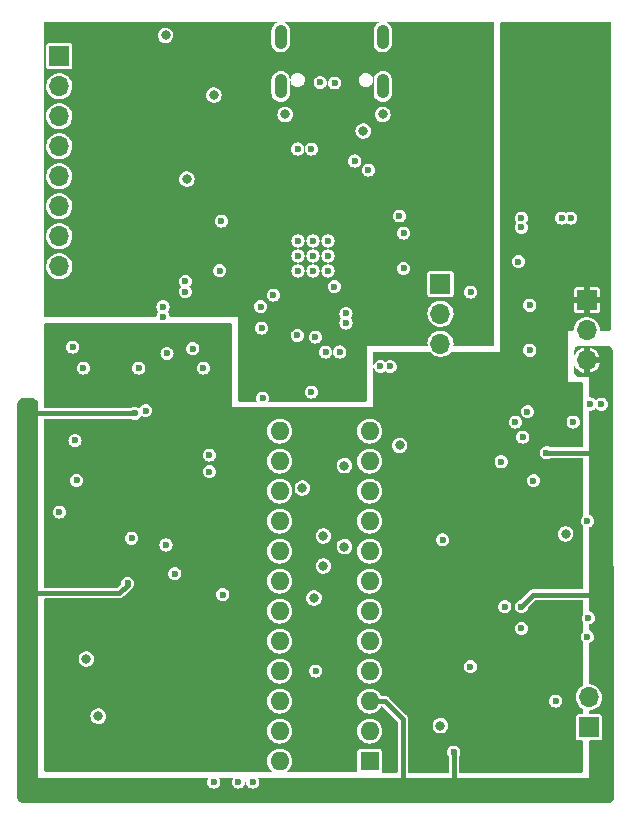
<source format=gbr>
%TF.GenerationSoftware,KiCad,Pcbnew,(6.0.6)*%
%TF.CreationDate,2022-10-30T13:06:07-04:00*%
%TF.ProjectId,RP2040_AS3394,52503230-3430-45f4-9153-333339342e6b,rev?*%
%TF.SameCoordinates,Original*%
%TF.FileFunction,Copper,L3,Inr*%
%TF.FilePolarity,Positive*%
%FSLAX46Y46*%
G04 Gerber Fmt 4.6, Leading zero omitted, Abs format (unit mm)*
G04 Created by KiCad (PCBNEW (6.0.6)) date 2022-10-30 13:06:07*
%MOMM*%
%LPD*%
G01*
G04 APERTURE LIST*
%TA.AperFunction,ComponentPad*%
%ADD10O,1.050000X2.100000*%
%TD*%
%TA.AperFunction,ComponentPad*%
%ADD11R,1.700000X1.700000*%
%TD*%
%TA.AperFunction,ComponentPad*%
%ADD12O,1.700000X1.700000*%
%TD*%
%TA.AperFunction,ComponentPad*%
%ADD13R,1.600000X1.600000*%
%TD*%
%TA.AperFunction,ComponentPad*%
%ADD14O,1.600000X1.600000*%
%TD*%
%TA.AperFunction,ViaPad*%
%ADD15C,0.600000*%
%TD*%
%TA.AperFunction,ViaPad*%
%ADD16C,0.800000*%
%TD*%
%TA.AperFunction,Conductor*%
%ADD17C,0.381000*%
%TD*%
G04 APERTURE END LIST*
D10*
%TO.N,unconnected-(J2-PadS1)*%
%TO.C,J2*%
X140542000Y-90572500D03*
%TO.N,unconnected-(J2-PadS2)*%
X131902000Y-90572500D03*
%TO.N,unconnected-(J2-PadS3)*%
X140542000Y-86392500D03*
%TO.N,unconnected-(J2-PadS4)*%
X131902000Y-86392500D03*
%TD*%
D11*
%TO.N,Net-(J4-Pad1)*%
%TO.C,J4*%
X113157000Y-88026000D03*
D12*
%TO.N,Net-(J4-Pad2)*%
X113157000Y-90566000D03*
%TO.N,Net-(J4-Pad3)*%
X113157000Y-93106000D03*
%TO.N,Net-(J4-Pad4)*%
X113157000Y-95646000D03*
%TO.N,Net-(J4-Pad5)*%
X113157000Y-98186000D03*
%TO.N,Net-(J4-Pad6)*%
X113157000Y-100726000D03*
%TO.N,Net-(J4-Pad7)*%
X113157000Y-103266000D03*
%TO.N,Net-(J4-Pad8)*%
X113157000Y-105806000D03*
%TD*%
D13*
%TO.N,Net-(R15-Pad1)*%
%TO.C,U5*%
X139436000Y-147706000D03*
D14*
%TO.N,/AS3394_PWM/VCO_Freq_CV*%
X139436000Y-145166000D03*
%TO.N,VEE*%
X139436000Y-142626000D03*
%TO.N,Net-(C17-Pad2)*%
X139436000Y-140086000D03*
%TO.N,/AS3394_PWM/Ext_Input2*%
X139436000Y-137546000D03*
%TO.N,/AS3394_PWM/Mod_Amt_Cv*%
X139436000Y-135006000D03*
%TO.N,/AS3394_PWM/Wave_Select_CV*%
X139436000Y-132466000D03*
%TO.N,/AS3394_PWM/Pulse_Width_CV*%
X139436000Y-129926000D03*
%TO.N,/AS3394_PWM/Saw_Out*%
X139436000Y-127386000D03*
%TO.N,/AS3394_PWM/Wave_Out*%
X139436000Y-124846000D03*
X139436000Y-122306000D03*
%TO.N,GND*%
X139436000Y-119766000D03*
%TO.N,/AS3394_PWM/Mixer_Balance_CV*%
X131816000Y-119766000D03*
%TO.N,Net-(R35-Pad1)*%
X131816000Y-122306000D03*
%TO.N,/AS3394_PWM/Filter_Res_CV*%
X131816000Y-124846000D03*
%TO.N,Net-(C37-Pad1)*%
X131816000Y-127386000D03*
%TO.N,Net-(C35-Pad1)*%
X131816000Y-129926000D03*
%TO.N,Net-(C33-Pad1)*%
X131816000Y-132466000D03*
%TO.N,Net-(C31-Pad1)*%
X131816000Y-135006000D03*
%TO.N,/AS3394_PWM/Filter_Freq_CV*%
X131816000Y-137546000D03*
%TO.N,Net-(C34-Pad1)*%
X131816000Y-140086000D03*
%TO.N,/AS3394_PWM/Final_Gain_CV*%
X131816000Y-142626000D03*
%TO.N,/AS3394_PWM/Out*%
X131816000Y-145166000D03*
%TO.N,Net-(C28-Pad1)*%
X131816000Y-147706000D03*
%TD*%
D11*
%TO.N,Net-(J1-Pad1)*%
%TO.C,J1*%
X145430000Y-107285000D03*
D12*
%TO.N,GND*%
X145430000Y-109825000D03*
%TO.N,Net-(J1-Pad3)*%
X145430000Y-112365000D03*
%TD*%
D11*
%TO.N,/AMP_OUT*%
%TO.C,J3*%
X158000000Y-144845000D03*
D12*
%TO.N,GND*%
X158000000Y-142305000D03*
%TD*%
D11*
%TO.N,VCC*%
%TO.C,J5*%
X157820000Y-108685000D03*
D12*
%TO.N,GND*%
X157820000Y-111225000D03*
%TO.N,VEE*%
X157820000Y-113765000D03*
%TD*%
D15*
%TO.N,GND*%
X158130000Y-117460000D03*
X152280000Y-102500000D03*
X152019000Y-105410000D03*
X151765000Y-118999000D03*
D16*
X122159000Y-86263000D03*
D15*
X125857000Y-123190000D03*
X122936000Y-131826000D03*
X133350000Y-95885000D03*
X155194000Y-142621000D03*
X134840000Y-111800000D03*
X120460000Y-118020000D03*
D16*
X135522000Y-131178000D03*
D15*
X136906000Y-113060000D03*
X133310000Y-111660000D03*
X113170000Y-126611000D03*
X130280000Y-111040000D03*
X145616000Y-128966000D03*
D16*
X137287000Y-129540000D03*
D15*
X129540000Y-149479000D03*
X152270000Y-101730000D03*
D16*
X137287000Y-122682000D03*
D15*
X153289000Y-123952000D03*
X126238000Y-149479000D03*
X133370000Y-104940000D03*
D16*
X133731000Y-124587000D03*
D15*
X135910000Y-106210000D03*
D16*
X123952000Y-98425000D03*
D15*
X147955000Y-139700000D03*
X141950000Y-101540000D03*
X157861000Y-137160000D03*
D16*
X116448000Y-143902000D03*
D15*
X130370000Y-116970000D03*
D16*
X134719000Y-133886000D03*
D15*
X134500000Y-116460000D03*
X121940000Y-110090000D03*
X134640000Y-104940000D03*
D16*
X126238000Y-91313000D03*
D15*
X155702000Y-101727000D03*
X123830000Y-107080000D03*
X114300000Y-112649000D03*
D16*
X138889000Y-94351000D03*
D15*
X122273000Y-113185000D03*
X135910000Y-103670000D03*
X152995000Y-109097500D03*
D16*
X145415000Y-144697000D03*
X141971000Y-120980000D03*
D15*
X152400000Y-120269000D03*
X142300000Y-102990000D03*
X135710000Y-113060000D03*
X150876000Y-134620000D03*
X125857000Y-121793000D03*
D16*
X140540000Y-92954000D03*
D15*
X114480000Y-120537993D03*
X125349000Y-114427000D03*
X134640000Y-106210000D03*
X124460000Y-112776000D03*
X128316500Y-149479000D03*
X126743000Y-106172000D03*
X135910000Y-104940000D03*
X134874000Y-140081000D03*
D16*
X115443000Y-139065000D03*
D15*
X134493000Y-95885000D03*
X142304000Y-105976000D03*
D16*
X132285000Y-92954000D03*
D15*
X152995000Y-112907500D03*
X126873000Y-101981000D03*
X150569000Y-122362000D03*
X157861000Y-127381000D03*
X156464000Y-101727000D03*
X139319000Y-97663000D03*
X133370000Y-103670000D03*
D16*
X135522000Y-128638000D03*
D15*
X133370000Y-106210000D03*
X134640000Y-103670000D03*
X122190000Y-129400000D03*
X138176000Y-96901000D03*
X119275995Y-128828009D03*
%TO.N,+3V3*%
X129794000Y-106171990D03*
D16*
X149150000Y-102580000D03*
X147447000Y-102489000D03*
D15*
X135145000Y-102505000D03*
X139071510Y-101538490D03*
X129921000Y-101994990D03*
D16*
X149330000Y-100000000D03*
D15*
X139432010Y-103010990D03*
X139319000Y-105975990D03*
X137905500Y-100774500D03*
X135128000Y-110363000D03*
D16*
X129457000Y-93047000D03*
X121178000Y-91692000D03*
D15*
%TO.N,Net-(C23-Pad2)*%
X152287000Y-136459000D03*
X157940000Y-135570000D03*
%TO.N,/AS3394_PWM/Final_Gain_CV*%
X127000000Y-133604000D03*
%TO.N,VCC*%
X156972000Y-132842000D03*
X155194000Y-143510000D03*
D16*
X156210000Y-91313000D03*
D15*
X125095000Y-147320000D03*
D16*
X158877000Y-91357000D03*
D15*
X120075994Y-128828009D03*
X152400000Y-123952000D03*
X113337000Y-120537993D03*
%TO.N,Net-(C38-Pad2)*%
X115189000Y-114427000D03*
X119888000Y-114427000D03*
%TO.N,VEE*%
X119550000Y-118260000D03*
X118935000Y-132651000D03*
X152273000Y-134620000D03*
X146558000Y-146939000D03*
X154390000Y-121600000D03*
%TO.N,/AS3394_PWM/Mixer_Balance_CV*%
X114620000Y-123930000D03*
%TO.N,Net-(J1-Pad1)*%
X137423111Y-109800000D03*
%TO.N,Net-(J1-Pad3)*%
X137423111Y-110602902D03*
%TO.N,/USB_D-*%
X136475000Y-90280000D03*
X135245000Y-90240000D03*
%TO.N,/AS3394_PWM/Final_Gain_PWM*%
X123825000Y-107950000D03*
X131280000Y-108240000D03*
%TO.N,/AS3394_PWM/Wave_Select_2*%
X152781000Y-118110000D03*
X140351529Y-114288129D03*
%TO.N,/AS3394_PWM/Wave_Select_1*%
X156665000Y-118999000D03*
X141171375Y-114288625D03*
D16*
%TO.N,/AS3394_PWM/Wave_Select_CV*%
X156030000Y-128458000D03*
D15*
%TO.N,/AS3394_PWM/Mixer_Balance_PWM*%
X121930000Y-109230000D03*
X130210000Y-109220000D03*
%TO.N,/RUN*%
X147980000Y-107990000D03*
X136438009Y-107528991D03*
%TO.N,/AMP_OUT*%
X159050000Y-117480000D03*
%TD*%
D17*
%TO.N,VEE*%
X140721000Y-142626000D02*
X142240000Y-144145000D01*
X118935000Y-132779000D02*
X118237000Y-133477000D01*
X139436000Y-142626000D02*
X140721000Y-142626000D01*
X154398000Y-121592000D02*
X158369000Y-121592000D01*
X153289000Y-133604000D02*
X158369000Y-133604000D01*
X152273000Y-134620000D02*
X153289000Y-133604000D01*
X119545000Y-118265000D02*
X111097000Y-118265000D01*
X142240000Y-144145000D02*
X142240000Y-149733000D01*
X154390000Y-121600000D02*
X154398000Y-121592000D01*
X146558000Y-146939000D02*
X146558000Y-149733000D01*
X118935000Y-132651000D02*
X118935000Y-132779000D01*
X118237000Y-133477000D02*
X110744000Y-133477000D01*
X119550000Y-118260000D02*
X119545000Y-118265000D01*
%TD*%
%TA.AperFunction,Conductor*%
%TO.N,VCC*%
G36*
X159773949Y-85092130D02*
G01*
X159813324Y-85102681D01*
X159841341Y-85118856D01*
X159864144Y-85141659D01*
X159880320Y-85169677D01*
X159890870Y-85209051D01*
X159893000Y-85225227D01*
X159893000Y-111116773D01*
X159890870Y-111132949D01*
X159880320Y-111172323D01*
X159864144Y-111200341D01*
X159841341Y-111223144D01*
X159813324Y-111239319D01*
X159778560Y-111248634D01*
X159773949Y-111249870D01*
X159757773Y-111252000D01*
X158988734Y-111252000D01*
X158944540Y-111233694D01*
X158926496Y-111195219D01*
X158910920Y-111025714D01*
X158910658Y-111022859D01*
X158903753Y-110998376D01*
X158856335Y-110830244D01*
X158856333Y-110830240D01*
X158855557Y-110827487D01*
X158765776Y-110645428D01*
X158747437Y-110620869D01*
X158646037Y-110485078D01*
X158646036Y-110485076D01*
X158644320Y-110482779D01*
X158495258Y-110344987D01*
X158323581Y-110236667D01*
X158135039Y-110161446D01*
X158132233Y-110160888D01*
X158132230Y-110160887D01*
X157938752Y-110122402D01*
X157938750Y-110122402D01*
X157935946Y-110121844D01*
X157840353Y-110120593D01*
X157735833Y-110119224D01*
X157735828Y-110119224D01*
X157732971Y-110119187D01*
X157730151Y-110119672D01*
X157730146Y-110119672D01*
X157613751Y-110139673D01*
X157532910Y-110153564D01*
X157530222Y-110154556D01*
X157530217Y-110154557D01*
X157345151Y-110222832D01*
X157345148Y-110222833D01*
X157342463Y-110223824D01*
X157168010Y-110327612D01*
X157015392Y-110461455D01*
X157013616Y-110463708D01*
X157013615Y-110463709D01*
X156941139Y-110555645D01*
X156889720Y-110620869D01*
X156795203Y-110800515D01*
X156794356Y-110803242D01*
X156794355Y-110803245D01*
X156754155Y-110932712D01*
X156735007Y-110994378D01*
X156711148Y-111195964D01*
X156709473Y-111195766D01*
X156692085Y-111234831D01*
X156649058Y-111252000D01*
X156210000Y-111252000D01*
X156210000Y-115570000D01*
X157344773Y-115570000D01*
X157360949Y-115572130D01*
X157400324Y-115582681D01*
X157428341Y-115598856D01*
X157451144Y-115621659D01*
X157467320Y-115649677D01*
X157477870Y-115689051D01*
X157480000Y-115705227D01*
X157480000Y-121084500D01*
X157461694Y-121128694D01*
X157417500Y-121147000D01*
X154731721Y-121147000D01*
X154693673Y-121134084D01*
X154672897Y-121118142D01*
X154669643Y-121115645D01*
X154665857Y-121114077D01*
X154665854Y-121114075D01*
X154538540Y-121061340D01*
X154538539Y-121061340D01*
X154534754Y-121059772D01*
X154530692Y-121059237D01*
X154530691Y-121059237D01*
X154394064Y-121041250D01*
X154390000Y-121040715D01*
X154385936Y-121041250D01*
X154249309Y-121059237D01*
X154249308Y-121059237D01*
X154245246Y-121059772D01*
X154241462Y-121061340D01*
X154241460Y-121061340D01*
X154199415Y-121078756D01*
X154110358Y-121115645D01*
X153994526Y-121204526D01*
X153905645Y-121320358D01*
X153904078Y-121324141D01*
X153872337Y-121400771D01*
X153849772Y-121455246D01*
X153849237Y-121459308D01*
X153849237Y-121459309D01*
X153831509Y-121593966D01*
X153830715Y-121600000D01*
X153831250Y-121604064D01*
X153837602Y-121652309D01*
X153849772Y-121744754D01*
X153905645Y-121879642D01*
X153994526Y-121995474D01*
X154110357Y-122084355D01*
X154114143Y-122085923D01*
X154114146Y-122085925D01*
X154241460Y-122138660D01*
X154241461Y-122138660D01*
X154245246Y-122140228D01*
X154249308Y-122140763D01*
X154249309Y-122140763D01*
X154385936Y-122158750D01*
X154390000Y-122159285D01*
X154394064Y-122158750D01*
X154530691Y-122140763D01*
X154530692Y-122140763D01*
X154534754Y-122140228D01*
X154538539Y-122138660D01*
X154538540Y-122138660D01*
X154665860Y-122085922D01*
X154669643Y-122084355D01*
X154714526Y-122049915D01*
X154752574Y-122037000D01*
X157417500Y-122037000D01*
X157461694Y-122055306D01*
X157480000Y-122099500D01*
X157480000Y-126945919D01*
X157464060Y-126984401D01*
X157465526Y-126985526D01*
X157376645Y-127101358D01*
X157375078Y-127105141D01*
X157351203Y-127162781D01*
X157320772Y-127236246D01*
X157301715Y-127381000D01*
X157320772Y-127525754D01*
X157376645Y-127660642D01*
X157379136Y-127663888D01*
X157465526Y-127776474D01*
X157464060Y-127777599D01*
X157480000Y-127816081D01*
X157480000Y-133096500D01*
X157461694Y-133140694D01*
X157417500Y-133159000D01*
X153319141Y-133159000D01*
X153311795Y-133158567D01*
X153297126Y-133156831D01*
X153274864Y-133154196D01*
X153216847Y-133164792D01*
X153215021Y-133165096D01*
X153156674Y-133173868D01*
X153152461Y-133175891D01*
X153150702Y-133176432D01*
X153150384Y-133176510D01*
X153149870Y-133176677D01*
X153149562Y-133176803D01*
X153147825Y-133177398D01*
X153143229Y-133178237D01*
X153101596Y-133199864D01*
X153090954Y-133205392D01*
X153089197Y-133206270D01*
X153040260Y-133229769D01*
X153040258Y-133229770D01*
X153036048Y-133231792D01*
X153032618Y-133234963D01*
X153031099Y-133235995D01*
X153030509Y-133236347D01*
X153027640Y-133238281D01*
X153024482Y-133239921D01*
X153019491Y-133244184D01*
X152981828Y-133281847D01*
X152980059Y-133283548D01*
X152937786Y-133322625D01*
X152935438Y-133326668D01*
X152932518Y-133330312D01*
X152932204Y-133330061D01*
X152927503Y-133336172D01*
X152207343Y-134056332D01*
X152171307Y-134074103D01*
X152132309Y-134079237D01*
X152132308Y-134079237D01*
X152128246Y-134079772D01*
X152124462Y-134081340D01*
X152124460Y-134081340D01*
X152012901Y-134127550D01*
X151993358Y-134135645D01*
X151877526Y-134224526D01*
X151788645Y-134340358D01*
X151787078Y-134344141D01*
X151754694Y-134422323D01*
X151732772Y-134475246D01*
X151732237Y-134479308D01*
X151732237Y-134479309D01*
X151728903Y-134504636D01*
X151713715Y-134620000D01*
X151732772Y-134764754D01*
X151734340Y-134768538D01*
X151734340Y-134768540D01*
X151742705Y-134788735D01*
X151788645Y-134899642D01*
X151791136Y-134902888D01*
X151871591Y-135007739D01*
X151877526Y-135015474D01*
X151993357Y-135104355D01*
X151997143Y-135105923D01*
X151997146Y-135105925D01*
X152124460Y-135158660D01*
X152124461Y-135158660D01*
X152128246Y-135160228D01*
X152132308Y-135160763D01*
X152132309Y-135160763D01*
X152268936Y-135178750D01*
X152273000Y-135179285D01*
X152277064Y-135178750D01*
X152413691Y-135160763D01*
X152413692Y-135160763D01*
X152417754Y-135160228D01*
X152421539Y-135158660D01*
X152421540Y-135158660D01*
X152548854Y-135105925D01*
X152548857Y-135105923D01*
X152552643Y-135104355D01*
X152668474Y-135015474D01*
X152674410Y-135007739D01*
X152754864Y-134902888D01*
X152757355Y-134899642D01*
X152803295Y-134788735D01*
X152811660Y-134768540D01*
X152811660Y-134768538D01*
X152813228Y-134764754D01*
X152818897Y-134721693D01*
X152836668Y-134685657D01*
X153455019Y-134067306D01*
X153499213Y-134049000D01*
X157417500Y-134049000D01*
X157461694Y-134067306D01*
X157480000Y-134111500D01*
X157480000Y-135237401D01*
X157467085Y-135275448D01*
X157458138Y-135287108D01*
X157458136Y-135287112D01*
X157455645Y-135290358D01*
X157399772Y-135425246D01*
X157380715Y-135570000D01*
X157399772Y-135714754D01*
X157401340Y-135718538D01*
X157401340Y-135718540D01*
X157454078Y-135845859D01*
X157455645Y-135849642D01*
X157458136Y-135852888D01*
X157458138Y-135852892D01*
X157467085Y-135864552D01*
X157480000Y-135902599D01*
X157480000Y-136724919D01*
X157464060Y-136763401D01*
X157465526Y-136764526D01*
X157376645Y-136880358D01*
X157375078Y-136884141D01*
X157342694Y-136962323D01*
X157320772Y-137015246D01*
X157301715Y-137160000D01*
X157320772Y-137304754D01*
X157322340Y-137308538D01*
X157322340Y-137308540D01*
X157330705Y-137328735D01*
X157376645Y-137439642D01*
X157379136Y-137442888D01*
X157465526Y-137555474D01*
X157464060Y-137556599D01*
X157480000Y-137595081D01*
X157480000Y-141293546D01*
X157461694Y-141337740D01*
X157449455Y-141347259D01*
X157350479Y-141406142D01*
X157350471Y-141406148D01*
X157348010Y-141407612D01*
X157195392Y-141541455D01*
X157193616Y-141543708D01*
X157193615Y-141543709D01*
X157114904Y-141643554D01*
X157069720Y-141700869D01*
X156975203Y-141880515D01*
X156915007Y-142074378D01*
X156891148Y-142275964D01*
X156894863Y-142332648D01*
X156904027Y-142472460D01*
X156904424Y-142478522D01*
X156954392Y-142675269D01*
X157039377Y-142859616D01*
X157041033Y-142861959D01*
X157147939Y-143013228D01*
X157156533Y-143025389D01*
X157301938Y-143167035D01*
X157379929Y-143219147D01*
X157452223Y-143267453D01*
X157478799Y-143307227D01*
X157480000Y-143319420D01*
X157480000Y-143678001D01*
X157461694Y-143722195D01*
X157417500Y-143740501D01*
X157124934Y-143740501D01*
X157121925Y-143741100D01*
X157121920Y-143741100D01*
X157056737Y-143754065D01*
X157050699Y-143755266D01*
X156966516Y-143811516D01*
X156963097Y-143816633D01*
X156916207Y-143886808D01*
X156910266Y-143895699D01*
X156895500Y-143969933D01*
X156895501Y-145720066D01*
X156896100Y-145723075D01*
X156896100Y-145723080D01*
X156909065Y-145788263D01*
X156910266Y-145794301D01*
X156966516Y-145878484D01*
X156971633Y-145881903D01*
X157045580Y-145931314D01*
X157045582Y-145931315D01*
X157050699Y-145934734D01*
X157083753Y-145941309D01*
X157121920Y-145948901D01*
X157121923Y-145948901D01*
X157124933Y-145949500D01*
X157417500Y-145949500D01*
X157461694Y-145967806D01*
X157480000Y-146012000D01*
X157480000Y-148581402D01*
X157477863Y-148597606D01*
X157467276Y-148637044D01*
X157451046Y-148665095D01*
X157430924Y-148685162D01*
X157428177Y-148687901D01*
X157400080Y-148704054D01*
X157378876Y-148709682D01*
X157360613Y-148714530D01*
X157344404Y-148716622D01*
X155912537Y-148712634D01*
X147065325Y-148687990D01*
X147021183Y-148669561D01*
X147003000Y-148625490D01*
X147003000Y-147291146D01*
X147015914Y-147253100D01*
X147042355Y-147218642D01*
X147043923Y-147214856D01*
X147043925Y-147214853D01*
X147096660Y-147087540D01*
X147096660Y-147087538D01*
X147098228Y-147083754D01*
X147117285Y-146939000D01*
X147101349Y-146817949D01*
X147098763Y-146798309D01*
X147098763Y-146798308D01*
X147098228Y-146794246D01*
X147071282Y-146729192D01*
X147043922Y-146663141D01*
X147042355Y-146659358D01*
X146953474Y-146543526D01*
X146837643Y-146454645D01*
X146833857Y-146453077D01*
X146833854Y-146453075D01*
X146706540Y-146400340D01*
X146706539Y-146400340D01*
X146702754Y-146398772D01*
X146698692Y-146398237D01*
X146698691Y-146398237D01*
X146562064Y-146380250D01*
X146558000Y-146379715D01*
X146553936Y-146380250D01*
X146417309Y-146398237D01*
X146417308Y-146398237D01*
X146413246Y-146398772D01*
X146409462Y-146400340D01*
X146409460Y-146400340D01*
X146282148Y-146453075D01*
X146278358Y-146454645D01*
X146162526Y-146543526D01*
X146073645Y-146659358D01*
X146072078Y-146663141D01*
X146044719Y-146729192D01*
X146017772Y-146794246D01*
X146017237Y-146798308D01*
X146017237Y-146798309D01*
X146014651Y-146817949D01*
X145998715Y-146939000D01*
X146017772Y-147083754D01*
X146019340Y-147087538D01*
X146019340Y-147087540D01*
X146072075Y-147214853D01*
X146072077Y-147214856D01*
X146073645Y-147218642D01*
X146100086Y-147253100D01*
X146113000Y-147291146D01*
X146113000Y-148622662D01*
X146094694Y-148666856D01*
X146050326Y-148685162D01*
X142874833Y-148676317D01*
X142747326Y-148675962D01*
X142703183Y-148657533D01*
X142685000Y-148613462D01*
X142685000Y-144690096D01*
X144755729Y-144690096D01*
X144773113Y-144847553D01*
X144827553Y-144996319D01*
X144915908Y-145127805D01*
X145033076Y-145234419D01*
X145036385Y-145236216D01*
X145036387Y-145236217D01*
X145134368Y-145289416D01*
X145172293Y-145310008D01*
X145175940Y-145310965D01*
X145175943Y-145310966D01*
X145321874Y-145349250D01*
X145325522Y-145350207D01*
X145410157Y-145351536D01*
X145480147Y-145352636D01*
X145480149Y-145352636D01*
X145483916Y-145352695D01*
X145638332Y-145317329D01*
X145641696Y-145315637D01*
X145641699Y-145315636D01*
X145708611Y-145281983D01*
X145779855Y-145246151D01*
X145782720Y-145243704D01*
X145782723Y-145243702D01*
X145891021Y-145151206D01*
X145900314Y-145143269D01*
X145902509Y-145140214D01*
X145902512Y-145140211D01*
X145990555Y-145017686D01*
X145990556Y-145017684D01*
X145992755Y-145014624D01*
X146051842Y-144867641D01*
X146067230Y-144759515D01*
X146073875Y-144712826D01*
X146073875Y-144712821D01*
X146074162Y-144710807D01*
X146074307Y-144697000D01*
X146055276Y-144539733D01*
X145999280Y-144391546D01*
X145909553Y-144260992D01*
X145842577Y-144201319D01*
X145794087Y-144158116D01*
X145794085Y-144158115D01*
X145791275Y-144155611D01*
X145651274Y-144081484D01*
X145497633Y-144042892D01*
X145493868Y-144042872D01*
X145493866Y-144042872D01*
X145415296Y-144042461D01*
X145339221Y-144042062D01*
X145335557Y-144042942D01*
X145335554Y-144042942D01*
X145280773Y-144056094D01*
X145185184Y-144079043D01*
X145181842Y-144080768D01*
X145181839Y-144080769D01*
X145131516Y-144106743D01*
X145044414Y-144151700D01*
X145041576Y-144154175D01*
X145041577Y-144154175D01*
X144963042Y-144222686D01*
X144925039Y-144255838D01*
X144922873Y-144258920D01*
X144922872Y-144258921D01*
X144903774Y-144286095D01*
X144833950Y-144385444D01*
X144832581Y-144388955D01*
X144832580Y-144388957D01*
X144780253Y-144523170D01*
X144776406Y-144533037D01*
X144775914Y-144536774D01*
X144756221Y-144686355D01*
X144756221Y-144686359D01*
X144755729Y-144690096D01*
X142685000Y-144690096D01*
X142685000Y-144175141D01*
X142685433Y-144167795D01*
X142689255Y-144135502D01*
X142689804Y-144130864D01*
X142688764Y-144125166D01*
X142679214Y-144072879D01*
X142678892Y-144070942D01*
X142674683Y-144042942D01*
X142670132Y-144012674D01*
X142668109Y-144008461D01*
X142667570Y-144006710D01*
X142667490Y-144006381D01*
X142667323Y-144005869D01*
X142667197Y-144005561D01*
X142666602Y-144003823D01*
X142665763Y-143999228D01*
X142663609Y-143995081D01*
X142638610Y-143946957D01*
X142637732Y-143945201D01*
X142614231Y-143896260D01*
X142614230Y-143896258D01*
X142612208Y-143892048D01*
X142609034Y-143888614D01*
X142608003Y-143887098D01*
X142607661Y-143886524D01*
X142605720Y-143883644D01*
X142604078Y-143880482D01*
X142599816Y-143875491D01*
X142562153Y-143837828D01*
X142560452Y-143836059D01*
X142558101Y-143833516D01*
X142521375Y-143793786D01*
X142517332Y-143791438D01*
X142513688Y-143788518D01*
X142513939Y-143788204D01*
X142507828Y-143783503D01*
X141345325Y-142621000D01*
X154634715Y-142621000D01*
X154635250Y-142625064D01*
X154652510Y-142756165D01*
X154653772Y-142765754D01*
X154709645Y-142900642D01*
X154712136Y-142903888D01*
X154795962Y-143013132D01*
X154798526Y-143016474D01*
X154914357Y-143105355D01*
X154918143Y-143106923D01*
X154918146Y-143106925D01*
X155045460Y-143159660D01*
X155045461Y-143159660D01*
X155049246Y-143161228D01*
X155053308Y-143161763D01*
X155053309Y-143161763D01*
X155189936Y-143179750D01*
X155194000Y-143180285D01*
X155198064Y-143179750D01*
X155334691Y-143161763D01*
X155334692Y-143161763D01*
X155338754Y-143161228D01*
X155342539Y-143159660D01*
X155342540Y-143159660D01*
X155469854Y-143106925D01*
X155469857Y-143106923D01*
X155473643Y-143105355D01*
X155589474Y-143016474D01*
X155592039Y-143013132D01*
X155675864Y-142903888D01*
X155678355Y-142900642D01*
X155734228Y-142765754D01*
X155735491Y-142756165D01*
X155752750Y-142625064D01*
X155753285Y-142621000D01*
X155734228Y-142476246D01*
X155703798Y-142402781D01*
X155679922Y-142345141D01*
X155678355Y-142341358D01*
X155589474Y-142225526D01*
X155473643Y-142136645D01*
X155469857Y-142135077D01*
X155469854Y-142135075D01*
X155342540Y-142082340D01*
X155342539Y-142082340D01*
X155338754Y-142080772D01*
X155334692Y-142080237D01*
X155334691Y-142080237D01*
X155198064Y-142062250D01*
X155194000Y-142061715D01*
X155189936Y-142062250D01*
X155053309Y-142080237D01*
X155053308Y-142080237D01*
X155049246Y-142080772D01*
X155045462Y-142082340D01*
X155045460Y-142082340D01*
X154918148Y-142135075D01*
X154914358Y-142136645D01*
X154798526Y-142225526D01*
X154709645Y-142341358D01*
X154708078Y-142345141D01*
X154684203Y-142402781D01*
X154653772Y-142476246D01*
X154634715Y-142621000D01*
X141345325Y-142621000D01*
X141056973Y-142332648D01*
X141052085Y-142327147D01*
X141031959Y-142301617D01*
X141031958Y-142301616D01*
X141029064Y-142297945D01*
X141025221Y-142295289D01*
X141025219Y-142295287D01*
X140980587Y-142264441D01*
X140978989Y-142263299D01*
X140935338Y-142231057D01*
X140931581Y-142228282D01*
X140927175Y-142226734D01*
X140925544Y-142225871D01*
X140925262Y-142225700D01*
X140924789Y-142225459D01*
X140924479Y-142225329D01*
X140922826Y-142224519D01*
X140918984Y-142221864D01*
X140914532Y-142220456D01*
X140914530Y-142220455D01*
X140872120Y-142207043D01*
X140862809Y-142204098D01*
X140860975Y-142203487D01*
X140805327Y-142183945D01*
X140800661Y-142183762D01*
X140798853Y-142183417D01*
X140798207Y-142183253D01*
X140794793Y-142182588D01*
X140791400Y-142181515D01*
X140787848Y-142181235D01*
X140787846Y-142181235D01*
X140786095Y-142181097D01*
X140786084Y-142181097D01*
X140784857Y-142181000D01*
X140731596Y-142181000D01*
X140729142Y-142180952D01*
X140676285Y-142178875D01*
X140676282Y-142178875D01*
X140671616Y-142178692D01*
X140667101Y-142179889D01*
X140662455Y-142180402D01*
X140662411Y-142180004D01*
X140654764Y-142181000D01*
X140431289Y-142181000D01*
X140387095Y-142162694D01*
X140376105Y-142147842D01*
X140371480Y-142139142D01*
X140341277Y-142082340D01*
X140320000Y-142042323D01*
X140319998Y-142042320D01*
X140318565Y-142039625D01*
X140187863Y-141879368D01*
X140028522Y-141747550D01*
X139846612Y-141649192D01*
X139790276Y-141631753D01*
X139651978Y-141588942D01*
X139651975Y-141588941D01*
X139649063Y-141588040D01*
X139646030Y-141587721D01*
X139646029Y-141587721D01*
X139592998Y-141582147D01*
X139443397Y-141566424D01*
X139440364Y-141566700D01*
X139440360Y-141566700D01*
X139326977Y-141577019D01*
X139237450Y-141585166D01*
X139234517Y-141586029D01*
X139234513Y-141586030D01*
X139084820Y-141630088D01*
X139039066Y-141643554D01*
X138855801Y-141739363D01*
X138694635Y-141868943D01*
X138561708Y-142027360D01*
X138520202Y-142102859D01*
X138464544Y-142204100D01*
X138462082Y-142208578D01*
X138399553Y-142405696D01*
X138376501Y-142611206D01*
X138393806Y-142817278D01*
X138450807Y-143016066D01*
X138456627Y-143027391D01*
X138543934Y-143197272D01*
X138543937Y-143197276D01*
X138545334Y-143199995D01*
X138673786Y-143362061D01*
X138831271Y-143496091D01*
X138833935Y-143497580D01*
X138833938Y-143497582D01*
X139000094Y-143590444D01*
X139011789Y-143596980D01*
X139208466Y-143660884D01*
X139413809Y-143685370D01*
X139416851Y-143685136D01*
X139416854Y-143685136D01*
X139616947Y-143669739D01*
X139616949Y-143669739D01*
X139619998Y-143669504D01*
X139819178Y-143613892D01*
X139821901Y-143612517D01*
X139821905Y-143612515D01*
X140001043Y-143522026D01*
X140003763Y-143520652D01*
X140006161Y-143518779D01*
X140006165Y-143518776D01*
X140152120Y-143404742D01*
X140166722Y-143393334D01*
X140175138Y-143383584D01*
X140299854Y-143239100D01*
X140299858Y-143239095D01*
X140301848Y-143236789D01*
X140311870Y-143219147D01*
X140378063Y-143102628D01*
X140415809Y-143073244D01*
X140432406Y-143071000D01*
X140510787Y-143071000D01*
X140554981Y-143089306D01*
X141776694Y-144311020D01*
X141795000Y-144355214D01*
X141795000Y-148610634D01*
X141776694Y-148654828D01*
X141732326Y-148673134D01*
X140538885Y-148669810D01*
X140494742Y-148651381D01*
X140476559Y-148607136D01*
X140477760Y-148595117D01*
X140489901Y-148534080D01*
X140489901Y-148534077D01*
X140490500Y-148531067D01*
X140490499Y-146880934D01*
X140475734Y-146806699D01*
X140419484Y-146722516D01*
X140399452Y-146709131D01*
X140340420Y-146669686D01*
X140340418Y-146669685D01*
X140335301Y-146666266D01*
X140300572Y-146659358D01*
X140264080Y-146652099D01*
X140264077Y-146652099D01*
X140261067Y-146651500D01*
X140257996Y-146651500D01*
X139436001Y-146651501D01*
X138610934Y-146651501D01*
X138607925Y-146652100D01*
X138607920Y-146652100D01*
X138543622Y-146664889D01*
X138536699Y-146666266D01*
X138452516Y-146722516D01*
X138449097Y-146727633D01*
X138407117Y-146790460D01*
X138396266Y-146806699D01*
X138381500Y-146880933D01*
X138381501Y-148531066D01*
X138382100Y-148534075D01*
X138382100Y-148534080D01*
X138393018Y-148588970D01*
X138383685Y-148635886D01*
X138343911Y-148662461D01*
X138331546Y-148663662D01*
X137305569Y-148660804D01*
X132505227Y-148647432D01*
X132461084Y-148629003D01*
X132442901Y-148584758D01*
X132461330Y-148540615D01*
X132466922Y-148535681D01*
X132499021Y-148510602D01*
X132546722Y-148473334D01*
X132562428Y-148455139D01*
X132679854Y-148319100D01*
X132679858Y-148319095D01*
X132681848Y-148316789D01*
X132683356Y-148314135D01*
X132782484Y-148139640D01*
X132782486Y-148139635D01*
X132783995Y-148136979D01*
X132849270Y-147940753D01*
X132854392Y-147900214D01*
X132874969Y-147737327D01*
X132875189Y-147735586D01*
X132875602Y-147706000D01*
X132855422Y-147500189D01*
X132795651Y-147302217D01*
X132698565Y-147119625D01*
X132567863Y-146959368D01*
X132408522Y-146827550D01*
X132226612Y-146729192D01*
X132170276Y-146711753D01*
X132031978Y-146668942D01*
X132031975Y-146668941D01*
X132029063Y-146668040D01*
X132026030Y-146667721D01*
X132026029Y-146667721D01*
X131972998Y-146662147D01*
X131823397Y-146646424D01*
X131820364Y-146646700D01*
X131820360Y-146646700D01*
X131716940Y-146656112D01*
X131617450Y-146665166D01*
X131614517Y-146666029D01*
X131614513Y-146666030D01*
X131464820Y-146710088D01*
X131419066Y-146723554D01*
X131235801Y-146819363D01*
X131074635Y-146948943D01*
X130941708Y-147107360D01*
X130842082Y-147288578D01*
X130779553Y-147485696D01*
X130756501Y-147691206D01*
X130773806Y-147897278D01*
X130830807Y-148096066D01*
X130832203Y-148098782D01*
X130923934Y-148277272D01*
X130923937Y-148277276D01*
X130925334Y-148279995D01*
X131053786Y-148442061D01*
X131056116Y-148444044D01*
X131161202Y-148533479D01*
X131182994Y-148576063D01*
X131168291Y-148621582D01*
X131125707Y-148643374D01*
X131120521Y-148643575D01*
X115615771Y-148600387D01*
X112021856Y-148590376D01*
X112005715Y-148588208D01*
X111966432Y-148577584D01*
X111938495Y-148561385D01*
X111915760Y-148538587D01*
X111899637Y-148510602D01*
X111889122Y-148471287D01*
X111887000Y-148455139D01*
X111887000Y-145151206D01*
X130756501Y-145151206D01*
X130756757Y-145154253D01*
X130773351Y-145351854D01*
X130773806Y-145357278D01*
X130830807Y-145556066D01*
X130832203Y-145558782D01*
X130923934Y-145737272D01*
X130923937Y-145737276D01*
X130925334Y-145739995D01*
X131053786Y-145902061D01*
X131056116Y-145904044D01*
X131109526Y-145949499D01*
X131211271Y-146036091D01*
X131213935Y-146037580D01*
X131213938Y-146037582D01*
X131389121Y-146135489D01*
X131391789Y-146136980D01*
X131588466Y-146200884D01*
X131793809Y-146225370D01*
X131796851Y-146225136D01*
X131796854Y-146225136D01*
X131996947Y-146209739D01*
X131996949Y-146209739D01*
X131999998Y-146209504D01*
X132199178Y-146153892D01*
X132201901Y-146152517D01*
X132201905Y-146152515D01*
X132381043Y-146062026D01*
X132383763Y-146060652D01*
X132386161Y-146058779D01*
X132386165Y-146058776D01*
X132502600Y-145967806D01*
X132546722Y-145933334D01*
X132548719Y-145931021D01*
X132679854Y-145779100D01*
X132679858Y-145779095D01*
X132681848Y-145776789D01*
X132683356Y-145774135D01*
X132782484Y-145599640D01*
X132782486Y-145599635D01*
X132783995Y-145596979D01*
X132849270Y-145400753D01*
X132854392Y-145360214D01*
X132874969Y-145197327D01*
X132875189Y-145195586D01*
X132875602Y-145166000D01*
X132874151Y-145151206D01*
X138376501Y-145151206D01*
X138376757Y-145154253D01*
X138393351Y-145351854D01*
X138393806Y-145357278D01*
X138450807Y-145556066D01*
X138452203Y-145558782D01*
X138543934Y-145737272D01*
X138543937Y-145737276D01*
X138545334Y-145739995D01*
X138673786Y-145902061D01*
X138676116Y-145904044D01*
X138729526Y-145949499D01*
X138831271Y-146036091D01*
X138833935Y-146037580D01*
X138833938Y-146037582D01*
X139009121Y-146135489D01*
X139011789Y-146136980D01*
X139208466Y-146200884D01*
X139413809Y-146225370D01*
X139416851Y-146225136D01*
X139416854Y-146225136D01*
X139616947Y-146209739D01*
X139616949Y-146209739D01*
X139619998Y-146209504D01*
X139819178Y-146153892D01*
X139821901Y-146152517D01*
X139821905Y-146152515D01*
X140001043Y-146062026D01*
X140003763Y-146060652D01*
X140006161Y-146058779D01*
X140006165Y-146058776D01*
X140122600Y-145967806D01*
X140166722Y-145933334D01*
X140168719Y-145931021D01*
X140299854Y-145779100D01*
X140299858Y-145779095D01*
X140301848Y-145776789D01*
X140303356Y-145774135D01*
X140402484Y-145599640D01*
X140402486Y-145599635D01*
X140403995Y-145596979D01*
X140469270Y-145400753D01*
X140474392Y-145360214D01*
X140494969Y-145197327D01*
X140495189Y-145195586D01*
X140495602Y-145166000D01*
X140475422Y-144960189D01*
X140415651Y-144762217D01*
X140318565Y-144579625D01*
X140187863Y-144419368D01*
X140028522Y-144287550D01*
X139846612Y-144189192D01*
X139777490Y-144167795D01*
X139651978Y-144128942D01*
X139651975Y-144128941D01*
X139649063Y-144128040D01*
X139646030Y-144127721D01*
X139646029Y-144127721D01*
X139592998Y-144122147D01*
X139443397Y-144106424D01*
X139440364Y-144106700D01*
X139440360Y-144106700D01*
X139326977Y-144117019D01*
X139237450Y-144125166D01*
X139234517Y-144126029D01*
X139234513Y-144126030D01*
X139134007Y-144155611D01*
X139039066Y-144183554D01*
X138855801Y-144279363D01*
X138694635Y-144408943D01*
X138561708Y-144567360D01*
X138462082Y-144748578D01*
X138399553Y-144945696D01*
X138399212Y-144948734D01*
X138399212Y-144948735D01*
X138379477Y-145124679D01*
X138376501Y-145151206D01*
X132874151Y-145151206D01*
X132855422Y-144960189D01*
X132795651Y-144762217D01*
X132698565Y-144579625D01*
X132567863Y-144419368D01*
X132408522Y-144287550D01*
X132226612Y-144189192D01*
X132157490Y-144167795D01*
X132031978Y-144128942D01*
X132031975Y-144128941D01*
X132029063Y-144128040D01*
X132026030Y-144127721D01*
X132026029Y-144127721D01*
X131972998Y-144122147D01*
X131823397Y-144106424D01*
X131820364Y-144106700D01*
X131820360Y-144106700D01*
X131706977Y-144117019D01*
X131617450Y-144125166D01*
X131614517Y-144126029D01*
X131614513Y-144126030D01*
X131514007Y-144155611D01*
X131419066Y-144183554D01*
X131235801Y-144279363D01*
X131074635Y-144408943D01*
X130941708Y-144567360D01*
X130842082Y-144748578D01*
X130779553Y-144945696D01*
X130779212Y-144948734D01*
X130779212Y-144948735D01*
X130759477Y-145124679D01*
X130756501Y-145151206D01*
X111887000Y-145151206D01*
X111887000Y-143895096D01*
X115788729Y-143895096D01*
X115806113Y-144052553D01*
X115860553Y-144201319D01*
X115948908Y-144332805D01*
X116066076Y-144439419D01*
X116069385Y-144441216D01*
X116069387Y-144441217D01*
X116167368Y-144494416D01*
X116205293Y-144515008D01*
X116208940Y-144515965D01*
X116208943Y-144515966D01*
X116354874Y-144554250D01*
X116358522Y-144555207D01*
X116443157Y-144556536D01*
X116513147Y-144557636D01*
X116513149Y-144557636D01*
X116516916Y-144557695D01*
X116671332Y-144522329D01*
X116674696Y-144520637D01*
X116674699Y-144520636D01*
X116741611Y-144486983D01*
X116812855Y-144451151D01*
X116815720Y-144448704D01*
X116815723Y-144448702D01*
X116930452Y-144350713D01*
X116933314Y-144348269D01*
X116935509Y-144345214D01*
X116935512Y-144345211D01*
X117023555Y-144222686D01*
X117023556Y-144222684D01*
X117025755Y-144219624D01*
X117084842Y-144072641D01*
X117107162Y-143915807D01*
X117107307Y-143902000D01*
X117088276Y-143744733D01*
X117032280Y-143596546D01*
X116942553Y-143465992D01*
X116850060Y-143383584D01*
X116827087Y-143363116D01*
X116827085Y-143363115D01*
X116824275Y-143360611D01*
X116684274Y-143286484D01*
X116530633Y-143247892D01*
X116526868Y-143247872D01*
X116526866Y-143247872D01*
X116448296Y-143247461D01*
X116372221Y-143247062D01*
X116368557Y-143247942D01*
X116368554Y-143247942D01*
X116298948Y-143264653D01*
X116218184Y-143284043D01*
X116214842Y-143285768D01*
X116214839Y-143285769D01*
X116173266Y-143307227D01*
X116077414Y-143356700D01*
X116046596Y-143383584D01*
X116013207Y-143412712D01*
X115958039Y-143460838D01*
X115955873Y-143463920D01*
X115955872Y-143463921D01*
X115952233Y-143469099D01*
X115866950Y-143590444D01*
X115865581Y-143593955D01*
X115865580Y-143593957D01*
X115815583Y-143722195D01*
X115809406Y-143738037D01*
X115808914Y-143741774D01*
X115789221Y-143891355D01*
X115789221Y-143891359D01*
X115788729Y-143895096D01*
X111887000Y-143895096D01*
X111887000Y-142611206D01*
X130756501Y-142611206D01*
X130773806Y-142817278D01*
X130830807Y-143016066D01*
X130836627Y-143027391D01*
X130923934Y-143197272D01*
X130923937Y-143197276D01*
X130925334Y-143199995D01*
X131053786Y-143362061D01*
X131211271Y-143496091D01*
X131213935Y-143497580D01*
X131213938Y-143497582D01*
X131380094Y-143590444D01*
X131391789Y-143596980D01*
X131588466Y-143660884D01*
X131793809Y-143685370D01*
X131796851Y-143685136D01*
X131796854Y-143685136D01*
X131996947Y-143669739D01*
X131996949Y-143669739D01*
X131999998Y-143669504D01*
X132199178Y-143613892D01*
X132201901Y-143612517D01*
X132201905Y-143612515D01*
X132381043Y-143522026D01*
X132383763Y-143520652D01*
X132386161Y-143518779D01*
X132386165Y-143518776D01*
X132532120Y-143404742D01*
X132546722Y-143393334D01*
X132555138Y-143383584D01*
X132679854Y-143239100D01*
X132679858Y-143239095D01*
X132681848Y-143236789D01*
X132691870Y-143219147D01*
X132782484Y-143059640D01*
X132782486Y-143059635D01*
X132783995Y-143056979D01*
X132849270Y-142860753D01*
X132854392Y-142820214D01*
X132874969Y-142657327D01*
X132875189Y-142655586D01*
X132875602Y-142626000D01*
X132855422Y-142420189D01*
X132795651Y-142222217D01*
X132721277Y-142082340D01*
X132700000Y-142042323D01*
X132699998Y-142042320D01*
X132698565Y-142039625D01*
X132567863Y-141879368D01*
X132408522Y-141747550D01*
X132226612Y-141649192D01*
X132170276Y-141631753D01*
X132031978Y-141588942D01*
X132031975Y-141588941D01*
X132029063Y-141588040D01*
X132026030Y-141587721D01*
X132026029Y-141587721D01*
X131972998Y-141582147D01*
X131823397Y-141566424D01*
X131820364Y-141566700D01*
X131820360Y-141566700D01*
X131706977Y-141577019D01*
X131617450Y-141585166D01*
X131614517Y-141586029D01*
X131614513Y-141586030D01*
X131464820Y-141630088D01*
X131419066Y-141643554D01*
X131235801Y-141739363D01*
X131074635Y-141868943D01*
X130941708Y-142027360D01*
X130900202Y-142102859D01*
X130844544Y-142204100D01*
X130842082Y-142208578D01*
X130779553Y-142405696D01*
X130756501Y-142611206D01*
X111887000Y-142611206D01*
X111887000Y-140071206D01*
X130756501Y-140071206D01*
X130757598Y-140084271D01*
X130770740Y-140240763D01*
X130773806Y-140277278D01*
X130830807Y-140476066D01*
X130850342Y-140514077D01*
X130923934Y-140657272D01*
X130923937Y-140657276D01*
X130925334Y-140659995D01*
X131053786Y-140822061D01*
X131211271Y-140956091D01*
X131213935Y-140957580D01*
X131213938Y-140957582D01*
X131389121Y-141055489D01*
X131391789Y-141056980D01*
X131588466Y-141120884D01*
X131793809Y-141145370D01*
X131796851Y-141145136D01*
X131796854Y-141145136D01*
X131996947Y-141129739D01*
X131996949Y-141129739D01*
X131999998Y-141129504D01*
X132199178Y-141073892D01*
X132201901Y-141072517D01*
X132201905Y-141072515D01*
X132381043Y-140982026D01*
X132383763Y-140980652D01*
X132386161Y-140978779D01*
X132386165Y-140978776D01*
X132471321Y-140912244D01*
X132546722Y-140853334D01*
X132548719Y-140851021D01*
X132679854Y-140699100D01*
X132679858Y-140699095D01*
X132681848Y-140696789D01*
X132683356Y-140694135D01*
X132782484Y-140519640D01*
X132782486Y-140519635D01*
X132783995Y-140516979D01*
X132849270Y-140320753D01*
X132854392Y-140280214D01*
X132874969Y-140117327D01*
X132875189Y-140115586D01*
X132875602Y-140086000D01*
X132875112Y-140081000D01*
X134314715Y-140081000D01*
X134315250Y-140085064D01*
X134316621Y-140095474D01*
X134333772Y-140225754D01*
X134335340Y-140229538D01*
X134335340Y-140229540D01*
X134347661Y-140259285D01*
X134389645Y-140360642D01*
X134392136Y-140363888D01*
X134475962Y-140473132D01*
X134478526Y-140476474D01*
X134594357Y-140565355D01*
X134598143Y-140566923D01*
X134598146Y-140566925D01*
X134725460Y-140619660D01*
X134725461Y-140619660D01*
X134729246Y-140621228D01*
X134733308Y-140621763D01*
X134733309Y-140621763D01*
X134869936Y-140639750D01*
X134874000Y-140640285D01*
X134878064Y-140639750D01*
X135014691Y-140621763D01*
X135014692Y-140621763D01*
X135018754Y-140621228D01*
X135022539Y-140619660D01*
X135022540Y-140619660D01*
X135149854Y-140566925D01*
X135149857Y-140566923D01*
X135153643Y-140565355D01*
X135269474Y-140476474D01*
X135272039Y-140473132D01*
X135355864Y-140363888D01*
X135358355Y-140360642D01*
X135400339Y-140259285D01*
X135412660Y-140229540D01*
X135412660Y-140229538D01*
X135414228Y-140225754D01*
X135431380Y-140095474D01*
X135432750Y-140085064D01*
X135433285Y-140081000D01*
X135431996Y-140071206D01*
X138376501Y-140071206D01*
X138377598Y-140084271D01*
X138390740Y-140240763D01*
X138393806Y-140277278D01*
X138450807Y-140476066D01*
X138470342Y-140514077D01*
X138543934Y-140657272D01*
X138543937Y-140657276D01*
X138545334Y-140659995D01*
X138673786Y-140822061D01*
X138831271Y-140956091D01*
X138833935Y-140957580D01*
X138833938Y-140957582D01*
X139009121Y-141055489D01*
X139011789Y-141056980D01*
X139208466Y-141120884D01*
X139413809Y-141145370D01*
X139416851Y-141145136D01*
X139416854Y-141145136D01*
X139616947Y-141129739D01*
X139616949Y-141129739D01*
X139619998Y-141129504D01*
X139819178Y-141073892D01*
X139821901Y-141072517D01*
X139821905Y-141072515D01*
X140001043Y-140982026D01*
X140003763Y-140980652D01*
X140006161Y-140978779D01*
X140006165Y-140978776D01*
X140091321Y-140912244D01*
X140166722Y-140853334D01*
X140168719Y-140851021D01*
X140299854Y-140699100D01*
X140299858Y-140699095D01*
X140301848Y-140696789D01*
X140303356Y-140694135D01*
X140402484Y-140519640D01*
X140402486Y-140519635D01*
X140403995Y-140516979D01*
X140469270Y-140320753D01*
X140474392Y-140280214D01*
X140494969Y-140117327D01*
X140495189Y-140115586D01*
X140495602Y-140086000D01*
X140475422Y-139880189D01*
X140421020Y-139700000D01*
X147395715Y-139700000D01*
X147396250Y-139704064D01*
X147408632Y-139798112D01*
X147414772Y-139844754D01*
X147416340Y-139848538D01*
X147416340Y-139848540D01*
X147424705Y-139868735D01*
X147470645Y-139979642D01*
X147473136Y-139982888D01*
X147553591Y-140087739D01*
X147559526Y-140095474D01*
X147675357Y-140184355D01*
X147679143Y-140185923D01*
X147679146Y-140185925D01*
X147806460Y-140238660D01*
X147806461Y-140238660D01*
X147810246Y-140240228D01*
X147814308Y-140240763D01*
X147814309Y-140240763D01*
X147950936Y-140258750D01*
X147955000Y-140259285D01*
X147959064Y-140258750D01*
X148095691Y-140240763D01*
X148095692Y-140240763D01*
X148099754Y-140240228D01*
X148103539Y-140238660D01*
X148103540Y-140238660D01*
X148230854Y-140185925D01*
X148230857Y-140185923D01*
X148234643Y-140184355D01*
X148350474Y-140095474D01*
X148356410Y-140087739D01*
X148436864Y-139982888D01*
X148439355Y-139979642D01*
X148485295Y-139868735D01*
X148493660Y-139848540D01*
X148493660Y-139848538D01*
X148495228Y-139844754D01*
X148501369Y-139798112D01*
X148513750Y-139704064D01*
X148514285Y-139700000D01*
X148512464Y-139686170D01*
X148495763Y-139559309D01*
X148495763Y-139559308D01*
X148495228Y-139555246D01*
X148481561Y-139522250D01*
X148440922Y-139424141D01*
X148439355Y-139420358D01*
X148369210Y-139328943D01*
X148352965Y-139307772D01*
X148352964Y-139307771D01*
X148350474Y-139304526D01*
X148234643Y-139215645D01*
X148230857Y-139214077D01*
X148230854Y-139214075D01*
X148103540Y-139161340D01*
X148103539Y-139161340D01*
X148099754Y-139159772D01*
X148095692Y-139159237D01*
X148095691Y-139159237D01*
X147959064Y-139141250D01*
X147955000Y-139140715D01*
X147950936Y-139141250D01*
X147814309Y-139159237D01*
X147814308Y-139159237D01*
X147810246Y-139159772D01*
X147806462Y-139161340D01*
X147806460Y-139161340D01*
X147694901Y-139207550D01*
X147675358Y-139215645D01*
X147559526Y-139304526D01*
X147470645Y-139420358D01*
X147469078Y-139424141D01*
X147428440Y-139522250D01*
X147414772Y-139555246D01*
X147414237Y-139559308D01*
X147414237Y-139559309D01*
X147397536Y-139686170D01*
X147395715Y-139700000D01*
X140421020Y-139700000D01*
X140415651Y-139682217D01*
X140341277Y-139542340D01*
X140320000Y-139502323D01*
X140319998Y-139502320D01*
X140318565Y-139499625D01*
X140187863Y-139339368D01*
X140028522Y-139207550D01*
X139846612Y-139109192D01*
X139748455Y-139078807D01*
X139651978Y-139048942D01*
X139651975Y-139048941D01*
X139649063Y-139048040D01*
X139646030Y-139047721D01*
X139646029Y-139047721D01*
X139592998Y-139042147D01*
X139443397Y-139026424D01*
X139440364Y-139026700D01*
X139440360Y-139026700D01*
X139326977Y-139037019D01*
X139237450Y-139045166D01*
X139234517Y-139046029D01*
X139234513Y-139046030D01*
X139084820Y-139090088D01*
X139039066Y-139103554D01*
X138855801Y-139199363D01*
X138694635Y-139328943D01*
X138561708Y-139487360D01*
X138462082Y-139668578D01*
X138399553Y-139865696D01*
X138399212Y-139868734D01*
X138399212Y-139868735D01*
X138386408Y-139982888D01*
X138376501Y-140071206D01*
X135431996Y-140071206D01*
X135431595Y-140068164D01*
X135414763Y-139940309D01*
X135414763Y-139940308D01*
X135414228Y-139936246D01*
X135383798Y-139862781D01*
X135359922Y-139805141D01*
X135358355Y-139801358D01*
X135269474Y-139685526D01*
X135153643Y-139596645D01*
X135149857Y-139595077D01*
X135149854Y-139595075D01*
X135022540Y-139542340D01*
X135022539Y-139542340D01*
X135018754Y-139540772D01*
X135014692Y-139540237D01*
X135014691Y-139540237D01*
X134878064Y-139522250D01*
X134874000Y-139521715D01*
X134869936Y-139522250D01*
X134733309Y-139540237D01*
X134733308Y-139540237D01*
X134729246Y-139540772D01*
X134725462Y-139542340D01*
X134725460Y-139542340D01*
X134703443Y-139551460D01*
X134594358Y-139596645D01*
X134478526Y-139685526D01*
X134389645Y-139801358D01*
X134388078Y-139805141D01*
X134364203Y-139862781D01*
X134333772Y-139936246D01*
X134333237Y-139940308D01*
X134333237Y-139940309D01*
X134316405Y-140068164D01*
X134314715Y-140081000D01*
X132875112Y-140081000D01*
X132855422Y-139880189D01*
X132795651Y-139682217D01*
X132721277Y-139542340D01*
X132700000Y-139502323D01*
X132699998Y-139502320D01*
X132698565Y-139499625D01*
X132567863Y-139339368D01*
X132408522Y-139207550D01*
X132226612Y-139109192D01*
X132128455Y-139078807D01*
X132031978Y-139048942D01*
X132031975Y-139048941D01*
X132029063Y-139048040D01*
X132026030Y-139047721D01*
X132026029Y-139047721D01*
X131972998Y-139042147D01*
X131823397Y-139026424D01*
X131820364Y-139026700D01*
X131820360Y-139026700D01*
X131706977Y-139037019D01*
X131617450Y-139045166D01*
X131614517Y-139046029D01*
X131614513Y-139046030D01*
X131464820Y-139090088D01*
X131419066Y-139103554D01*
X131235801Y-139199363D01*
X131074635Y-139328943D01*
X130941708Y-139487360D01*
X130842082Y-139668578D01*
X130779553Y-139865696D01*
X130779212Y-139868734D01*
X130779212Y-139868735D01*
X130766408Y-139982888D01*
X130756501Y-140071206D01*
X111887000Y-140071206D01*
X111887000Y-139058096D01*
X114783729Y-139058096D01*
X114801113Y-139215553D01*
X114855553Y-139364319D01*
X114893210Y-139420358D01*
X114940037Y-139490044D01*
X114943908Y-139495805D01*
X115061076Y-139602419D01*
X115064385Y-139604216D01*
X115064387Y-139604217D01*
X115162368Y-139657416D01*
X115200293Y-139678008D01*
X115203940Y-139678965D01*
X115203943Y-139678966D01*
X115299612Y-139704064D01*
X115353522Y-139718207D01*
X115438157Y-139719536D01*
X115508147Y-139720636D01*
X115508149Y-139720636D01*
X115511916Y-139720695D01*
X115666332Y-139685329D01*
X115669696Y-139683637D01*
X115669699Y-139683636D01*
X115736611Y-139649983D01*
X115807855Y-139614151D01*
X115810720Y-139611704D01*
X115810723Y-139611702D01*
X115876824Y-139555246D01*
X115928314Y-139511269D01*
X115930509Y-139508214D01*
X115930512Y-139508211D01*
X116018555Y-139385686D01*
X116018556Y-139385684D01*
X116020755Y-139382624D01*
X116079842Y-139235641D01*
X116093275Y-139141250D01*
X116101875Y-139080826D01*
X116101875Y-139080821D01*
X116102162Y-139078807D01*
X116102307Y-139065000D01*
X116083276Y-138907733D01*
X116027280Y-138759546D01*
X115937553Y-138628992D01*
X115831737Y-138534714D01*
X115822087Y-138526116D01*
X115822085Y-138526115D01*
X115819275Y-138523611D01*
X115679274Y-138449484D01*
X115525633Y-138410892D01*
X115521868Y-138410872D01*
X115521866Y-138410872D01*
X115443296Y-138410461D01*
X115367221Y-138410062D01*
X115363557Y-138410942D01*
X115363554Y-138410942D01*
X115293948Y-138427653D01*
X115213184Y-138447043D01*
X115209842Y-138448768D01*
X115209839Y-138448769D01*
X115142799Y-138483371D01*
X115072414Y-138519700D01*
X115055203Y-138534714D01*
X114992397Y-138589504D01*
X114953039Y-138623838D01*
X114950873Y-138626920D01*
X114950872Y-138626921D01*
X114947233Y-138632099D01*
X114861950Y-138753444D01*
X114860581Y-138756955D01*
X114860580Y-138756957D01*
X114858197Y-138763071D01*
X114804406Y-138901037D01*
X114803914Y-138904774D01*
X114784221Y-139054355D01*
X114784221Y-139054359D01*
X114783729Y-139058096D01*
X111887000Y-139058096D01*
X111887000Y-137531206D01*
X130756501Y-137531206D01*
X130756757Y-137534253D01*
X130770695Y-137700228D01*
X130773806Y-137737278D01*
X130830807Y-137936066D01*
X130832203Y-137938782D01*
X130923934Y-138117272D01*
X130923937Y-138117276D01*
X130925334Y-138119995D01*
X131053786Y-138282061D01*
X131211271Y-138416091D01*
X131213935Y-138417580D01*
X131213938Y-138417582D01*
X131389121Y-138515489D01*
X131391789Y-138516980D01*
X131588466Y-138580884D01*
X131793809Y-138605370D01*
X131796851Y-138605136D01*
X131796854Y-138605136D01*
X131996947Y-138589739D01*
X131996949Y-138589739D01*
X131999998Y-138589504D01*
X132199178Y-138533892D01*
X132201901Y-138532517D01*
X132201905Y-138532515D01*
X132381043Y-138442026D01*
X132383763Y-138440652D01*
X132386161Y-138438779D01*
X132386165Y-138438776D01*
X132471321Y-138372244D01*
X132546722Y-138313334D01*
X132548719Y-138311021D01*
X132679854Y-138159100D01*
X132679858Y-138159095D01*
X132681848Y-138156789D01*
X132683356Y-138154135D01*
X132782484Y-137979640D01*
X132782486Y-137979635D01*
X132783995Y-137976979D01*
X132849270Y-137780753D01*
X132854392Y-137740214D01*
X132874969Y-137577327D01*
X132875189Y-137575586D01*
X132875602Y-137546000D01*
X132874151Y-137531206D01*
X138376501Y-137531206D01*
X138376757Y-137534253D01*
X138390695Y-137700228D01*
X138393806Y-137737278D01*
X138450807Y-137936066D01*
X138452203Y-137938782D01*
X138543934Y-138117272D01*
X138543937Y-138117276D01*
X138545334Y-138119995D01*
X138673786Y-138282061D01*
X138831271Y-138416091D01*
X138833935Y-138417580D01*
X138833938Y-138417582D01*
X139009121Y-138515489D01*
X139011789Y-138516980D01*
X139208466Y-138580884D01*
X139413809Y-138605370D01*
X139416851Y-138605136D01*
X139416854Y-138605136D01*
X139616947Y-138589739D01*
X139616949Y-138589739D01*
X139619998Y-138589504D01*
X139819178Y-138533892D01*
X139821901Y-138532517D01*
X139821905Y-138532515D01*
X140001043Y-138442026D01*
X140003763Y-138440652D01*
X140006161Y-138438779D01*
X140006165Y-138438776D01*
X140091321Y-138372244D01*
X140166722Y-138313334D01*
X140168719Y-138311021D01*
X140299854Y-138159100D01*
X140299858Y-138159095D01*
X140301848Y-138156789D01*
X140303356Y-138154135D01*
X140402484Y-137979640D01*
X140402486Y-137979635D01*
X140403995Y-137976979D01*
X140469270Y-137780753D01*
X140474392Y-137740214D01*
X140494969Y-137577327D01*
X140495189Y-137575586D01*
X140495602Y-137546000D01*
X140475422Y-137340189D01*
X140415651Y-137142217D01*
X140339907Y-136999763D01*
X140320000Y-136962323D01*
X140319998Y-136962320D01*
X140318565Y-136959625D01*
X140187863Y-136799368D01*
X140028522Y-136667550D01*
X139846612Y-136569192D01*
X139790276Y-136551753D01*
X139651978Y-136508942D01*
X139651975Y-136508941D01*
X139649063Y-136508040D01*
X139646030Y-136507721D01*
X139646029Y-136507721D01*
X139592998Y-136502147D01*
X139443397Y-136486424D01*
X139440364Y-136486700D01*
X139440360Y-136486700D01*
X139326977Y-136497019D01*
X139237450Y-136505166D01*
X139234517Y-136506029D01*
X139234513Y-136506030D01*
X139084820Y-136550088D01*
X139039066Y-136563554D01*
X138855801Y-136659363D01*
X138694635Y-136788943D01*
X138561708Y-136947360D01*
X138462082Y-137128578D01*
X138399553Y-137325696D01*
X138399212Y-137328734D01*
X138399212Y-137328735D01*
X138386408Y-137442888D01*
X138376501Y-137531206D01*
X132874151Y-137531206D01*
X132855422Y-137340189D01*
X132795651Y-137142217D01*
X132719907Y-136999763D01*
X132700000Y-136962323D01*
X132699998Y-136962320D01*
X132698565Y-136959625D01*
X132567863Y-136799368D01*
X132408522Y-136667550D01*
X132226612Y-136569192D01*
X132170276Y-136551753D01*
X132031978Y-136508942D01*
X132031975Y-136508941D01*
X132029063Y-136508040D01*
X132026030Y-136507721D01*
X132026029Y-136507721D01*
X131972998Y-136502147D01*
X131823397Y-136486424D01*
X131820364Y-136486700D01*
X131820360Y-136486700D01*
X131706977Y-136497019D01*
X131617450Y-136505166D01*
X131614517Y-136506029D01*
X131614513Y-136506030D01*
X131464820Y-136550088D01*
X131419066Y-136563554D01*
X131235801Y-136659363D01*
X131074635Y-136788943D01*
X130941708Y-136947360D01*
X130842082Y-137128578D01*
X130779553Y-137325696D01*
X130779212Y-137328734D01*
X130779212Y-137328735D01*
X130766408Y-137442888D01*
X130756501Y-137531206D01*
X111887000Y-137531206D01*
X111887000Y-136459000D01*
X151727715Y-136459000D01*
X151728250Y-136463064D01*
X151733907Y-136506030D01*
X151746772Y-136603754D01*
X151748340Y-136607538D01*
X151748340Y-136607540D01*
X151796961Y-136724919D01*
X151802645Y-136738642D01*
X151891526Y-136854474D01*
X152007357Y-136943355D01*
X152011143Y-136944923D01*
X152011146Y-136944925D01*
X152138460Y-136997660D01*
X152138461Y-136997660D01*
X152142246Y-136999228D01*
X152146308Y-136999763D01*
X152146309Y-136999763D01*
X152282936Y-137017750D01*
X152287000Y-137018285D01*
X152291064Y-137017750D01*
X152427691Y-136999763D01*
X152427692Y-136999763D01*
X152431754Y-136999228D01*
X152435539Y-136997660D01*
X152435540Y-136997660D01*
X152562854Y-136944925D01*
X152562857Y-136944923D01*
X152566643Y-136943355D01*
X152682474Y-136854474D01*
X152771355Y-136738642D01*
X152777039Y-136724919D01*
X152825660Y-136607540D01*
X152825660Y-136607538D01*
X152827228Y-136603754D01*
X152840094Y-136506030D01*
X152845750Y-136463064D01*
X152846285Y-136459000D01*
X152827228Y-136314246D01*
X152771355Y-136179358D01*
X152682474Y-136063526D01*
X152566643Y-135974645D01*
X152562857Y-135973077D01*
X152562854Y-135973075D01*
X152435540Y-135920340D01*
X152435539Y-135920340D01*
X152431754Y-135918772D01*
X152427692Y-135918237D01*
X152427691Y-135918237D01*
X152291064Y-135900250D01*
X152287000Y-135899715D01*
X152282936Y-135900250D01*
X152146309Y-135918237D01*
X152146308Y-135918237D01*
X152142246Y-135918772D01*
X152138462Y-135920340D01*
X152138460Y-135920340D01*
X152011148Y-135973075D01*
X152007358Y-135974645D01*
X151891526Y-136063526D01*
X151802645Y-136179358D01*
X151746772Y-136314246D01*
X151727715Y-136459000D01*
X111887000Y-136459000D01*
X111887000Y-134991206D01*
X130756501Y-134991206D01*
X130756757Y-134994253D01*
X130770740Y-135160763D01*
X130773806Y-135197278D01*
X130830807Y-135396066D01*
X130832203Y-135398782D01*
X130923934Y-135577272D01*
X130923937Y-135577276D01*
X130925334Y-135579995D01*
X131053786Y-135742061D01*
X131211271Y-135876091D01*
X131213935Y-135877580D01*
X131213938Y-135877582D01*
X131384802Y-135973075D01*
X131391789Y-135976980D01*
X131588466Y-136040884D01*
X131793809Y-136065370D01*
X131796851Y-136065136D01*
X131796854Y-136065136D01*
X131996947Y-136049739D01*
X131996949Y-136049739D01*
X131999998Y-136049504D01*
X132199178Y-135993892D01*
X132201901Y-135992517D01*
X132201905Y-135992515D01*
X132381043Y-135902026D01*
X132383763Y-135900652D01*
X132386161Y-135898779D01*
X132386165Y-135898776D01*
X132471321Y-135832244D01*
X132546722Y-135773334D01*
X132548719Y-135771021D01*
X132679854Y-135619100D01*
X132679858Y-135619095D01*
X132681848Y-135616789D01*
X132683356Y-135614135D01*
X132782484Y-135439640D01*
X132782486Y-135439635D01*
X132783995Y-135436979D01*
X132849270Y-135240753D01*
X132849694Y-135237401D01*
X132874969Y-135037327D01*
X132875189Y-135035586D01*
X132875602Y-135006000D01*
X132874151Y-134991206D01*
X138376501Y-134991206D01*
X138376757Y-134994253D01*
X138390740Y-135160763D01*
X138393806Y-135197278D01*
X138450807Y-135396066D01*
X138452203Y-135398782D01*
X138543934Y-135577272D01*
X138543937Y-135577276D01*
X138545334Y-135579995D01*
X138673786Y-135742061D01*
X138831271Y-135876091D01*
X138833935Y-135877580D01*
X138833938Y-135877582D01*
X139004802Y-135973075D01*
X139011789Y-135976980D01*
X139208466Y-136040884D01*
X139413809Y-136065370D01*
X139416851Y-136065136D01*
X139416854Y-136065136D01*
X139616947Y-136049739D01*
X139616949Y-136049739D01*
X139619998Y-136049504D01*
X139819178Y-135993892D01*
X139821901Y-135992517D01*
X139821905Y-135992515D01*
X140001043Y-135902026D01*
X140003763Y-135900652D01*
X140006161Y-135898779D01*
X140006165Y-135898776D01*
X140091321Y-135832244D01*
X140166722Y-135773334D01*
X140168719Y-135771021D01*
X140299854Y-135619100D01*
X140299858Y-135619095D01*
X140301848Y-135616789D01*
X140303356Y-135614135D01*
X140402484Y-135439640D01*
X140402486Y-135439635D01*
X140403995Y-135436979D01*
X140469270Y-135240753D01*
X140469694Y-135237401D01*
X140494969Y-135037327D01*
X140495189Y-135035586D01*
X140495602Y-135006000D01*
X140475422Y-134800189D01*
X140421020Y-134620000D01*
X150316715Y-134620000D01*
X150335772Y-134764754D01*
X150337340Y-134768538D01*
X150337340Y-134768540D01*
X150345705Y-134788735D01*
X150391645Y-134899642D01*
X150394136Y-134902888D01*
X150474591Y-135007739D01*
X150480526Y-135015474D01*
X150596357Y-135104355D01*
X150600143Y-135105923D01*
X150600146Y-135105925D01*
X150727460Y-135158660D01*
X150727461Y-135158660D01*
X150731246Y-135160228D01*
X150735308Y-135160763D01*
X150735309Y-135160763D01*
X150871936Y-135178750D01*
X150876000Y-135179285D01*
X150880064Y-135178750D01*
X151016691Y-135160763D01*
X151016692Y-135160763D01*
X151020754Y-135160228D01*
X151024539Y-135158660D01*
X151024540Y-135158660D01*
X151151854Y-135105925D01*
X151151857Y-135105923D01*
X151155643Y-135104355D01*
X151271474Y-135015474D01*
X151277410Y-135007739D01*
X151357864Y-134902888D01*
X151360355Y-134899642D01*
X151406295Y-134788735D01*
X151414660Y-134768540D01*
X151414660Y-134768538D01*
X151416228Y-134764754D01*
X151435285Y-134620000D01*
X151420097Y-134504636D01*
X151416763Y-134479309D01*
X151416763Y-134479308D01*
X151416228Y-134475246D01*
X151394307Y-134422323D01*
X151361922Y-134344141D01*
X151360355Y-134340358D01*
X151290210Y-134248943D01*
X151273965Y-134227772D01*
X151273964Y-134227771D01*
X151271474Y-134224526D01*
X151155643Y-134135645D01*
X151151857Y-134134077D01*
X151151854Y-134134075D01*
X151024540Y-134081340D01*
X151024539Y-134081340D01*
X151020754Y-134079772D01*
X151016692Y-134079237D01*
X151016691Y-134079237D01*
X150880064Y-134061250D01*
X150876000Y-134060715D01*
X150871936Y-134061250D01*
X150735309Y-134079237D01*
X150735308Y-134079237D01*
X150731246Y-134079772D01*
X150727462Y-134081340D01*
X150727460Y-134081340D01*
X150615901Y-134127550D01*
X150596358Y-134135645D01*
X150480526Y-134224526D01*
X150391645Y-134340358D01*
X150390078Y-134344141D01*
X150357694Y-134422323D01*
X150335772Y-134475246D01*
X150335237Y-134479308D01*
X150335237Y-134479309D01*
X150331903Y-134504636D01*
X150316715Y-134620000D01*
X140421020Y-134620000D01*
X140415651Y-134602217D01*
X140327721Y-134436845D01*
X140320000Y-134422323D01*
X140319998Y-134422320D01*
X140318565Y-134419625D01*
X140187863Y-134259368D01*
X140028522Y-134127550D01*
X139846612Y-134029192D01*
X139758660Y-134001966D01*
X139651978Y-133968942D01*
X139651975Y-133968941D01*
X139649063Y-133968040D01*
X139646030Y-133967721D01*
X139646029Y-133967721D01*
X139592998Y-133962147D01*
X139443397Y-133946424D01*
X139440364Y-133946700D01*
X139440360Y-133946700D01*
X139326977Y-133957019D01*
X139237450Y-133965166D01*
X139234517Y-133966029D01*
X139234513Y-133966030D01*
X139131911Y-133996228D01*
X139039066Y-134023554D01*
X138855801Y-134119363D01*
X138694635Y-134248943D01*
X138561708Y-134407360D01*
X138462082Y-134588578D01*
X138399553Y-134785696D01*
X138399212Y-134788734D01*
X138399212Y-134788735D01*
X138386408Y-134902888D01*
X138376501Y-134991206D01*
X132874151Y-134991206D01*
X132855422Y-134800189D01*
X132795651Y-134602217D01*
X132707721Y-134436845D01*
X132700000Y-134422323D01*
X132699998Y-134422320D01*
X132698565Y-134419625D01*
X132567863Y-134259368D01*
X132408522Y-134127550D01*
X132226612Y-134029192D01*
X132138660Y-134001966D01*
X132031978Y-133968942D01*
X132031975Y-133968941D01*
X132029063Y-133968040D01*
X132026030Y-133967721D01*
X132026029Y-133967721D01*
X131972998Y-133962147D01*
X131823397Y-133946424D01*
X131820364Y-133946700D01*
X131820360Y-133946700D01*
X131706977Y-133957019D01*
X131617450Y-133965166D01*
X131614517Y-133966029D01*
X131614513Y-133966030D01*
X131511911Y-133996228D01*
X131419066Y-134023554D01*
X131235801Y-134119363D01*
X131074635Y-134248943D01*
X130941708Y-134407360D01*
X130842082Y-134588578D01*
X130779553Y-134785696D01*
X130779212Y-134788734D01*
X130779212Y-134788735D01*
X130766408Y-134902888D01*
X130756501Y-134991206D01*
X111887000Y-134991206D01*
X111887000Y-133984500D01*
X111905306Y-133940306D01*
X111949500Y-133922000D01*
X118206859Y-133922000D01*
X118214206Y-133922433D01*
X118251136Y-133926804D01*
X118309153Y-133916208D01*
X118310979Y-133915904D01*
X118369326Y-133907132D01*
X118373539Y-133905109D01*
X118375298Y-133904568D01*
X118375616Y-133904490D01*
X118376130Y-133904323D01*
X118376438Y-133904197D01*
X118378175Y-133903602D01*
X118382771Y-133902763D01*
X118435058Y-133875602D01*
X118436803Y-133874730D01*
X118485740Y-133851231D01*
X118485742Y-133851230D01*
X118489952Y-133849208D01*
X118493382Y-133846037D01*
X118494901Y-133845005D01*
X118495491Y-133844653D01*
X118498360Y-133842719D01*
X118501518Y-133841079D01*
X118506509Y-133836816D01*
X118507363Y-133835962D01*
X118507376Y-133835950D01*
X118544172Y-133799153D01*
X118545941Y-133797452D01*
X118548484Y-133795101D01*
X118588214Y-133758375D01*
X118590562Y-133754332D01*
X118593482Y-133750688D01*
X118593796Y-133750939D01*
X118598497Y-133744828D01*
X118739325Y-133604000D01*
X126440715Y-133604000D01*
X126441250Y-133608064D01*
X126455793Y-133718527D01*
X126459772Y-133748754D01*
X126461340Y-133752538D01*
X126461340Y-133752540D01*
X126498015Y-133841079D01*
X126515645Y-133883642D01*
X126531514Y-133904323D01*
X126578864Y-133966030D01*
X126604526Y-133999474D01*
X126720357Y-134088355D01*
X126724143Y-134089923D01*
X126724146Y-134089925D01*
X126851460Y-134142660D01*
X126851461Y-134142660D01*
X126855246Y-134144228D01*
X126859308Y-134144763D01*
X126859309Y-134144763D01*
X126995936Y-134162750D01*
X127000000Y-134163285D01*
X127004064Y-134162750D01*
X127140691Y-134144763D01*
X127140692Y-134144763D01*
X127144754Y-134144228D01*
X127148539Y-134142660D01*
X127148540Y-134142660D01*
X127275854Y-134089925D01*
X127275857Y-134089923D01*
X127279643Y-134088355D01*
X127395474Y-133999474D01*
X127421137Y-133966030D01*
X127468486Y-133904323D01*
X127484355Y-133883642D01*
X127486238Y-133879096D01*
X134059729Y-133879096D01*
X134077113Y-134036553D01*
X134131553Y-134185319D01*
X134219908Y-134316805D01*
X134337076Y-134423419D01*
X134340385Y-134425216D01*
X134340387Y-134425217D01*
X134425556Y-134471460D01*
X134476293Y-134499008D01*
X134479940Y-134499965D01*
X134479943Y-134499966D01*
X134625874Y-134538250D01*
X134629522Y-134539207D01*
X134714157Y-134540536D01*
X134784147Y-134541636D01*
X134784149Y-134541636D01*
X134787916Y-134541695D01*
X134942332Y-134506329D01*
X134945696Y-134504637D01*
X134945699Y-134504636D01*
X135012611Y-134470983D01*
X135083855Y-134435151D01*
X135086720Y-134432704D01*
X135086723Y-134432702D01*
X135152055Y-134376902D01*
X135204314Y-134332269D01*
X135206509Y-134329214D01*
X135206512Y-134329211D01*
X135294555Y-134206686D01*
X135294556Y-134206684D01*
X135296755Y-134203624D01*
X135355842Y-134056641D01*
X135371482Y-133946743D01*
X135377875Y-133901826D01*
X135377875Y-133901821D01*
X135378162Y-133899807D01*
X135378307Y-133886000D01*
X135359276Y-133728733D01*
X135303280Y-133580546D01*
X135213553Y-133449992D01*
X135136152Y-133381031D01*
X135098087Y-133347116D01*
X135098085Y-133347115D01*
X135095275Y-133344611D01*
X134955274Y-133270484D01*
X134801633Y-133231892D01*
X134797868Y-133231872D01*
X134797866Y-133231872D01*
X134719296Y-133231461D01*
X134643221Y-133231062D01*
X134639557Y-133231942D01*
X134639554Y-133231942D01*
X134569948Y-133248653D01*
X134489184Y-133268043D01*
X134485842Y-133269768D01*
X134485839Y-133269769D01*
X134418799Y-133304372D01*
X134348414Y-133340700D01*
X134345576Y-133343175D01*
X134345577Y-133343175D01*
X134238047Y-133436980D01*
X134229039Y-133444838D01*
X134226873Y-133447920D01*
X134226872Y-133447921D01*
X134223643Y-133452515D01*
X134137950Y-133574444D01*
X134136581Y-133577955D01*
X134136580Y-133577957D01*
X134089010Y-133699969D01*
X134080406Y-133722037D01*
X134079914Y-133725774D01*
X134060221Y-133875355D01*
X134060221Y-133875359D01*
X134059729Y-133879096D01*
X127486238Y-133879096D01*
X127501985Y-133841079D01*
X127538660Y-133752540D01*
X127538660Y-133752538D01*
X127540228Y-133748754D01*
X127544208Y-133718527D01*
X127558750Y-133608064D01*
X127559285Y-133604000D01*
X127555856Y-133577957D01*
X127540763Y-133463309D01*
X127540763Y-133463308D01*
X127540228Y-133459246D01*
X127538011Y-133453892D01*
X127485922Y-133328141D01*
X127484355Y-133324358D01*
X127416552Y-133235995D01*
X127397965Y-133211772D01*
X127397964Y-133211771D01*
X127395474Y-133208526D01*
X127279643Y-133119645D01*
X127275857Y-133118077D01*
X127275854Y-133118075D01*
X127148540Y-133065340D01*
X127148539Y-133065340D01*
X127144754Y-133063772D01*
X127140692Y-133063237D01*
X127140691Y-133063237D01*
X127004064Y-133045250D01*
X127000000Y-133044715D01*
X126995936Y-133045250D01*
X126859309Y-133063237D01*
X126859308Y-133063237D01*
X126855246Y-133063772D01*
X126851462Y-133065340D01*
X126851460Y-133065340D01*
X126823820Y-133076789D01*
X126720358Y-133119645D01*
X126604526Y-133208526D01*
X126515645Y-133324358D01*
X126514078Y-133328141D01*
X126461990Y-133453892D01*
X126459772Y-133459246D01*
X126459237Y-133463308D01*
X126459237Y-133463309D01*
X126444144Y-133577957D01*
X126440715Y-133604000D01*
X118739325Y-133604000D01*
X119194496Y-133148829D01*
X119207438Y-133138897D01*
X119210854Y-133136924D01*
X119214643Y-133135355D01*
X119330474Y-133046474D01*
X119419355Y-132930642D01*
X119475228Y-132795754D01*
X119493459Y-132657278D01*
X119493750Y-132655064D01*
X119493750Y-132655063D01*
X119494285Y-132651000D01*
X119475228Y-132506246D01*
X119470813Y-132495586D01*
X119452430Y-132451206D01*
X130756501Y-132451206D01*
X130756757Y-132454253D01*
X130773279Y-132651000D01*
X130773806Y-132657278D01*
X130830807Y-132856066D01*
X130832203Y-132858782D01*
X130923934Y-133037272D01*
X130923937Y-133037276D01*
X130925334Y-133039995D01*
X131053786Y-133202061D01*
X131056116Y-133204044D01*
X131182182Y-133311334D01*
X131211271Y-133336091D01*
X131213935Y-133337580D01*
X131213938Y-133337582D01*
X131389121Y-133435489D01*
X131391789Y-133436980D01*
X131588466Y-133500884D01*
X131793809Y-133525370D01*
X131796851Y-133525136D01*
X131796854Y-133525136D01*
X131996947Y-133509739D01*
X131996949Y-133509739D01*
X131999998Y-133509504D01*
X132199178Y-133453892D01*
X132201901Y-133452517D01*
X132201905Y-133452515D01*
X132381043Y-133362026D01*
X132383763Y-133360652D01*
X132386161Y-133358779D01*
X132386165Y-133358776D01*
X132484628Y-133281847D01*
X132546722Y-133233334D01*
X132548719Y-133231021D01*
X132679854Y-133079100D01*
X132679858Y-133079095D01*
X132681848Y-133076789D01*
X132698846Y-133046868D01*
X132782484Y-132899640D01*
X132782486Y-132899635D01*
X132783995Y-132896979D01*
X132849270Y-132700753D01*
X132852946Y-132671659D01*
X132874969Y-132497327D01*
X132875189Y-132495586D01*
X132875602Y-132466000D01*
X132874151Y-132451206D01*
X138376501Y-132451206D01*
X138376757Y-132454253D01*
X138393279Y-132651000D01*
X138393806Y-132657278D01*
X138450807Y-132856066D01*
X138452203Y-132858782D01*
X138543934Y-133037272D01*
X138543937Y-133037276D01*
X138545334Y-133039995D01*
X138673786Y-133202061D01*
X138676116Y-133204044D01*
X138802182Y-133311334D01*
X138831271Y-133336091D01*
X138833935Y-133337580D01*
X138833938Y-133337582D01*
X139009121Y-133435489D01*
X139011789Y-133436980D01*
X139208466Y-133500884D01*
X139413809Y-133525370D01*
X139416851Y-133525136D01*
X139416854Y-133525136D01*
X139616947Y-133509739D01*
X139616949Y-133509739D01*
X139619998Y-133509504D01*
X139819178Y-133453892D01*
X139821901Y-133452517D01*
X139821905Y-133452515D01*
X140001043Y-133362026D01*
X140003763Y-133360652D01*
X140006161Y-133358779D01*
X140006165Y-133358776D01*
X140104628Y-133281847D01*
X140166722Y-133233334D01*
X140168719Y-133231021D01*
X140299854Y-133079100D01*
X140299858Y-133079095D01*
X140301848Y-133076789D01*
X140318846Y-133046868D01*
X140402484Y-132899640D01*
X140402486Y-132899635D01*
X140403995Y-132896979D01*
X140469270Y-132700753D01*
X140472946Y-132671659D01*
X140494969Y-132497327D01*
X140495189Y-132495586D01*
X140495602Y-132466000D01*
X140475422Y-132260189D01*
X140415651Y-132062217D01*
X140318565Y-131879625D01*
X140187863Y-131719368D01*
X140028522Y-131587550D01*
X139846612Y-131489192D01*
X139790276Y-131471753D01*
X139651978Y-131428942D01*
X139651975Y-131428941D01*
X139649063Y-131428040D01*
X139646030Y-131427721D01*
X139646029Y-131427721D01*
X139592998Y-131422147D01*
X139443397Y-131406424D01*
X139440364Y-131406700D01*
X139440360Y-131406700D01*
X139326977Y-131417019D01*
X139237450Y-131425166D01*
X139234517Y-131426029D01*
X139234513Y-131426030D01*
X139084820Y-131470088D01*
X139039066Y-131483554D01*
X138855801Y-131579363D01*
X138694635Y-131708943D01*
X138561708Y-131867360D01*
X138462082Y-132048578D01*
X138399553Y-132245696D01*
X138399212Y-132248734D01*
X138399212Y-132248735D01*
X138385458Y-132371358D01*
X138376501Y-132451206D01*
X132874151Y-132451206D01*
X132855422Y-132260189D01*
X132795651Y-132062217D01*
X132698565Y-131879625D01*
X132567863Y-131719368D01*
X132408522Y-131587550D01*
X132226612Y-131489192D01*
X132170276Y-131471753D01*
X132031978Y-131428942D01*
X132031975Y-131428941D01*
X132029063Y-131428040D01*
X132026030Y-131427721D01*
X132026029Y-131427721D01*
X131972998Y-131422147D01*
X131823397Y-131406424D01*
X131820364Y-131406700D01*
X131820360Y-131406700D01*
X131706977Y-131417019D01*
X131617450Y-131425166D01*
X131614517Y-131426029D01*
X131614513Y-131426030D01*
X131464820Y-131470088D01*
X131419066Y-131483554D01*
X131235801Y-131579363D01*
X131074635Y-131708943D01*
X130941708Y-131867360D01*
X130842082Y-132048578D01*
X130779553Y-132245696D01*
X130779212Y-132248734D01*
X130779212Y-132248735D01*
X130765458Y-132371358D01*
X130756501Y-132451206D01*
X119452430Y-132451206D01*
X119420922Y-132375141D01*
X119419355Y-132371358D01*
X119330474Y-132255526D01*
X119214643Y-132166645D01*
X119210857Y-132165077D01*
X119210854Y-132165075D01*
X119083540Y-132112340D01*
X119083539Y-132112340D01*
X119079754Y-132110772D01*
X119075692Y-132110237D01*
X119075691Y-132110237D01*
X118939064Y-132092250D01*
X118935000Y-132091715D01*
X118930936Y-132092250D01*
X118794309Y-132110237D01*
X118794308Y-132110237D01*
X118790246Y-132110772D01*
X118786462Y-132112340D01*
X118786460Y-132112340D01*
X118659148Y-132165075D01*
X118655358Y-132166645D01*
X118539526Y-132255526D01*
X118450645Y-132371358D01*
X118449078Y-132375141D01*
X118399188Y-132495586D01*
X118394772Y-132506246D01*
X118375715Y-132651000D01*
X118376250Y-132655063D01*
X118378435Y-132671659D01*
X118366055Y-132717864D01*
X118360664Y-132724011D01*
X118070981Y-133013694D01*
X118026787Y-133032000D01*
X111949500Y-133032000D01*
X111905306Y-133013694D01*
X111887000Y-132969500D01*
X111887000Y-131826000D01*
X122376715Y-131826000D01*
X122377250Y-131830064D01*
X122377401Y-131831207D01*
X122395772Y-131970754D01*
X122451645Y-132105642D01*
X122540526Y-132221474D01*
X122656357Y-132310355D01*
X122660143Y-132311923D01*
X122660146Y-132311925D01*
X122787460Y-132364660D01*
X122787461Y-132364660D01*
X122791246Y-132366228D01*
X122795308Y-132366763D01*
X122795309Y-132366763D01*
X122931936Y-132384750D01*
X122936000Y-132385285D01*
X122940064Y-132384750D01*
X123076691Y-132366763D01*
X123076692Y-132366763D01*
X123080754Y-132366228D01*
X123084539Y-132364660D01*
X123084540Y-132364660D01*
X123211854Y-132311925D01*
X123211857Y-132311923D01*
X123215643Y-132310355D01*
X123331474Y-132221474D01*
X123420355Y-132105642D01*
X123476228Y-131970754D01*
X123494600Y-131831207D01*
X123494750Y-131830064D01*
X123495285Y-131826000D01*
X123490441Y-131789208D01*
X123476763Y-131685309D01*
X123476763Y-131685308D01*
X123476228Y-131681246D01*
X123453640Y-131626713D01*
X123421922Y-131550141D01*
X123420355Y-131546358D01*
X123371501Y-131482690D01*
X123333965Y-131433772D01*
X123333964Y-131433771D01*
X123331474Y-131430526D01*
X123215643Y-131341645D01*
X123211857Y-131340077D01*
X123211854Y-131340075D01*
X123084540Y-131287340D01*
X123084539Y-131287340D01*
X123080754Y-131285772D01*
X123076692Y-131285237D01*
X123076691Y-131285237D01*
X122940064Y-131267250D01*
X122936000Y-131266715D01*
X122931936Y-131267250D01*
X122795309Y-131285237D01*
X122795308Y-131285237D01*
X122791246Y-131285772D01*
X122787462Y-131287340D01*
X122787460Y-131287340D01*
X122679416Y-131332094D01*
X122656358Y-131341645D01*
X122540526Y-131430526D01*
X122451645Y-131546358D01*
X122450078Y-131550141D01*
X122418361Y-131626713D01*
X122395772Y-131681246D01*
X122395237Y-131685308D01*
X122395237Y-131685309D01*
X122381559Y-131789208D01*
X122376715Y-131826000D01*
X111887000Y-131826000D01*
X111887000Y-131171096D01*
X134862729Y-131171096D01*
X134880113Y-131328553D01*
X134934553Y-131477319D01*
X134948911Y-131498686D01*
X135009936Y-131589500D01*
X135022908Y-131608805D01*
X135140076Y-131715419D01*
X135143385Y-131717216D01*
X135143387Y-131717217D01*
X135241368Y-131770416D01*
X135279293Y-131791008D01*
X135282940Y-131791965D01*
X135282943Y-131791966D01*
X135397183Y-131821936D01*
X135432522Y-131831207D01*
X135517157Y-131832536D01*
X135587147Y-131833636D01*
X135587149Y-131833636D01*
X135590916Y-131833695D01*
X135745332Y-131798329D01*
X135748696Y-131796637D01*
X135748699Y-131796636D01*
X135815611Y-131762983D01*
X135886855Y-131727151D01*
X135889720Y-131724704D01*
X135889723Y-131724702D01*
X136004452Y-131626713D01*
X136007314Y-131624269D01*
X136009509Y-131621214D01*
X136009512Y-131621211D01*
X136097555Y-131498686D01*
X136097556Y-131498684D01*
X136099755Y-131495624D01*
X136158842Y-131348641D01*
X136181162Y-131191807D01*
X136181307Y-131178000D01*
X136162276Y-131020733D01*
X136106280Y-130872546D01*
X136016553Y-130741992D01*
X135959344Y-130691021D01*
X135901087Y-130639116D01*
X135901085Y-130639115D01*
X135898275Y-130636611D01*
X135758274Y-130562484D01*
X135604633Y-130523892D01*
X135600868Y-130523872D01*
X135600866Y-130523872D01*
X135522296Y-130523461D01*
X135446221Y-130523062D01*
X135442557Y-130523942D01*
X135442554Y-130523942D01*
X135389044Y-130536789D01*
X135292184Y-130560043D01*
X135288842Y-130561768D01*
X135288839Y-130561769D01*
X135221799Y-130596371D01*
X135151414Y-130632700D01*
X135032039Y-130736838D01*
X135029873Y-130739920D01*
X135029872Y-130739921D01*
X135026233Y-130745099D01*
X134940950Y-130866444D01*
X134939581Y-130869955D01*
X134939580Y-130869957D01*
X134894583Y-130985370D01*
X134883406Y-131014037D01*
X134882914Y-131017774D01*
X134863221Y-131167355D01*
X134863221Y-131167359D01*
X134862729Y-131171096D01*
X111887000Y-131171096D01*
X111887000Y-129400000D01*
X121630715Y-129400000D01*
X121631250Y-129404064D01*
X121648731Y-129536843D01*
X121649772Y-129544754D01*
X121705645Y-129679642D01*
X121794526Y-129795474D01*
X121910357Y-129884355D01*
X121914143Y-129885923D01*
X121914146Y-129885925D01*
X122041460Y-129938660D01*
X122041461Y-129938660D01*
X122045246Y-129940228D01*
X122049308Y-129940763D01*
X122049309Y-129940763D01*
X122185936Y-129958750D01*
X122190000Y-129959285D01*
X122194064Y-129958750D01*
X122330691Y-129940763D01*
X122330692Y-129940763D01*
X122334754Y-129940228D01*
X122338539Y-129938660D01*
X122338540Y-129938660D01*
X122404820Y-129911206D01*
X130756501Y-129911206D01*
X130758938Y-129940228D01*
X130770610Y-130079217D01*
X130773806Y-130117278D01*
X130830807Y-130316066D01*
X130832203Y-130318782D01*
X130923934Y-130497272D01*
X130923937Y-130497276D01*
X130925334Y-130499995D01*
X131053786Y-130662061D01*
X131056116Y-130664044D01*
X131138740Y-130734362D01*
X131211271Y-130796091D01*
X131213935Y-130797580D01*
X131213938Y-130797582D01*
X131342514Y-130869441D01*
X131391789Y-130896980D01*
X131588466Y-130960884D01*
X131793809Y-130985370D01*
X131796851Y-130985136D01*
X131796854Y-130985136D01*
X131996947Y-130969739D01*
X131996949Y-130969739D01*
X131999998Y-130969504D01*
X132199178Y-130913892D01*
X132201901Y-130912517D01*
X132201905Y-130912515D01*
X132381043Y-130822026D01*
X132383763Y-130820652D01*
X132386161Y-130818779D01*
X132386165Y-130818776D01*
X132484443Y-130741992D01*
X132546722Y-130693334D01*
X132548719Y-130691021D01*
X132679854Y-130539100D01*
X132679858Y-130539095D01*
X132681848Y-130536789D01*
X132689646Y-130523062D01*
X132782484Y-130359640D01*
X132782486Y-130359635D01*
X132783995Y-130356979D01*
X132849270Y-130160753D01*
X132850128Y-130153966D01*
X132874969Y-129957327D01*
X132875189Y-129955586D01*
X132875602Y-129926000D01*
X132855422Y-129720189D01*
X132798936Y-129533096D01*
X136627729Y-129533096D01*
X136645113Y-129690553D01*
X136699553Y-129839319D01*
X136713911Y-129860686D01*
X136767721Y-129940763D01*
X136787908Y-129970805D01*
X136905076Y-130077419D01*
X136908385Y-130079216D01*
X136908387Y-130079217D01*
X136972882Y-130114235D01*
X137044293Y-130153008D01*
X137047940Y-130153965D01*
X137047943Y-130153966D01*
X137193874Y-130192250D01*
X137197522Y-130193207D01*
X137282157Y-130194536D01*
X137352147Y-130195636D01*
X137352149Y-130195636D01*
X137355916Y-130195695D01*
X137510332Y-130160329D01*
X137513696Y-130158637D01*
X137513699Y-130158636D01*
X137580611Y-130124983D01*
X137651855Y-130089151D01*
X137654720Y-130086704D01*
X137654723Y-130086702D01*
X137769452Y-129988713D01*
X137772314Y-129986269D01*
X137774509Y-129983214D01*
X137774512Y-129983211D01*
X137826253Y-129911206D01*
X138376501Y-129911206D01*
X138378938Y-129940228D01*
X138390610Y-130079217D01*
X138393806Y-130117278D01*
X138450807Y-130316066D01*
X138452203Y-130318782D01*
X138543934Y-130497272D01*
X138543937Y-130497276D01*
X138545334Y-130499995D01*
X138673786Y-130662061D01*
X138676116Y-130664044D01*
X138758740Y-130734362D01*
X138831271Y-130796091D01*
X138833935Y-130797580D01*
X138833938Y-130797582D01*
X138962514Y-130869441D01*
X139011789Y-130896980D01*
X139208466Y-130960884D01*
X139413809Y-130985370D01*
X139416851Y-130985136D01*
X139416854Y-130985136D01*
X139616947Y-130969739D01*
X139616949Y-130969739D01*
X139619998Y-130969504D01*
X139819178Y-130913892D01*
X139821901Y-130912517D01*
X139821905Y-130912515D01*
X140001043Y-130822026D01*
X140003763Y-130820652D01*
X140006161Y-130818779D01*
X140006165Y-130818776D01*
X140104443Y-130741992D01*
X140166722Y-130693334D01*
X140168719Y-130691021D01*
X140299854Y-130539100D01*
X140299858Y-130539095D01*
X140301848Y-130536789D01*
X140309646Y-130523062D01*
X140402484Y-130359640D01*
X140402486Y-130359635D01*
X140403995Y-130356979D01*
X140469270Y-130160753D01*
X140470128Y-130153966D01*
X140494969Y-129957327D01*
X140495189Y-129955586D01*
X140495602Y-129926000D01*
X140475422Y-129720189D01*
X140415651Y-129522217D01*
X140337926Y-129376037D01*
X140320000Y-129342323D01*
X140319998Y-129342320D01*
X140318565Y-129339625D01*
X140187863Y-129179368D01*
X140028522Y-129047550D01*
X139877698Y-128966000D01*
X145056715Y-128966000D01*
X145057250Y-128970064D01*
X145070666Y-129071966D01*
X145075772Y-129110754D01*
X145077340Y-129114538D01*
X145077340Y-129114540D01*
X145107417Y-129187151D01*
X145131645Y-129245642D01*
X145220526Y-129361474D01*
X145336357Y-129450355D01*
X145340143Y-129451923D01*
X145340146Y-129451925D01*
X145467460Y-129504660D01*
X145467461Y-129504660D01*
X145471246Y-129506228D01*
X145475308Y-129506763D01*
X145475309Y-129506763D01*
X145611936Y-129524750D01*
X145616000Y-129525285D01*
X145620064Y-129524750D01*
X145756691Y-129506763D01*
X145756692Y-129506763D01*
X145760754Y-129506228D01*
X145764539Y-129504660D01*
X145764540Y-129504660D01*
X145891854Y-129451925D01*
X145891857Y-129451923D01*
X145895643Y-129450355D01*
X146011474Y-129361474D01*
X146100355Y-129245642D01*
X146124583Y-129187151D01*
X146154660Y-129114540D01*
X146154660Y-129114538D01*
X146156228Y-129110754D01*
X146161335Y-129071966D01*
X146174750Y-128970064D01*
X146175285Y-128966000D01*
X146169382Y-128921164D01*
X146156763Y-128825309D01*
X146156763Y-128825308D01*
X146156228Y-128821246D01*
X146149464Y-128804915D01*
X146101922Y-128690141D01*
X146100355Y-128686358D01*
X146040653Y-128608553D01*
X146013965Y-128573772D01*
X146013964Y-128573771D01*
X146011474Y-128570526D01*
X145895643Y-128481645D01*
X145891857Y-128480077D01*
X145891854Y-128480075D01*
X145821892Y-128451096D01*
X155370729Y-128451096D01*
X155388113Y-128608553D01*
X155442553Y-128757319D01*
X155465921Y-128792094D01*
X155528463Y-128885166D01*
X155530908Y-128888805D01*
X155648076Y-128995419D01*
X155651385Y-128997216D01*
X155651387Y-128997217D01*
X155726406Y-129037949D01*
X155787293Y-129071008D01*
X155790940Y-129071965D01*
X155790943Y-129071966D01*
X155883936Y-129096362D01*
X155940522Y-129111207D01*
X156025157Y-129112536D01*
X156095147Y-129113636D01*
X156095149Y-129113636D01*
X156098916Y-129113695D01*
X156253332Y-129078329D01*
X156256696Y-129076637D01*
X156256699Y-129076636D01*
X156333619Y-129037949D01*
X156394855Y-129007151D01*
X156397720Y-129004704D01*
X156397723Y-129004702D01*
X156472954Y-128940448D01*
X156515314Y-128904269D01*
X156517509Y-128901214D01*
X156517512Y-128901211D01*
X156605555Y-128778686D01*
X156605556Y-128778684D01*
X156607755Y-128775624D01*
X156666842Y-128628641D01*
X156687407Y-128484142D01*
X156688875Y-128473826D01*
X156688875Y-128473821D01*
X156689162Y-128471807D01*
X156689307Y-128458000D01*
X156670276Y-128300733D01*
X156614280Y-128152546D01*
X156524553Y-128021992D01*
X156488054Y-127989473D01*
X156409087Y-127919116D01*
X156409085Y-127919115D01*
X156406275Y-127916611D01*
X156266274Y-127842484D01*
X156112633Y-127803892D01*
X156108868Y-127803872D01*
X156108866Y-127803872D01*
X156030296Y-127803461D01*
X155954221Y-127803062D01*
X155950557Y-127803942D01*
X155950554Y-127803942D01*
X155885169Y-127819640D01*
X155800184Y-127840043D01*
X155796842Y-127841768D01*
X155796839Y-127841769D01*
X155751143Y-127865355D01*
X155659414Y-127912700D01*
X155656576Y-127915175D01*
X155656577Y-127915175D01*
X155577806Y-127983892D01*
X155540039Y-128016838D01*
X155537873Y-128019920D01*
X155537872Y-128019921D01*
X155534233Y-128025099D01*
X155448950Y-128146444D01*
X155447581Y-128149955D01*
X155447580Y-128149957D01*
X155393234Y-128289349D01*
X155391406Y-128294037D01*
X155390914Y-128297774D01*
X155371221Y-128447355D01*
X155371221Y-128447359D01*
X155370729Y-128451096D01*
X145821892Y-128451096D01*
X145764540Y-128427340D01*
X145764539Y-128427340D01*
X145760754Y-128425772D01*
X145756692Y-128425237D01*
X145756691Y-128425237D01*
X145620064Y-128407250D01*
X145616000Y-128406715D01*
X145611936Y-128407250D01*
X145475309Y-128425237D01*
X145475308Y-128425237D01*
X145471246Y-128425772D01*
X145467462Y-128427340D01*
X145467460Y-128427340D01*
X145354725Y-128474037D01*
X145336358Y-128481645D01*
X145220526Y-128570526D01*
X145131645Y-128686358D01*
X145130078Y-128690141D01*
X145082537Y-128804915D01*
X145075772Y-128821246D01*
X145075237Y-128825308D01*
X145075237Y-128825309D01*
X145062618Y-128921164D01*
X145056715Y-128966000D01*
X139877698Y-128966000D01*
X139846612Y-128949192D01*
X139763832Y-128923567D01*
X139651978Y-128888942D01*
X139651975Y-128888941D01*
X139649063Y-128888040D01*
X139646030Y-128887721D01*
X139646029Y-128887721D01*
X139592998Y-128882147D01*
X139443397Y-128866424D01*
X139440364Y-128866700D01*
X139440360Y-128866700D01*
X139326977Y-128877019D01*
X139237450Y-128885166D01*
X139234517Y-128886029D01*
X139234513Y-128886030D01*
X139106289Y-128923769D01*
X139039066Y-128943554D01*
X138855801Y-129039363D01*
X138694635Y-129168943D01*
X138561708Y-129327360D01*
X138501211Y-129437403D01*
X138494091Y-129450355D01*
X138462082Y-129508578D01*
X138399553Y-129705696D01*
X138399212Y-129708734D01*
X138399212Y-129708735D01*
X138384214Y-129842448D01*
X138376501Y-129911206D01*
X137826253Y-129911206D01*
X137862555Y-129860686D01*
X137862556Y-129860684D01*
X137864755Y-129857624D01*
X137923842Y-129710641D01*
X137946162Y-129553807D01*
X137946307Y-129540000D01*
X137927276Y-129382733D01*
X137871280Y-129234546D01*
X137781553Y-129103992D01*
X137720392Y-129049500D01*
X137666087Y-129001116D01*
X137666085Y-129001115D01*
X137663275Y-128998611D01*
X137523274Y-128924484D01*
X137369633Y-128885892D01*
X137365868Y-128885872D01*
X137365866Y-128885872D01*
X137287296Y-128885461D01*
X137211221Y-128885062D01*
X137207557Y-128885942D01*
X137207554Y-128885942D01*
X137137948Y-128902653D01*
X137057184Y-128922043D01*
X137053842Y-128923768D01*
X137053839Y-128923769D01*
X136992122Y-128955624D01*
X136916414Y-128994700D01*
X136913576Y-128997175D01*
X136913577Y-128997175D01*
X136813740Y-129084269D01*
X136797039Y-129098838D01*
X136794873Y-129101920D01*
X136794872Y-129101921D01*
X136791520Y-129106691D01*
X136705950Y-129228444D01*
X136704581Y-129231955D01*
X136704580Y-129231957D01*
X136654084Y-129361474D01*
X136648406Y-129376037D01*
X136647914Y-129379774D01*
X136628221Y-129529355D01*
X136628221Y-129529359D01*
X136627729Y-129533096D01*
X132798936Y-129533096D01*
X132795651Y-129522217D01*
X132717926Y-129376037D01*
X132700000Y-129342323D01*
X132699998Y-129342320D01*
X132698565Y-129339625D01*
X132567863Y-129179368D01*
X132408522Y-129047550D01*
X132226612Y-128949192D01*
X132143832Y-128923567D01*
X132031978Y-128888942D01*
X132031975Y-128888941D01*
X132029063Y-128888040D01*
X132026030Y-128887721D01*
X132026029Y-128887721D01*
X131972998Y-128882147D01*
X131823397Y-128866424D01*
X131820364Y-128866700D01*
X131820360Y-128866700D01*
X131706977Y-128877019D01*
X131617450Y-128885166D01*
X131614517Y-128886029D01*
X131614513Y-128886030D01*
X131486289Y-128923769D01*
X131419066Y-128943554D01*
X131235801Y-129039363D01*
X131074635Y-129168943D01*
X130941708Y-129327360D01*
X130881211Y-129437403D01*
X130874091Y-129450355D01*
X130842082Y-129508578D01*
X130779553Y-129705696D01*
X130779212Y-129708734D01*
X130779212Y-129708735D01*
X130764214Y-129842448D01*
X130756501Y-129911206D01*
X122404820Y-129911206D01*
X122465854Y-129885925D01*
X122465857Y-129885923D01*
X122469643Y-129884355D01*
X122585474Y-129795474D01*
X122674355Y-129679642D01*
X122730228Y-129544754D01*
X122731270Y-129536843D01*
X122748750Y-129404064D01*
X122749285Y-129400000D01*
X122730228Y-129255246D01*
X122727595Y-129248888D01*
X122675922Y-129124141D01*
X122674355Y-129120358D01*
X122619984Y-129049500D01*
X122587965Y-129007772D01*
X122587964Y-129007771D01*
X122585474Y-129004526D01*
X122469643Y-128915645D01*
X122465857Y-128914077D01*
X122465854Y-128914075D01*
X122338540Y-128861340D01*
X122338539Y-128861340D01*
X122334754Y-128859772D01*
X122330692Y-128859237D01*
X122330691Y-128859237D01*
X122194064Y-128841250D01*
X122190000Y-128840715D01*
X122185936Y-128841250D01*
X122049309Y-128859237D01*
X122049308Y-128859237D01*
X122045246Y-128859772D01*
X122041462Y-128861340D01*
X122041460Y-128861340D01*
X121914148Y-128914075D01*
X121910358Y-128915645D01*
X121794526Y-129004526D01*
X121705645Y-129120358D01*
X121704078Y-129124141D01*
X121652406Y-129248888D01*
X121649772Y-129255246D01*
X121630715Y-129400000D01*
X111887000Y-129400000D01*
X111887000Y-128828009D01*
X118716710Y-128828009D01*
X118717245Y-128832073D01*
X118724349Y-128886030D01*
X118735767Y-128972763D01*
X118737335Y-128976547D01*
X118737335Y-128976549D01*
X118747892Y-129002036D01*
X118791640Y-129107651D01*
X118880521Y-129223483D01*
X118996352Y-129312364D01*
X119000138Y-129313932D01*
X119000141Y-129313934D01*
X119127455Y-129366669D01*
X119127456Y-129366669D01*
X119131241Y-129368237D01*
X119135303Y-129368772D01*
X119135304Y-129368772D01*
X119271931Y-129386759D01*
X119275995Y-129387294D01*
X119280059Y-129386759D01*
X119416686Y-129368772D01*
X119416687Y-129368772D01*
X119420749Y-129368237D01*
X119424534Y-129366669D01*
X119424535Y-129366669D01*
X119551849Y-129313934D01*
X119551852Y-129313932D01*
X119555638Y-129312364D01*
X119671469Y-129223483D01*
X119760350Y-129107651D01*
X119804098Y-129002036D01*
X119814655Y-128976549D01*
X119814655Y-128976547D01*
X119816223Y-128972763D01*
X119827642Y-128886030D01*
X119834745Y-128832073D01*
X119835280Y-128828009D01*
X119828787Y-128778686D01*
X119816758Y-128687318D01*
X119816758Y-128687317D01*
X119816223Y-128683255D01*
X119795048Y-128632133D01*
X119794618Y-128631096D01*
X134862729Y-128631096D01*
X134880113Y-128788553D01*
X134934553Y-128937319D01*
X134973595Y-128995419D01*
X135009936Y-129049500D01*
X135022908Y-129068805D01*
X135140076Y-129175419D01*
X135143385Y-129177216D01*
X135143387Y-129177217D01*
X135222620Y-129220237D01*
X135279293Y-129251008D01*
X135282940Y-129251965D01*
X135282943Y-129251966D01*
X135428874Y-129290250D01*
X135432522Y-129291207D01*
X135517157Y-129292536D01*
X135587147Y-129293636D01*
X135587149Y-129293636D01*
X135590916Y-129293695D01*
X135745332Y-129258329D01*
X135748696Y-129256637D01*
X135748699Y-129256636D01*
X135821070Y-129220237D01*
X135886855Y-129187151D01*
X135889720Y-129184704D01*
X135889723Y-129184702D01*
X135973845Y-129112854D01*
X136007314Y-129084269D01*
X136009509Y-129081214D01*
X136009512Y-129081211D01*
X136097555Y-128958686D01*
X136097556Y-128958684D01*
X136099755Y-128955624D01*
X136158842Y-128808641D01*
X136168944Y-128737656D01*
X136180875Y-128653826D01*
X136180875Y-128653821D01*
X136181162Y-128651807D01*
X136181307Y-128638000D01*
X136162276Y-128480733D01*
X136106280Y-128332546D01*
X136016553Y-128201992D01*
X135950743Y-128143358D01*
X135901087Y-128099116D01*
X135901085Y-128099115D01*
X135898275Y-128096611D01*
X135758274Y-128022484D01*
X135604633Y-127983892D01*
X135600868Y-127983872D01*
X135600866Y-127983872D01*
X135522296Y-127983461D01*
X135446221Y-127983062D01*
X135442557Y-127983942D01*
X135442554Y-127983942D01*
X135389044Y-127996789D01*
X135292184Y-128020043D01*
X135288842Y-128021768D01*
X135288839Y-128021769D01*
X135221799Y-128056372D01*
X135151414Y-128092700D01*
X135148576Y-128095175D01*
X135148577Y-128095175D01*
X135082812Y-128152546D01*
X135032039Y-128196838D01*
X135029873Y-128199920D01*
X135029872Y-128199921D01*
X135026233Y-128205099D01*
X134940950Y-128326444D01*
X134939581Y-128329955D01*
X134939580Y-128329957D01*
X134885071Y-128469767D01*
X134883406Y-128474037D01*
X134882914Y-128477774D01*
X134863221Y-128627355D01*
X134863221Y-128627359D01*
X134862729Y-128631096D01*
X119794618Y-128631096D01*
X119761917Y-128552150D01*
X119760350Y-128548367D01*
X119715910Y-128490451D01*
X119673960Y-128435781D01*
X119673959Y-128435780D01*
X119671469Y-128432535D01*
X119555638Y-128343654D01*
X119551852Y-128342086D01*
X119551849Y-128342084D01*
X119424535Y-128289349D01*
X119424534Y-128289349D01*
X119420749Y-128287781D01*
X119416687Y-128287246D01*
X119416686Y-128287246D01*
X119280059Y-128269259D01*
X119275995Y-128268724D01*
X119271931Y-128269259D01*
X119135304Y-128287246D01*
X119135303Y-128287246D01*
X119131241Y-128287781D01*
X119127457Y-128289349D01*
X119127455Y-128289349D01*
X119045351Y-128323358D01*
X118996353Y-128343654D01*
X118880521Y-128432535D01*
X118791640Y-128548367D01*
X118790073Y-128552150D01*
X118756943Y-128632133D01*
X118735767Y-128683255D01*
X118735232Y-128687317D01*
X118735232Y-128687318D01*
X118723203Y-128778686D01*
X118716710Y-128828009D01*
X111887000Y-128828009D01*
X111887000Y-127371206D01*
X130756501Y-127371206D01*
X130773806Y-127577278D01*
X130830807Y-127776066D01*
X130850342Y-127814077D01*
X130923934Y-127957272D01*
X130923937Y-127957276D01*
X130925334Y-127959995D01*
X131053786Y-128122061D01*
X131056116Y-128124044D01*
X131138740Y-128194362D01*
X131211271Y-128256091D01*
X131213935Y-128257580D01*
X131213938Y-128257582D01*
X131342514Y-128329441D01*
X131391789Y-128356980D01*
X131588466Y-128420884D01*
X131793809Y-128445370D01*
X131796851Y-128445136D01*
X131796854Y-128445136D01*
X131996947Y-128429739D01*
X131996949Y-128429739D01*
X131999998Y-128429504D01*
X132199178Y-128373892D01*
X132201901Y-128372517D01*
X132201905Y-128372515D01*
X132381043Y-128282026D01*
X132383763Y-128280652D01*
X132386161Y-128278779D01*
X132386165Y-128278776D01*
X132484443Y-128201992D01*
X132546722Y-128153334D01*
X132549637Y-128149957D01*
X132679854Y-127999100D01*
X132679858Y-127999095D01*
X132681848Y-127996789D01*
X132689646Y-127983062D01*
X132782484Y-127819640D01*
X132782486Y-127819635D01*
X132783995Y-127816979D01*
X132849270Y-127620753D01*
X132854392Y-127580214D01*
X132874969Y-127417327D01*
X132875189Y-127415586D01*
X132875602Y-127386000D01*
X132874151Y-127371206D01*
X138376501Y-127371206D01*
X138393806Y-127577278D01*
X138450807Y-127776066D01*
X138470342Y-127814077D01*
X138543934Y-127957272D01*
X138543937Y-127957276D01*
X138545334Y-127959995D01*
X138673786Y-128122061D01*
X138676116Y-128124044D01*
X138758740Y-128194362D01*
X138831271Y-128256091D01*
X138833935Y-128257580D01*
X138833938Y-128257582D01*
X138962514Y-128329441D01*
X139011789Y-128356980D01*
X139208466Y-128420884D01*
X139413809Y-128445370D01*
X139416851Y-128445136D01*
X139416854Y-128445136D01*
X139616947Y-128429739D01*
X139616949Y-128429739D01*
X139619998Y-128429504D01*
X139819178Y-128373892D01*
X139821901Y-128372517D01*
X139821905Y-128372515D01*
X140001043Y-128282026D01*
X140003763Y-128280652D01*
X140006161Y-128278779D01*
X140006165Y-128278776D01*
X140104443Y-128201992D01*
X140166722Y-128153334D01*
X140169637Y-128149957D01*
X140299854Y-127999100D01*
X140299858Y-127999095D01*
X140301848Y-127996789D01*
X140309646Y-127983062D01*
X140402484Y-127819640D01*
X140402486Y-127819635D01*
X140403995Y-127816979D01*
X140469270Y-127620753D01*
X140474392Y-127580214D01*
X140494969Y-127417327D01*
X140495189Y-127415586D01*
X140495602Y-127386000D01*
X140475422Y-127180189D01*
X140415651Y-126982217D01*
X140364948Y-126886859D01*
X140320000Y-126802323D01*
X140319998Y-126802320D01*
X140318565Y-126799625D01*
X140187863Y-126639368D01*
X140028522Y-126507550D01*
X139846612Y-126409192D01*
X139790276Y-126391753D01*
X139651978Y-126348942D01*
X139651975Y-126348941D01*
X139649063Y-126348040D01*
X139646030Y-126347721D01*
X139646029Y-126347721D01*
X139592998Y-126342147D01*
X139443397Y-126326424D01*
X139440364Y-126326700D01*
X139440360Y-126326700D01*
X139326977Y-126337019D01*
X139237450Y-126345166D01*
X139234517Y-126346029D01*
X139234513Y-126346030D01*
X139084820Y-126390088D01*
X139039066Y-126403554D01*
X138855801Y-126499363D01*
X138694635Y-126628943D01*
X138561708Y-126787360D01*
X138462082Y-126968578D01*
X138399553Y-127165696D01*
X138376501Y-127371206D01*
X132874151Y-127371206D01*
X132855422Y-127180189D01*
X132795651Y-126982217D01*
X132744948Y-126886859D01*
X132700000Y-126802323D01*
X132699998Y-126802320D01*
X132698565Y-126799625D01*
X132567863Y-126639368D01*
X132408522Y-126507550D01*
X132226612Y-126409192D01*
X132170276Y-126391753D01*
X132031978Y-126348942D01*
X132031975Y-126348941D01*
X132029063Y-126348040D01*
X132026030Y-126347721D01*
X132026029Y-126347721D01*
X131972998Y-126342147D01*
X131823397Y-126326424D01*
X131820364Y-126326700D01*
X131820360Y-126326700D01*
X131706977Y-126337019D01*
X131617450Y-126345166D01*
X131614517Y-126346029D01*
X131614513Y-126346030D01*
X131464820Y-126390088D01*
X131419066Y-126403554D01*
X131235801Y-126499363D01*
X131074635Y-126628943D01*
X130941708Y-126787360D01*
X130842082Y-126968578D01*
X130779553Y-127165696D01*
X130756501Y-127371206D01*
X111887000Y-127371206D01*
X111887000Y-126611000D01*
X112610715Y-126611000D01*
X112629772Y-126755754D01*
X112631340Y-126759538D01*
X112631340Y-126759540D01*
X112646964Y-126797258D01*
X112685645Y-126890642D01*
X112728061Y-126945919D01*
X112753840Y-126979515D01*
X112774526Y-127006474D01*
X112890357Y-127095355D01*
X112894143Y-127096923D01*
X112894146Y-127096925D01*
X113021460Y-127149660D01*
X113021461Y-127149660D01*
X113025246Y-127151228D01*
X113029308Y-127151763D01*
X113029309Y-127151763D01*
X113165936Y-127169750D01*
X113170000Y-127170285D01*
X113174064Y-127169750D01*
X113310691Y-127151763D01*
X113310692Y-127151763D01*
X113314754Y-127151228D01*
X113318539Y-127149660D01*
X113318540Y-127149660D01*
X113445854Y-127096925D01*
X113445857Y-127096923D01*
X113449643Y-127095355D01*
X113565474Y-127006474D01*
X113586161Y-126979515D01*
X113611939Y-126945919D01*
X113654355Y-126890642D01*
X113693036Y-126797258D01*
X113708660Y-126759540D01*
X113708660Y-126759538D01*
X113710228Y-126755754D01*
X113729285Y-126611000D01*
X113728750Y-126606936D01*
X113710763Y-126470309D01*
X113710763Y-126470308D01*
X113710228Y-126466246D01*
X113654355Y-126331358D01*
X113565474Y-126215526D01*
X113449643Y-126126645D01*
X113445857Y-126125077D01*
X113445854Y-126125075D01*
X113318540Y-126072340D01*
X113318539Y-126072340D01*
X113314754Y-126070772D01*
X113310692Y-126070237D01*
X113310691Y-126070237D01*
X113174064Y-126052250D01*
X113170000Y-126051715D01*
X113165936Y-126052250D01*
X113029309Y-126070237D01*
X113029308Y-126070237D01*
X113025246Y-126070772D01*
X113021462Y-126072340D01*
X113021460Y-126072340D01*
X112894148Y-126125075D01*
X112890358Y-126126645D01*
X112774526Y-126215526D01*
X112685645Y-126331358D01*
X112629772Y-126466246D01*
X112629237Y-126470308D01*
X112629237Y-126470309D01*
X112611250Y-126606936D01*
X112610715Y-126611000D01*
X111887000Y-126611000D01*
X111887000Y-124831206D01*
X130756501Y-124831206D01*
X130756757Y-124834253D01*
X130773213Y-125030211D01*
X130773806Y-125037278D01*
X130830807Y-125236066D01*
X130832935Y-125240207D01*
X130923934Y-125417272D01*
X130923937Y-125417276D01*
X130925334Y-125419995D01*
X131053786Y-125582061D01*
X131211271Y-125716091D01*
X131213935Y-125717580D01*
X131213938Y-125717582D01*
X131389121Y-125815489D01*
X131391789Y-125816980D01*
X131588466Y-125880884D01*
X131793809Y-125905370D01*
X131796851Y-125905136D01*
X131796854Y-125905136D01*
X131996947Y-125889739D01*
X131996949Y-125889739D01*
X131999998Y-125889504D01*
X132199178Y-125833892D01*
X132201901Y-125832517D01*
X132201905Y-125832515D01*
X132381043Y-125742026D01*
X132383763Y-125740652D01*
X132386161Y-125738779D01*
X132386165Y-125738776D01*
X132471321Y-125672244D01*
X132546722Y-125613334D01*
X132548719Y-125611021D01*
X132679854Y-125459100D01*
X132679858Y-125459095D01*
X132681848Y-125456789D01*
X132683356Y-125454135D01*
X132782484Y-125279640D01*
X132782486Y-125279635D01*
X132783995Y-125276979D01*
X132849270Y-125080753D01*
X132854392Y-125040214D01*
X132874969Y-124877327D01*
X132875189Y-124875586D01*
X132875602Y-124846000D01*
X132855422Y-124640189D01*
X132837279Y-124580096D01*
X133071729Y-124580096D01*
X133089113Y-124737553D01*
X133143553Y-124886319D01*
X133231908Y-125017805D01*
X133349076Y-125124419D01*
X133352385Y-125126216D01*
X133352387Y-125126217D01*
X133450368Y-125179416D01*
X133488293Y-125200008D01*
X133491940Y-125200965D01*
X133491943Y-125200966D01*
X133625737Y-125236066D01*
X133641522Y-125240207D01*
X133726157Y-125241536D01*
X133796147Y-125242636D01*
X133796149Y-125242636D01*
X133799916Y-125242695D01*
X133954332Y-125207329D01*
X133957696Y-125205637D01*
X133957699Y-125205636D01*
X134024611Y-125171983D01*
X134095855Y-125136151D01*
X134098720Y-125133704D01*
X134098723Y-125133702D01*
X134213452Y-125035713D01*
X134216314Y-125033269D01*
X134218509Y-125030214D01*
X134218512Y-125030211D01*
X134306555Y-124907686D01*
X134306556Y-124907684D01*
X134308755Y-124904624D01*
X134338269Y-124831206D01*
X138376501Y-124831206D01*
X138376757Y-124834253D01*
X138393213Y-125030211D01*
X138393806Y-125037278D01*
X138450807Y-125236066D01*
X138452935Y-125240207D01*
X138543934Y-125417272D01*
X138543937Y-125417276D01*
X138545334Y-125419995D01*
X138673786Y-125582061D01*
X138831271Y-125716091D01*
X138833935Y-125717580D01*
X138833938Y-125717582D01*
X139009121Y-125815489D01*
X139011789Y-125816980D01*
X139208466Y-125880884D01*
X139413809Y-125905370D01*
X139416851Y-125905136D01*
X139416854Y-125905136D01*
X139616947Y-125889739D01*
X139616949Y-125889739D01*
X139619998Y-125889504D01*
X139819178Y-125833892D01*
X139821901Y-125832517D01*
X139821905Y-125832515D01*
X140001043Y-125742026D01*
X140003763Y-125740652D01*
X140006161Y-125738779D01*
X140006165Y-125738776D01*
X140091321Y-125672244D01*
X140166722Y-125613334D01*
X140168719Y-125611021D01*
X140299854Y-125459100D01*
X140299858Y-125459095D01*
X140301848Y-125456789D01*
X140303356Y-125454135D01*
X140402484Y-125279640D01*
X140402486Y-125279635D01*
X140403995Y-125276979D01*
X140469270Y-125080753D01*
X140474392Y-125040214D01*
X140494969Y-124877327D01*
X140495189Y-124875586D01*
X140495602Y-124846000D01*
X140475422Y-124640189D01*
X140415651Y-124442217D01*
X140328570Y-124278441D01*
X140320000Y-124262323D01*
X140319998Y-124262320D01*
X140318565Y-124259625D01*
X140187863Y-124099368D01*
X140028522Y-123967550D01*
X139999763Y-123952000D01*
X152729715Y-123952000D01*
X152730250Y-123956064D01*
X152747492Y-124087028D01*
X152748772Y-124096754D01*
X152804645Y-124231642D01*
X152893526Y-124347474D01*
X153009357Y-124436355D01*
X153013143Y-124437923D01*
X153013146Y-124437925D01*
X153140460Y-124490660D01*
X153140461Y-124490660D01*
X153144246Y-124492228D01*
X153148308Y-124492763D01*
X153148309Y-124492763D01*
X153284936Y-124510750D01*
X153289000Y-124511285D01*
X153293064Y-124510750D01*
X153429691Y-124492763D01*
X153429692Y-124492763D01*
X153433754Y-124492228D01*
X153437539Y-124490660D01*
X153437540Y-124490660D01*
X153564854Y-124437925D01*
X153564857Y-124437923D01*
X153568643Y-124436355D01*
X153684474Y-124347474D01*
X153773355Y-124231642D01*
X153829228Y-124096754D01*
X153830509Y-124087028D01*
X153847750Y-123956064D01*
X153848285Y-123952000D01*
X153829228Y-123807246D01*
X153820718Y-123786700D01*
X153774922Y-123676141D01*
X153773355Y-123672358D01*
X153684474Y-123556526D01*
X153568643Y-123467645D01*
X153564857Y-123466077D01*
X153564854Y-123466075D01*
X153437540Y-123413340D01*
X153437539Y-123413340D01*
X153433754Y-123411772D01*
X153429692Y-123411237D01*
X153429691Y-123411237D01*
X153293064Y-123393250D01*
X153289000Y-123392715D01*
X153284936Y-123393250D01*
X153148309Y-123411237D01*
X153148308Y-123411237D01*
X153144246Y-123411772D01*
X153140462Y-123413340D01*
X153140460Y-123413340D01*
X153066260Y-123444075D01*
X153009358Y-123467645D01*
X152893526Y-123556526D01*
X152804645Y-123672358D01*
X152803078Y-123676141D01*
X152757283Y-123786700D01*
X152748772Y-123807246D01*
X152729715Y-123952000D01*
X139999763Y-123952000D01*
X139846612Y-123869192D01*
X139790276Y-123851753D01*
X139651978Y-123808942D01*
X139651975Y-123808941D01*
X139649063Y-123808040D01*
X139646030Y-123807721D01*
X139646029Y-123807721D01*
X139592998Y-123802147D01*
X139443397Y-123786424D01*
X139440364Y-123786700D01*
X139440360Y-123786700D01*
X139326977Y-123797019D01*
X139237450Y-123805166D01*
X139234517Y-123806029D01*
X139234513Y-123806030D01*
X139084820Y-123850088D01*
X139039066Y-123863554D01*
X138855801Y-123959363D01*
X138694635Y-124088943D01*
X138561708Y-124247360D01*
X138462082Y-124428578D01*
X138399553Y-124625696D01*
X138376501Y-124831206D01*
X134338269Y-124831206D01*
X134367842Y-124757641D01*
X134384557Y-124640189D01*
X134389875Y-124602826D01*
X134389875Y-124602821D01*
X134390162Y-124600807D01*
X134390307Y-124587000D01*
X134371276Y-124429733D01*
X134315280Y-124281546D01*
X134225553Y-124150992D01*
X134170270Y-124101737D01*
X134110087Y-124048116D01*
X134110085Y-124048115D01*
X134107275Y-124045611D01*
X133967274Y-123971484D01*
X133813633Y-123932892D01*
X133809868Y-123932872D01*
X133809866Y-123932872D01*
X133731296Y-123932461D01*
X133655221Y-123932062D01*
X133651557Y-123932942D01*
X133651554Y-123932942D01*
X133589101Y-123947936D01*
X133501184Y-123969043D01*
X133497842Y-123970768D01*
X133497839Y-123970769D01*
X133430799Y-124005372D01*
X133360414Y-124041700D01*
X133241039Y-124145838D01*
X133238873Y-124148920D01*
X133238872Y-124148921D01*
X133235233Y-124154099D01*
X133149950Y-124275444D01*
X133148581Y-124278955D01*
X133148580Y-124278957D01*
X133095179Y-124415925D01*
X133092406Y-124423037D01*
X133091914Y-124426774D01*
X133072221Y-124576355D01*
X133072221Y-124576359D01*
X133071729Y-124580096D01*
X132837279Y-124580096D01*
X132795651Y-124442217D01*
X132708570Y-124278441D01*
X132700000Y-124262323D01*
X132699998Y-124262320D01*
X132698565Y-124259625D01*
X132567863Y-124099368D01*
X132408522Y-123967550D01*
X132226612Y-123869192D01*
X132170276Y-123851753D01*
X132031978Y-123808942D01*
X132031975Y-123808941D01*
X132029063Y-123808040D01*
X132026030Y-123807721D01*
X132026029Y-123807721D01*
X131972998Y-123802147D01*
X131823397Y-123786424D01*
X131820364Y-123786700D01*
X131820360Y-123786700D01*
X131706977Y-123797019D01*
X131617450Y-123805166D01*
X131614517Y-123806029D01*
X131614513Y-123806030D01*
X131464820Y-123850088D01*
X131419066Y-123863554D01*
X131235801Y-123959363D01*
X131074635Y-124088943D01*
X130941708Y-124247360D01*
X130842082Y-124428578D01*
X130779553Y-124625696D01*
X130756501Y-124831206D01*
X111887000Y-124831206D01*
X111887000Y-123930000D01*
X114060715Y-123930000D01*
X114061250Y-123934064D01*
X114064395Y-123957949D01*
X114079772Y-124074754D01*
X114081340Y-124078538D01*
X114081340Y-124078540D01*
X114090453Y-124100540D01*
X114135645Y-124209642D01*
X114224526Y-124325474D01*
X114340357Y-124414355D01*
X114344143Y-124415923D01*
X114344146Y-124415925D01*
X114471460Y-124468660D01*
X114471461Y-124468660D01*
X114475246Y-124470228D01*
X114479308Y-124470763D01*
X114479309Y-124470763D01*
X114615936Y-124488750D01*
X114620000Y-124489285D01*
X114624064Y-124488750D01*
X114760691Y-124470763D01*
X114760692Y-124470763D01*
X114764754Y-124470228D01*
X114768539Y-124468660D01*
X114768540Y-124468660D01*
X114895854Y-124415925D01*
X114895857Y-124415923D01*
X114899643Y-124414355D01*
X115015474Y-124325474D01*
X115104355Y-124209642D01*
X115149547Y-124100540D01*
X115158660Y-124078540D01*
X115158660Y-124078538D01*
X115160228Y-124074754D01*
X115175606Y-123957949D01*
X115178750Y-123934064D01*
X115179285Y-123930000D01*
X115162964Y-123806030D01*
X115160763Y-123789309D01*
X115160763Y-123789308D01*
X115160228Y-123785246D01*
X115104355Y-123650358D01*
X115015474Y-123534526D01*
X114899643Y-123445645D01*
X114895857Y-123444077D01*
X114895854Y-123444075D01*
X114768540Y-123391340D01*
X114768539Y-123391340D01*
X114764754Y-123389772D01*
X114760692Y-123389237D01*
X114760691Y-123389237D01*
X114624064Y-123371250D01*
X114620000Y-123370715D01*
X114615936Y-123371250D01*
X114479309Y-123389237D01*
X114479308Y-123389237D01*
X114475246Y-123389772D01*
X114471462Y-123391340D01*
X114471460Y-123391340D01*
X114418348Y-123413340D01*
X114340358Y-123445645D01*
X114224526Y-123534526D01*
X114135645Y-123650358D01*
X114079772Y-123785246D01*
X114079237Y-123789308D01*
X114079237Y-123789309D01*
X114077036Y-123806030D01*
X114060715Y-123930000D01*
X111887000Y-123930000D01*
X111887000Y-123190000D01*
X125297715Y-123190000D01*
X125298250Y-123194064D01*
X125311666Y-123295966D01*
X125316772Y-123334754D01*
X125318340Y-123338538D01*
X125318340Y-123338540D01*
X125319311Y-123340884D01*
X125372645Y-123469642D01*
X125461526Y-123585474D01*
X125577357Y-123674355D01*
X125581143Y-123675923D01*
X125581146Y-123675925D01*
X125708460Y-123728660D01*
X125708461Y-123728660D01*
X125712246Y-123730228D01*
X125716308Y-123730763D01*
X125716309Y-123730763D01*
X125852936Y-123748750D01*
X125857000Y-123749285D01*
X125861064Y-123748750D01*
X125997691Y-123730763D01*
X125997692Y-123730763D01*
X126001754Y-123730228D01*
X126005539Y-123728660D01*
X126005540Y-123728660D01*
X126132854Y-123675925D01*
X126132857Y-123675923D01*
X126136643Y-123674355D01*
X126252474Y-123585474D01*
X126341355Y-123469642D01*
X126394689Y-123340884D01*
X126395660Y-123338540D01*
X126395660Y-123338538D01*
X126397228Y-123334754D01*
X126402335Y-123295966D01*
X126415750Y-123194064D01*
X126416285Y-123190000D01*
X126408158Y-123128269D01*
X126397763Y-123049309D01*
X126397763Y-123049308D01*
X126397228Y-123045246D01*
X126376883Y-122996128D01*
X126342922Y-122914141D01*
X126341355Y-122910358D01*
X126294208Y-122848915D01*
X126254965Y-122797772D01*
X126254964Y-122797771D01*
X126252474Y-122794526D01*
X126136643Y-122705645D01*
X126132857Y-122704077D01*
X126132854Y-122704075D01*
X126005540Y-122651340D01*
X126005539Y-122651340D01*
X126001754Y-122649772D01*
X125997692Y-122649237D01*
X125997691Y-122649237D01*
X125861064Y-122631250D01*
X125857000Y-122630715D01*
X125852936Y-122631250D01*
X125716309Y-122649237D01*
X125716308Y-122649237D01*
X125712246Y-122649772D01*
X125708462Y-122651340D01*
X125708460Y-122651340D01*
X125581148Y-122704075D01*
X125577358Y-122705645D01*
X125461526Y-122794526D01*
X125372645Y-122910358D01*
X125371078Y-122914141D01*
X125337118Y-122996128D01*
X125316772Y-123045246D01*
X125316237Y-123049308D01*
X125316237Y-123049309D01*
X125305842Y-123128269D01*
X125297715Y-123190000D01*
X111887000Y-123190000D01*
X111887000Y-121793000D01*
X125297715Y-121793000D01*
X125298250Y-121797064D01*
X125312480Y-121905149D01*
X125316772Y-121937754D01*
X125318340Y-121941538D01*
X125318340Y-121941540D01*
X125327658Y-121964036D01*
X125372645Y-122072642D01*
X125461526Y-122188474D01*
X125577357Y-122277355D01*
X125581143Y-122278923D01*
X125581146Y-122278925D01*
X125708460Y-122331660D01*
X125708461Y-122331660D01*
X125712246Y-122333228D01*
X125716308Y-122333763D01*
X125716309Y-122333763D01*
X125852936Y-122351750D01*
X125857000Y-122352285D01*
X125861064Y-122351750D01*
X125997691Y-122333763D01*
X125997692Y-122333763D01*
X126001754Y-122333228D01*
X126005539Y-122331660D01*
X126005540Y-122331660D01*
X126103205Y-122291206D01*
X130756501Y-122291206D01*
X130773806Y-122497278D01*
X130830807Y-122696066D01*
X130832203Y-122698782D01*
X130923934Y-122877272D01*
X130923937Y-122877276D01*
X130925334Y-122879995D01*
X131053786Y-123042061D01*
X131211271Y-123176091D01*
X131213935Y-123177580D01*
X131213938Y-123177582D01*
X131305406Y-123228702D01*
X131391789Y-123276980D01*
X131588466Y-123340884D01*
X131793809Y-123365370D01*
X131796851Y-123365136D01*
X131796854Y-123365136D01*
X131996947Y-123349739D01*
X131996949Y-123349739D01*
X131999998Y-123349504D01*
X132199178Y-123293892D01*
X132201901Y-123292517D01*
X132201905Y-123292515D01*
X132381043Y-123202026D01*
X132383763Y-123200652D01*
X132386161Y-123198779D01*
X132386165Y-123198776D01*
X132471321Y-123132244D01*
X132546722Y-123073334D01*
X132570967Y-123045246D01*
X132679854Y-122919100D01*
X132679858Y-122919095D01*
X132681848Y-122916789D01*
X132683356Y-122914135D01*
X132782484Y-122739640D01*
X132782486Y-122739635D01*
X132783995Y-122736979D01*
X132804581Y-122675096D01*
X136627729Y-122675096D01*
X136645113Y-122832553D01*
X136699553Y-122981319D01*
X136713911Y-123002686D01*
X136761385Y-123073334D01*
X136787908Y-123112805D01*
X136905076Y-123219419D01*
X136908385Y-123221216D01*
X136908387Y-123221217D01*
X137006368Y-123274416D01*
X137044293Y-123295008D01*
X137047940Y-123295965D01*
X137047943Y-123295966D01*
X137180308Y-123330691D01*
X137197522Y-123335207D01*
X137282157Y-123336536D01*
X137352147Y-123337636D01*
X137352149Y-123337636D01*
X137355916Y-123337695D01*
X137510332Y-123302329D01*
X137513696Y-123300637D01*
X137513699Y-123300636D01*
X137580611Y-123266983D01*
X137651855Y-123231151D01*
X137654720Y-123228704D01*
X137654723Y-123228702D01*
X137769452Y-123130713D01*
X137772314Y-123128269D01*
X137774509Y-123125214D01*
X137774512Y-123125211D01*
X137862555Y-123002686D01*
X137862556Y-123002684D01*
X137864755Y-122999624D01*
X137923842Y-122852641D01*
X137944407Y-122708142D01*
X137945875Y-122697826D01*
X137945875Y-122697821D01*
X137946162Y-122695807D01*
X137946307Y-122682000D01*
X137927276Y-122524733D01*
X137871280Y-122376546D01*
X137812628Y-122291206D01*
X138376501Y-122291206D01*
X138393806Y-122497278D01*
X138450807Y-122696066D01*
X138452203Y-122698782D01*
X138543934Y-122877272D01*
X138543937Y-122877276D01*
X138545334Y-122879995D01*
X138673786Y-123042061D01*
X138831271Y-123176091D01*
X138833935Y-123177580D01*
X138833938Y-123177582D01*
X138925406Y-123228702D01*
X139011789Y-123276980D01*
X139208466Y-123340884D01*
X139413809Y-123365370D01*
X139416851Y-123365136D01*
X139416854Y-123365136D01*
X139616947Y-123349739D01*
X139616949Y-123349739D01*
X139619998Y-123349504D01*
X139819178Y-123293892D01*
X139821901Y-123292517D01*
X139821905Y-123292515D01*
X140001043Y-123202026D01*
X140003763Y-123200652D01*
X140006161Y-123198779D01*
X140006165Y-123198776D01*
X140091321Y-123132244D01*
X140166722Y-123073334D01*
X140190967Y-123045246D01*
X140299854Y-122919100D01*
X140299858Y-122919095D01*
X140301848Y-122916789D01*
X140303356Y-122914135D01*
X140402484Y-122739640D01*
X140402486Y-122739635D01*
X140403995Y-122736979D01*
X140469270Y-122540753D01*
X140471740Y-122521206D01*
X140491852Y-122362000D01*
X150009715Y-122362000D01*
X150028772Y-122506754D01*
X150030340Y-122510538D01*
X150030340Y-122510540D01*
X150036219Y-122524733D01*
X150084645Y-122641642D01*
X150092087Y-122651340D01*
X150157800Y-122736979D01*
X150173526Y-122757474D01*
X150289357Y-122846355D01*
X150293143Y-122847923D01*
X150293146Y-122847925D01*
X150420460Y-122900660D01*
X150420461Y-122900660D01*
X150424246Y-122902228D01*
X150428308Y-122902763D01*
X150428309Y-122902763D01*
X150564936Y-122920750D01*
X150569000Y-122921285D01*
X150573064Y-122920750D01*
X150709691Y-122902763D01*
X150709692Y-122902763D01*
X150713754Y-122902228D01*
X150717539Y-122900660D01*
X150717540Y-122900660D01*
X150844854Y-122847925D01*
X150844857Y-122847923D01*
X150848643Y-122846355D01*
X150964474Y-122757474D01*
X150980201Y-122736979D01*
X151045913Y-122651340D01*
X151053355Y-122641642D01*
X151101781Y-122524733D01*
X151107660Y-122510540D01*
X151107660Y-122510538D01*
X151109228Y-122506754D01*
X151128285Y-122362000D01*
X151124291Y-122331660D01*
X151109763Y-122221309D01*
X151109763Y-122221308D01*
X151109228Y-122217246D01*
X151098343Y-122190966D01*
X151054922Y-122086141D01*
X151053355Y-122082358D01*
X150964474Y-121966526D01*
X150848643Y-121877645D01*
X150844857Y-121876077D01*
X150844854Y-121876075D01*
X150717540Y-121823340D01*
X150717539Y-121823340D01*
X150713754Y-121821772D01*
X150709692Y-121821237D01*
X150709691Y-121821237D01*
X150573064Y-121803250D01*
X150569000Y-121802715D01*
X150564936Y-121803250D01*
X150428309Y-121821237D01*
X150428308Y-121821237D01*
X150424246Y-121821772D01*
X150420462Y-121823340D01*
X150420460Y-121823340D01*
X150299667Y-121873375D01*
X150289358Y-121877645D01*
X150173526Y-121966526D01*
X150084645Y-122082358D01*
X150083078Y-122086141D01*
X150039658Y-122190966D01*
X150028772Y-122217246D01*
X150028237Y-122221308D01*
X150028237Y-122221309D01*
X150013709Y-122331660D01*
X150009715Y-122362000D01*
X140491852Y-122362000D01*
X140494969Y-122337327D01*
X140495189Y-122335586D01*
X140495602Y-122306000D01*
X140475422Y-122100189D01*
X140415651Y-121902217D01*
X140357579Y-121793000D01*
X140320000Y-121722323D01*
X140319998Y-121722320D01*
X140318565Y-121719625D01*
X140187863Y-121559368D01*
X140028522Y-121427550D01*
X139846612Y-121329192D01*
X139744633Y-121297624D01*
X139651978Y-121268942D01*
X139651975Y-121268941D01*
X139649063Y-121268040D01*
X139646030Y-121267721D01*
X139646029Y-121267721D01*
X139592998Y-121262147D01*
X139443397Y-121246424D01*
X139440364Y-121246700D01*
X139440360Y-121246700D01*
X139326977Y-121257019D01*
X139237450Y-121265166D01*
X139234517Y-121266029D01*
X139234513Y-121266030D01*
X139139046Y-121294128D01*
X139039066Y-121323554D01*
X138855801Y-121419363D01*
X138694635Y-121548943D01*
X138561708Y-121707360D01*
X138539069Y-121748540D01*
X138466720Y-121880142D01*
X138462082Y-121888578D01*
X138399553Y-122085696D01*
X138399212Y-122088734D01*
X138399212Y-122088735D01*
X138377879Y-122278925D01*
X138376501Y-122291206D01*
X137812628Y-122291206D01*
X137781553Y-122245992D01*
X137716996Y-122188474D01*
X137666087Y-122143116D01*
X137666085Y-122143115D01*
X137663275Y-122140611D01*
X137523274Y-122066484D01*
X137369633Y-122027892D01*
X137365868Y-122027872D01*
X137365866Y-122027872D01*
X137287296Y-122027461D01*
X137211221Y-122027062D01*
X137207557Y-122027942D01*
X137207554Y-122027942D01*
X137169826Y-122037000D01*
X137057184Y-122064043D01*
X137053842Y-122065768D01*
X137053839Y-122065769D01*
X137014370Y-122086141D01*
X136916414Y-122136700D01*
X136797039Y-122240838D01*
X136794873Y-122243920D01*
X136794872Y-122243921D01*
X136761640Y-122291206D01*
X136705950Y-122370444D01*
X136704581Y-122373955D01*
X136704580Y-122373957D01*
X136651329Y-122510540D01*
X136648406Y-122518037D01*
X136647914Y-122521774D01*
X136628221Y-122671355D01*
X136628221Y-122671359D01*
X136627729Y-122675096D01*
X132804581Y-122675096D01*
X132849270Y-122540753D01*
X132851740Y-122521206D01*
X132874969Y-122337327D01*
X132875189Y-122335586D01*
X132875602Y-122306000D01*
X132855422Y-122100189D01*
X132795651Y-121902217D01*
X132737579Y-121793000D01*
X132700000Y-121722323D01*
X132699998Y-121722320D01*
X132698565Y-121719625D01*
X132567863Y-121559368D01*
X132408522Y-121427550D01*
X132226612Y-121329192D01*
X132124633Y-121297624D01*
X132031978Y-121268942D01*
X132031975Y-121268941D01*
X132029063Y-121268040D01*
X132026030Y-121267721D01*
X132026029Y-121267721D01*
X131972998Y-121262147D01*
X131823397Y-121246424D01*
X131820364Y-121246700D01*
X131820360Y-121246700D01*
X131706977Y-121257019D01*
X131617450Y-121265166D01*
X131614517Y-121266029D01*
X131614513Y-121266030D01*
X131519046Y-121294128D01*
X131419066Y-121323554D01*
X131235801Y-121419363D01*
X131074635Y-121548943D01*
X130941708Y-121707360D01*
X130919069Y-121748540D01*
X130846720Y-121880142D01*
X130842082Y-121888578D01*
X130779553Y-122085696D01*
X130779212Y-122088734D01*
X130779212Y-122088735D01*
X130757879Y-122278925D01*
X130756501Y-122291206D01*
X126103205Y-122291206D01*
X126132854Y-122278925D01*
X126132857Y-122278923D01*
X126136643Y-122277355D01*
X126252474Y-122188474D01*
X126341355Y-122072642D01*
X126386342Y-121964036D01*
X126395660Y-121941540D01*
X126395660Y-121941538D01*
X126397228Y-121937754D01*
X126401521Y-121905149D01*
X126415750Y-121797064D01*
X126416285Y-121793000D01*
X126409933Y-121744754D01*
X126397763Y-121652309D01*
X126397763Y-121652308D01*
X126397228Y-121648246D01*
X126374348Y-121593008D01*
X126342922Y-121517141D01*
X126341355Y-121513358D01*
X126264609Y-121413341D01*
X126254965Y-121400772D01*
X126254964Y-121400771D01*
X126252474Y-121397526D01*
X126136643Y-121308645D01*
X126132857Y-121307077D01*
X126132854Y-121307075D01*
X126005540Y-121254340D01*
X126005539Y-121254340D01*
X126001754Y-121252772D01*
X125997692Y-121252237D01*
X125997691Y-121252237D01*
X125861064Y-121234250D01*
X125857000Y-121233715D01*
X125852936Y-121234250D01*
X125716309Y-121252237D01*
X125716308Y-121252237D01*
X125712246Y-121252772D01*
X125708462Y-121254340D01*
X125708460Y-121254340D01*
X125581148Y-121307075D01*
X125577358Y-121308645D01*
X125461526Y-121397526D01*
X125372645Y-121513358D01*
X125371078Y-121517141D01*
X125339653Y-121593008D01*
X125316772Y-121648246D01*
X125316237Y-121652308D01*
X125316237Y-121652309D01*
X125304067Y-121744754D01*
X125297715Y-121793000D01*
X111887000Y-121793000D01*
X111887000Y-120537993D01*
X113920715Y-120537993D01*
X113921250Y-120542057D01*
X113938284Y-120671441D01*
X113939772Y-120682747D01*
X113941340Y-120686531D01*
X113941340Y-120686533D01*
X113969582Y-120754714D01*
X113995645Y-120817635D01*
X114084526Y-120933467D01*
X114200357Y-121022348D01*
X114204143Y-121023916D01*
X114204146Y-121023918D01*
X114331460Y-121076653D01*
X114331461Y-121076653D01*
X114335246Y-121078221D01*
X114339308Y-121078756D01*
X114339309Y-121078756D01*
X114475936Y-121096743D01*
X114480000Y-121097278D01*
X114484064Y-121096743D01*
X114620691Y-121078756D01*
X114620692Y-121078756D01*
X114624754Y-121078221D01*
X114628539Y-121076653D01*
X114628540Y-121076653D01*
X114755854Y-121023918D01*
X114755857Y-121023916D01*
X114759643Y-121022348D01*
X114823829Y-120973096D01*
X141311729Y-120973096D01*
X141329113Y-121130553D01*
X141383553Y-121279319D01*
X141403259Y-121308645D01*
X141461312Y-121395036D01*
X141471908Y-121410805D01*
X141589076Y-121517419D01*
X141592385Y-121519216D01*
X141592387Y-121519217D01*
X141666336Y-121559368D01*
X141728293Y-121593008D01*
X141731940Y-121593965D01*
X141731943Y-121593966D01*
X141859040Y-121627309D01*
X141881522Y-121633207D01*
X141966157Y-121634536D01*
X142036147Y-121635636D01*
X142036149Y-121635636D01*
X142039916Y-121635695D01*
X142194332Y-121600329D01*
X142197696Y-121598637D01*
X142197699Y-121598636D01*
X142271064Y-121561737D01*
X142335855Y-121529151D01*
X142338720Y-121526704D01*
X142338723Y-121526702D01*
X142453452Y-121428713D01*
X142456314Y-121426269D01*
X142458509Y-121423214D01*
X142458512Y-121423211D01*
X142546555Y-121300686D01*
X142546556Y-121300684D01*
X142548755Y-121297624D01*
X142607842Y-121150641D01*
X142630162Y-120993807D01*
X142630307Y-120980000D01*
X142611276Y-120822733D01*
X142555280Y-120674546D01*
X142465553Y-120543992D01*
X142347275Y-120438611D01*
X142227810Y-120375357D01*
X142210602Y-120366246D01*
X142210601Y-120366246D01*
X142207274Y-120364484D01*
X142053633Y-120325892D01*
X142049868Y-120325872D01*
X142049866Y-120325872D01*
X141971296Y-120325461D01*
X141895221Y-120325062D01*
X141891557Y-120325942D01*
X141891554Y-120325942D01*
X141823036Y-120342392D01*
X141741184Y-120362043D01*
X141737842Y-120363768D01*
X141737839Y-120363769D01*
X141688078Y-120389453D01*
X141600414Y-120434700D01*
X141597576Y-120437175D01*
X141597577Y-120437175D01*
X141490000Y-120531021D01*
X141481039Y-120538838D01*
X141478873Y-120541920D01*
X141478872Y-120541921D01*
X141471867Y-120551888D01*
X141389950Y-120668444D01*
X141388581Y-120671955D01*
X141388580Y-120671957D01*
X141335061Y-120809228D01*
X141332406Y-120816037D01*
X141331914Y-120819774D01*
X141312221Y-120969355D01*
X141312221Y-120969359D01*
X141311729Y-120973096D01*
X114823829Y-120973096D01*
X114875474Y-120933467D01*
X114964355Y-120817635D01*
X114990418Y-120754714D01*
X115018660Y-120686533D01*
X115018660Y-120686531D01*
X115020228Y-120682747D01*
X115021717Y-120671441D01*
X115038750Y-120542057D01*
X115039285Y-120537993D01*
X115020228Y-120393239D01*
X115014372Y-120379100D01*
X114965922Y-120262134D01*
X114964355Y-120258351D01*
X114875474Y-120142519D01*
X114759643Y-120053638D01*
X114755857Y-120052070D01*
X114755854Y-120052068D01*
X114628540Y-119999333D01*
X114628539Y-119999333D01*
X114624754Y-119997765D01*
X114620692Y-119997230D01*
X114620691Y-119997230D01*
X114484064Y-119979243D01*
X114480000Y-119978708D01*
X114475936Y-119979243D01*
X114339309Y-119997230D01*
X114339308Y-119997230D01*
X114335246Y-119997765D01*
X114331462Y-119999333D01*
X114331460Y-119999333D01*
X114328032Y-120000753D01*
X114200358Y-120053638D01*
X114084526Y-120142519D01*
X113995645Y-120258351D01*
X113994078Y-120262134D01*
X113945629Y-120379100D01*
X113939772Y-120393239D01*
X113920715Y-120537993D01*
X111887000Y-120537993D01*
X111887000Y-119751206D01*
X130756501Y-119751206D01*
X130759309Y-119784645D01*
X130766564Y-119871034D01*
X130773806Y-119957278D01*
X130830807Y-120156066D01*
X130832203Y-120158782D01*
X130923934Y-120337272D01*
X130923937Y-120337276D01*
X130925334Y-120339995D01*
X131053786Y-120502061D01*
X131211271Y-120636091D01*
X131213935Y-120637580D01*
X131213938Y-120637582D01*
X131389121Y-120735489D01*
X131391789Y-120736980D01*
X131588466Y-120800884D01*
X131793809Y-120825370D01*
X131796851Y-120825136D01*
X131796854Y-120825136D01*
X131996947Y-120809739D01*
X131996949Y-120809739D01*
X131999998Y-120809504D01*
X132199178Y-120753892D01*
X132201901Y-120752517D01*
X132201905Y-120752515D01*
X132381043Y-120662026D01*
X132383763Y-120660652D01*
X132386161Y-120658779D01*
X132386165Y-120658776D01*
X132522974Y-120551888D01*
X132546722Y-120533334D01*
X132548719Y-120531021D01*
X132679854Y-120379100D01*
X132679858Y-120379095D01*
X132681848Y-120376789D01*
X132683356Y-120374135D01*
X132782484Y-120199640D01*
X132782486Y-120199635D01*
X132783995Y-120196979D01*
X132849270Y-120000753D01*
X132851988Y-119979243D01*
X132874969Y-119797327D01*
X132875189Y-119795586D01*
X132875602Y-119766000D01*
X132874151Y-119751206D01*
X138376501Y-119751206D01*
X138379309Y-119784645D01*
X138386564Y-119871034D01*
X138393806Y-119957278D01*
X138450807Y-120156066D01*
X138452203Y-120158782D01*
X138543934Y-120337272D01*
X138543937Y-120337276D01*
X138545334Y-120339995D01*
X138673786Y-120502061D01*
X138831271Y-120636091D01*
X138833935Y-120637580D01*
X138833938Y-120637582D01*
X139009121Y-120735489D01*
X139011789Y-120736980D01*
X139208466Y-120800884D01*
X139413809Y-120825370D01*
X139416851Y-120825136D01*
X139416854Y-120825136D01*
X139616947Y-120809739D01*
X139616949Y-120809739D01*
X139619998Y-120809504D01*
X139819178Y-120753892D01*
X139821901Y-120752517D01*
X139821905Y-120752515D01*
X140001043Y-120662026D01*
X140003763Y-120660652D01*
X140006161Y-120658779D01*
X140006165Y-120658776D01*
X140142974Y-120551888D01*
X140166722Y-120533334D01*
X140168719Y-120531021D01*
X140299854Y-120379100D01*
X140299858Y-120379095D01*
X140301848Y-120376789D01*
X140303356Y-120374135D01*
X140363082Y-120269000D01*
X151840715Y-120269000D01*
X151841250Y-120273064D01*
X151854906Y-120376789D01*
X151859772Y-120413754D01*
X151915645Y-120548642D01*
X152004526Y-120664474D01*
X152120357Y-120753355D01*
X152124143Y-120754923D01*
X152124146Y-120754925D01*
X152251460Y-120807660D01*
X152251461Y-120807660D01*
X152255246Y-120809228D01*
X152259308Y-120809763D01*
X152259309Y-120809763D01*
X152395936Y-120827750D01*
X152400000Y-120828285D01*
X152404064Y-120827750D01*
X152540691Y-120809763D01*
X152540692Y-120809763D01*
X152544754Y-120809228D01*
X152548539Y-120807660D01*
X152548540Y-120807660D01*
X152675854Y-120754925D01*
X152675857Y-120754923D01*
X152679643Y-120753355D01*
X152795474Y-120664474D01*
X152884355Y-120548642D01*
X152940228Y-120413754D01*
X152945095Y-120376789D01*
X152958750Y-120273064D01*
X152959285Y-120269000D01*
X152940228Y-120124246D01*
X152884355Y-119989358D01*
X152795474Y-119873526D01*
X152679643Y-119784645D01*
X152675857Y-119783077D01*
X152675854Y-119783075D01*
X152548540Y-119730340D01*
X152548539Y-119730340D01*
X152544754Y-119728772D01*
X152540692Y-119728237D01*
X152540691Y-119728237D01*
X152404064Y-119710250D01*
X152400000Y-119709715D01*
X152395936Y-119710250D01*
X152259309Y-119728237D01*
X152259308Y-119728237D01*
X152255246Y-119728772D01*
X152251462Y-119730340D01*
X152251460Y-119730340D01*
X152161172Y-119767739D01*
X152120358Y-119784645D01*
X152004526Y-119873526D01*
X151915645Y-119989358D01*
X151859772Y-120124246D01*
X151840715Y-120269000D01*
X140363082Y-120269000D01*
X140402484Y-120199640D01*
X140402486Y-120199635D01*
X140403995Y-120196979D01*
X140469270Y-120000753D01*
X140471988Y-119979243D01*
X140494969Y-119797327D01*
X140495189Y-119795586D01*
X140495602Y-119766000D01*
X140475422Y-119560189D01*
X140415651Y-119362217D01*
X140318565Y-119179625D01*
X140187863Y-119019368D01*
X140163242Y-118999000D01*
X151205715Y-118999000D01*
X151224772Y-119143754D01*
X151280645Y-119278642D01*
X151369526Y-119394474D01*
X151485357Y-119483355D01*
X151489143Y-119484923D01*
X151489146Y-119484925D01*
X151616460Y-119537660D01*
X151616461Y-119537660D01*
X151620246Y-119539228D01*
X151624308Y-119539763D01*
X151624309Y-119539763D01*
X151760936Y-119557750D01*
X151765000Y-119558285D01*
X151769064Y-119557750D01*
X151905691Y-119539763D01*
X151905692Y-119539763D01*
X151909754Y-119539228D01*
X151913539Y-119537660D01*
X151913540Y-119537660D01*
X152040854Y-119484925D01*
X152040857Y-119484923D01*
X152044643Y-119483355D01*
X152160474Y-119394474D01*
X152249355Y-119278642D01*
X152305228Y-119143754D01*
X152324285Y-118999000D01*
X156105715Y-118999000D01*
X156124772Y-119143754D01*
X156180645Y-119278642D01*
X156269526Y-119394474D01*
X156385357Y-119483355D01*
X156389143Y-119484923D01*
X156389146Y-119484925D01*
X156516460Y-119537660D01*
X156516461Y-119537660D01*
X156520246Y-119539228D01*
X156524308Y-119539763D01*
X156524309Y-119539763D01*
X156660936Y-119557750D01*
X156665000Y-119558285D01*
X156669064Y-119557750D01*
X156805691Y-119539763D01*
X156805692Y-119539763D01*
X156809754Y-119539228D01*
X156813539Y-119537660D01*
X156813540Y-119537660D01*
X156940854Y-119484925D01*
X156940857Y-119484923D01*
X156944643Y-119483355D01*
X157060474Y-119394474D01*
X157149355Y-119278642D01*
X157205228Y-119143754D01*
X157224285Y-118999000D01*
X157205228Y-118854246D01*
X157183075Y-118800763D01*
X157150922Y-118723141D01*
X157149355Y-118719358D01*
X157060474Y-118603526D01*
X156944643Y-118514645D01*
X156940857Y-118513077D01*
X156940854Y-118513075D01*
X156813540Y-118460340D01*
X156813539Y-118460340D01*
X156809754Y-118458772D01*
X156805692Y-118458237D01*
X156805691Y-118458237D01*
X156669064Y-118440250D01*
X156665000Y-118439715D01*
X156660936Y-118440250D01*
X156524309Y-118458237D01*
X156524308Y-118458237D01*
X156520246Y-118458772D01*
X156516462Y-118460340D01*
X156516460Y-118460340D01*
X156406410Y-118505925D01*
X156385358Y-118514645D01*
X156269526Y-118603526D01*
X156180645Y-118719358D01*
X156179078Y-118723141D01*
X156146926Y-118800763D01*
X156124772Y-118854246D01*
X156105715Y-118999000D01*
X152324285Y-118999000D01*
X152305228Y-118854246D01*
X152283075Y-118800763D01*
X152250922Y-118723141D01*
X152249355Y-118719358D01*
X152160474Y-118603526D01*
X152044643Y-118514645D01*
X152040857Y-118513077D01*
X152040854Y-118513075D01*
X151913540Y-118460340D01*
X151913539Y-118460340D01*
X151909754Y-118458772D01*
X151905692Y-118458237D01*
X151905691Y-118458237D01*
X151769064Y-118440250D01*
X151765000Y-118439715D01*
X151760936Y-118440250D01*
X151624309Y-118458237D01*
X151624308Y-118458237D01*
X151620246Y-118458772D01*
X151616462Y-118460340D01*
X151616460Y-118460340D01*
X151506410Y-118505925D01*
X151485358Y-118514645D01*
X151369526Y-118603526D01*
X151280645Y-118719358D01*
X151279078Y-118723141D01*
X151246926Y-118800763D01*
X151224772Y-118854246D01*
X151205715Y-118999000D01*
X140163242Y-118999000D01*
X140028522Y-118887550D01*
X139846612Y-118789192D01*
X139706840Y-118745925D01*
X139651978Y-118728942D01*
X139651975Y-118728941D01*
X139649063Y-118728040D01*
X139646030Y-118727721D01*
X139646029Y-118727721D01*
X139592998Y-118722147D01*
X139443397Y-118706424D01*
X139440364Y-118706700D01*
X139440360Y-118706700D01*
X139336940Y-118716112D01*
X139237450Y-118725166D01*
X139234517Y-118726029D01*
X139234513Y-118726030D01*
X139166917Y-118745925D01*
X139039066Y-118783554D01*
X138855801Y-118879363D01*
X138694635Y-119008943D01*
X138561708Y-119167360D01*
X138462082Y-119348578D01*
X138399553Y-119545696D01*
X138399212Y-119548734D01*
X138399212Y-119548735D01*
X138378842Y-119730340D01*
X138376501Y-119751206D01*
X132874151Y-119751206D01*
X132855422Y-119560189D01*
X132795651Y-119362217D01*
X132698565Y-119179625D01*
X132567863Y-119019368D01*
X132408522Y-118887550D01*
X132226612Y-118789192D01*
X132086840Y-118745925D01*
X132031978Y-118728942D01*
X132031975Y-118728941D01*
X132029063Y-118728040D01*
X132026030Y-118727721D01*
X132026029Y-118727721D01*
X131972998Y-118722147D01*
X131823397Y-118706424D01*
X131820364Y-118706700D01*
X131820360Y-118706700D01*
X131716940Y-118716112D01*
X131617450Y-118725166D01*
X131614517Y-118726029D01*
X131614513Y-118726030D01*
X131546917Y-118745925D01*
X131419066Y-118783554D01*
X131235801Y-118879363D01*
X131074635Y-119008943D01*
X130941708Y-119167360D01*
X130842082Y-119348578D01*
X130779553Y-119545696D01*
X130779212Y-119548734D01*
X130779212Y-119548735D01*
X130758842Y-119730340D01*
X130756501Y-119751206D01*
X111887000Y-119751206D01*
X111887000Y-118772500D01*
X111905306Y-118728306D01*
X111949500Y-118710000D01*
X119204369Y-118710000D01*
X119242416Y-118722915D01*
X119250271Y-118728942D01*
X119270357Y-118744355D01*
X119274143Y-118745923D01*
X119274146Y-118745925D01*
X119401460Y-118798660D01*
X119401461Y-118798660D01*
X119405246Y-118800228D01*
X119409308Y-118800763D01*
X119409309Y-118800763D01*
X119545936Y-118818750D01*
X119550000Y-118819285D01*
X119554064Y-118818750D01*
X119690691Y-118800763D01*
X119690692Y-118800763D01*
X119694754Y-118800228D01*
X119698539Y-118798660D01*
X119698540Y-118798660D01*
X119825854Y-118745925D01*
X119825857Y-118745923D01*
X119829643Y-118744355D01*
X119945474Y-118655474D01*
X119949500Y-118650228D01*
X120031864Y-118542888D01*
X120034355Y-118539642D01*
X120049490Y-118503103D01*
X120083313Y-118469281D01*
X120131149Y-118469280D01*
X120145278Y-118477438D01*
X120177103Y-118501858D01*
X120180357Y-118504355D01*
X120184143Y-118505923D01*
X120184146Y-118505925D01*
X120311460Y-118558660D01*
X120311461Y-118558660D01*
X120315246Y-118560228D01*
X120319308Y-118560763D01*
X120319309Y-118560763D01*
X120455936Y-118578750D01*
X120460000Y-118579285D01*
X120464064Y-118578750D01*
X120600691Y-118560763D01*
X120600692Y-118560763D01*
X120604754Y-118560228D01*
X120608539Y-118558660D01*
X120608540Y-118558660D01*
X120735854Y-118505925D01*
X120735857Y-118505923D01*
X120739643Y-118504355D01*
X120855474Y-118415474D01*
X120878199Y-118385859D01*
X120941864Y-118302888D01*
X120944355Y-118299642D01*
X121000228Y-118164754D01*
X121007437Y-118110000D01*
X152221715Y-118110000D01*
X152222250Y-118114064D01*
X152228389Y-118160691D01*
X152240772Y-118254754D01*
X152296645Y-118389642D01*
X152385526Y-118505474D01*
X152501357Y-118594355D01*
X152505143Y-118595923D01*
X152505146Y-118595925D01*
X152632460Y-118648660D01*
X152632461Y-118648660D01*
X152636246Y-118650228D01*
X152640308Y-118650763D01*
X152640309Y-118650763D01*
X152776936Y-118668750D01*
X152781000Y-118669285D01*
X152785064Y-118668750D01*
X152921691Y-118650763D01*
X152921692Y-118650763D01*
X152925754Y-118650228D01*
X152929539Y-118648660D01*
X152929540Y-118648660D01*
X153056854Y-118595925D01*
X153056857Y-118595923D01*
X153060643Y-118594355D01*
X153176474Y-118505474D01*
X153265355Y-118389642D01*
X153321228Y-118254754D01*
X153333612Y-118160691D01*
X153339750Y-118114064D01*
X153340285Y-118110000D01*
X153330975Y-118039285D01*
X153321763Y-117969309D01*
X153321763Y-117969308D01*
X153321228Y-117965246D01*
X153275759Y-117855474D01*
X153266922Y-117834141D01*
X153265355Y-117830358D01*
X153209449Y-117757500D01*
X153178965Y-117717772D01*
X153178964Y-117717771D01*
X153176474Y-117714526D01*
X153060643Y-117625645D01*
X153056857Y-117624077D01*
X153056854Y-117624075D01*
X152929540Y-117571340D01*
X152929539Y-117571340D01*
X152925754Y-117569772D01*
X152921692Y-117569237D01*
X152921691Y-117569237D01*
X152785064Y-117551250D01*
X152781000Y-117550715D01*
X152776936Y-117551250D01*
X152640309Y-117569237D01*
X152640308Y-117569237D01*
X152636246Y-117569772D01*
X152632462Y-117571340D01*
X152632460Y-117571340D01*
X152551793Y-117604754D01*
X152501358Y-117625645D01*
X152385526Y-117714526D01*
X152296645Y-117830358D01*
X152295078Y-117834141D01*
X152286242Y-117855474D01*
X152240772Y-117965246D01*
X152240237Y-117969308D01*
X152240237Y-117969309D01*
X152231025Y-118039285D01*
X152221715Y-118110000D01*
X121007437Y-118110000D01*
X121007972Y-118105936D01*
X121018750Y-118024064D01*
X121019285Y-118020000D01*
X121014496Y-117983625D01*
X121000763Y-117879309D01*
X121000763Y-117879308D01*
X121000228Y-117875246D01*
X120969762Y-117801694D01*
X120945922Y-117744141D01*
X120944355Y-117740358D01*
X120855474Y-117624526D01*
X120739643Y-117535645D01*
X120735857Y-117534077D01*
X120735854Y-117534075D01*
X120608540Y-117481340D01*
X120608539Y-117481340D01*
X120604754Y-117479772D01*
X120600692Y-117479237D01*
X120600691Y-117479237D01*
X120464064Y-117461250D01*
X120460000Y-117460715D01*
X120455936Y-117461250D01*
X120319309Y-117479237D01*
X120319308Y-117479237D01*
X120315246Y-117479772D01*
X120311462Y-117481340D01*
X120311460Y-117481340D01*
X120241719Y-117510228D01*
X120180358Y-117535645D01*
X120064526Y-117624526D01*
X119975645Y-117740358D01*
X119960510Y-117776897D01*
X119926687Y-117810719D01*
X119878851Y-117810720D01*
X119864722Y-117802562D01*
X119832896Y-117778141D01*
X119832895Y-117778141D01*
X119829643Y-117775645D01*
X119825857Y-117774077D01*
X119825854Y-117774075D01*
X119698540Y-117721340D01*
X119698539Y-117721340D01*
X119694754Y-117719772D01*
X119690692Y-117719237D01*
X119690691Y-117719237D01*
X119554064Y-117701250D01*
X119550000Y-117700715D01*
X119545936Y-117701250D01*
X119409309Y-117719237D01*
X119409308Y-117719237D01*
X119405246Y-117719772D01*
X119401462Y-117721340D01*
X119401460Y-117721340D01*
X119314163Y-117757500D01*
X119270358Y-117775645D01*
X119267109Y-117778138D01*
X119229384Y-117807085D01*
X119191337Y-117820000D01*
X111949500Y-117820000D01*
X111905306Y-117801694D01*
X111887000Y-117757500D01*
X111887000Y-114427000D01*
X114629715Y-114427000D01*
X114630250Y-114431064D01*
X114647750Y-114563988D01*
X114648772Y-114571754D01*
X114650340Y-114575538D01*
X114650340Y-114575540D01*
X114697577Y-114689578D01*
X114704645Y-114706642D01*
X114793526Y-114822474D01*
X114909357Y-114911355D01*
X114913143Y-114912923D01*
X114913146Y-114912925D01*
X115040460Y-114965660D01*
X115040461Y-114965660D01*
X115044246Y-114967228D01*
X115048308Y-114967763D01*
X115048309Y-114967763D01*
X115184936Y-114985750D01*
X115189000Y-114986285D01*
X115193064Y-114985750D01*
X115329691Y-114967763D01*
X115329692Y-114967763D01*
X115333754Y-114967228D01*
X115337539Y-114965660D01*
X115337540Y-114965660D01*
X115464854Y-114912925D01*
X115464857Y-114912923D01*
X115468643Y-114911355D01*
X115584474Y-114822474D01*
X115673355Y-114706642D01*
X115680423Y-114689578D01*
X115727660Y-114575540D01*
X115727660Y-114575538D01*
X115729228Y-114571754D01*
X115730251Y-114563988D01*
X115747750Y-114431064D01*
X115748285Y-114427000D01*
X119328715Y-114427000D01*
X119329250Y-114431064D01*
X119346750Y-114563988D01*
X119347772Y-114571754D01*
X119349340Y-114575538D01*
X119349340Y-114575540D01*
X119396577Y-114689578D01*
X119403645Y-114706642D01*
X119492526Y-114822474D01*
X119608357Y-114911355D01*
X119612143Y-114912923D01*
X119612146Y-114912925D01*
X119739460Y-114965660D01*
X119739461Y-114965660D01*
X119743246Y-114967228D01*
X119747308Y-114967763D01*
X119747309Y-114967763D01*
X119883936Y-114985750D01*
X119888000Y-114986285D01*
X119892064Y-114985750D01*
X120028691Y-114967763D01*
X120028692Y-114967763D01*
X120032754Y-114967228D01*
X120036539Y-114965660D01*
X120036540Y-114965660D01*
X120163854Y-114912925D01*
X120163857Y-114912923D01*
X120167643Y-114911355D01*
X120283474Y-114822474D01*
X120372355Y-114706642D01*
X120379423Y-114689578D01*
X120426660Y-114575540D01*
X120426660Y-114575538D01*
X120428228Y-114571754D01*
X120429251Y-114563988D01*
X120446750Y-114431064D01*
X120447285Y-114427000D01*
X124789715Y-114427000D01*
X124790250Y-114431064D01*
X124807750Y-114563988D01*
X124808772Y-114571754D01*
X124810340Y-114575538D01*
X124810340Y-114575540D01*
X124857577Y-114689578D01*
X124864645Y-114706642D01*
X124953526Y-114822474D01*
X125069357Y-114911355D01*
X125073143Y-114912923D01*
X125073146Y-114912925D01*
X125200460Y-114965660D01*
X125200461Y-114965660D01*
X125204246Y-114967228D01*
X125208308Y-114967763D01*
X125208309Y-114967763D01*
X125344936Y-114985750D01*
X125349000Y-114986285D01*
X125353064Y-114985750D01*
X125489691Y-114967763D01*
X125489692Y-114967763D01*
X125493754Y-114967228D01*
X125497539Y-114965660D01*
X125497540Y-114965660D01*
X125624854Y-114912925D01*
X125624857Y-114912923D01*
X125628643Y-114911355D01*
X125744474Y-114822474D01*
X125833355Y-114706642D01*
X125840423Y-114689578D01*
X125887660Y-114575540D01*
X125887660Y-114575538D01*
X125889228Y-114571754D01*
X125890251Y-114563988D01*
X125907750Y-114431064D01*
X125908285Y-114427000D01*
X125889228Y-114282246D01*
X125833355Y-114147358D01*
X125744474Y-114031526D01*
X125628643Y-113942645D01*
X125624857Y-113941077D01*
X125624854Y-113941075D01*
X125497540Y-113888340D01*
X125497539Y-113888340D01*
X125493754Y-113886772D01*
X125489692Y-113886237D01*
X125489691Y-113886237D01*
X125353064Y-113868250D01*
X125349000Y-113867715D01*
X125344936Y-113868250D01*
X125208309Y-113886237D01*
X125208308Y-113886237D01*
X125204246Y-113886772D01*
X125200462Y-113888340D01*
X125200460Y-113888340D01*
X125182209Y-113895900D01*
X125069358Y-113942645D01*
X124953526Y-114031526D01*
X124864645Y-114147358D01*
X124808772Y-114282246D01*
X124789715Y-114427000D01*
X120447285Y-114427000D01*
X120428228Y-114282246D01*
X120372355Y-114147358D01*
X120283474Y-114031526D01*
X120167643Y-113942645D01*
X120163857Y-113941077D01*
X120163854Y-113941075D01*
X120036540Y-113888340D01*
X120036539Y-113888340D01*
X120032754Y-113886772D01*
X120028692Y-113886237D01*
X120028691Y-113886237D01*
X119892064Y-113868250D01*
X119888000Y-113867715D01*
X119883936Y-113868250D01*
X119747309Y-113886237D01*
X119747308Y-113886237D01*
X119743246Y-113886772D01*
X119739462Y-113888340D01*
X119739460Y-113888340D01*
X119721209Y-113895900D01*
X119608358Y-113942645D01*
X119492526Y-114031526D01*
X119403645Y-114147358D01*
X119347772Y-114282246D01*
X119328715Y-114427000D01*
X115748285Y-114427000D01*
X115729228Y-114282246D01*
X115673355Y-114147358D01*
X115584474Y-114031526D01*
X115468643Y-113942645D01*
X115464857Y-113941077D01*
X115464854Y-113941075D01*
X115337540Y-113888340D01*
X115337539Y-113888340D01*
X115333754Y-113886772D01*
X115329692Y-113886237D01*
X115329691Y-113886237D01*
X115193064Y-113868250D01*
X115189000Y-113867715D01*
X115184936Y-113868250D01*
X115048309Y-113886237D01*
X115048308Y-113886237D01*
X115044246Y-113886772D01*
X115040462Y-113888340D01*
X115040460Y-113888340D01*
X115022209Y-113895900D01*
X114909358Y-113942645D01*
X114793526Y-114031526D01*
X114704645Y-114147358D01*
X114648772Y-114282246D01*
X114629715Y-114427000D01*
X111887000Y-114427000D01*
X111887000Y-112649000D01*
X113740715Y-112649000D01*
X113741250Y-112653064D01*
X113758888Y-112787036D01*
X113759772Y-112793754D01*
X113815645Y-112928642D01*
X113818136Y-112931888D01*
X113901282Y-113040246D01*
X113904526Y-113044474D01*
X114020357Y-113133355D01*
X114024143Y-113134923D01*
X114024146Y-113134925D01*
X114151460Y-113187660D01*
X114151461Y-113187660D01*
X114155246Y-113189228D01*
X114159308Y-113189763D01*
X114159309Y-113189763D01*
X114295936Y-113207750D01*
X114300000Y-113208285D01*
X114304064Y-113207750D01*
X114440691Y-113189763D01*
X114440692Y-113189763D01*
X114444754Y-113189228D01*
X114448539Y-113187660D01*
X114448540Y-113187660D01*
X114454962Y-113185000D01*
X121713715Y-113185000D01*
X121714250Y-113189064D01*
X121726110Y-113279147D01*
X121732772Y-113329754D01*
X121734340Y-113333538D01*
X121734340Y-113333540D01*
X121784847Y-113455474D01*
X121788645Y-113464642D01*
X121833085Y-113522558D01*
X121864010Y-113562859D01*
X121877526Y-113580474D01*
X121993357Y-113669355D01*
X121997143Y-113670923D01*
X121997146Y-113670925D01*
X122124460Y-113723660D01*
X122124461Y-113723660D01*
X122128246Y-113725228D01*
X122132308Y-113725763D01*
X122132309Y-113725763D01*
X122268936Y-113743750D01*
X122273000Y-113744285D01*
X122277064Y-113743750D01*
X122413691Y-113725763D01*
X122413692Y-113725763D01*
X122417754Y-113725228D01*
X122421539Y-113723660D01*
X122421540Y-113723660D01*
X122548854Y-113670925D01*
X122548857Y-113670923D01*
X122552643Y-113669355D01*
X122668474Y-113580474D01*
X122681991Y-113562859D01*
X122712915Y-113522558D01*
X122757355Y-113464642D01*
X122761153Y-113455474D01*
X122811660Y-113333540D01*
X122811660Y-113333538D01*
X122813228Y-113329754D01*
X122819891Y-113279147D01*
X122831750Y-113189064D01*
X122832285Y-113185000D01*
X122813228Y-113040246D01*
X122809093Y-113030262D01*
X122758922Y-112909141D01*
X122757355Y-112905358D01*
X122688915Y-112816165D01*
X122670965Y-112792772D01*
X122670964Y-112792771D01*
X122668474Y-112789526D01*
X122650847Y-112776000D01*
X123900715Y-112776000D01*
X123919772Y-112920754D01*
X123921340Y-112924538D01*
X123921340Y-112924540D01*
X123965024Y-113030000D01*
X123975645Y-113055642D01*
X123978136Y-113058888D01*
X124059733Y-113165227D01*
X124064526Y-113171474D01*
X124180357Y-113260355D01*
X124184143Y-113261923D01*
X124184146Y-113261925D01*
X124311460Y-113314660D01*
X124311461Y-113314660D01*
X124315246Y-113316228D01*
X124319308Y-113316763D01*
X124319309Y-113316763D01*
X124455936Y-113334750D01*
X124460000Y-113335285D01*
X124464064Y-113334750D01*
X124600691Y-113316763D01*
X124600692Y-113316763D01*
X124604754Y-113316228D01*
X124608539Y-113314660D01*
X124608540Y-113314660D01*
X124735854Y-113261925D01*
X124735857Y-113261923D01*
X124739643Y-113260355D01*
X124855474Y-113171474D01*
X124860268Y-113165227D01*
X124941864Y-113058888D01*
X124944355Y-113055642D01*
X124954976Y-113030000D01*
X124998660Y-112924540D01*
X124998660Y-112924538D01*
X125000228Y-112920754D01*
X125019285Y-112776000D01*
X125009470Y-112701446D01*
X125000763Y-112635309D01*
X125000763Y-112635308D01*
X125000228Y-112631246D01*
X124954054Y-112519772D01*
X124945922Y-112500141D01*
X124944355Y-112496358D01*
X124855474Y-112380526D01*
X124739643Y-112291645D01*
X124735857Y-112290077D01*
X124735854Y-112290075D01*
X124608540Y-112237340D01*
X124608539Y-112237340D01*
X124604754Y-112235772D01*
X124600692Y-112235237D01*
X124600691Y-112235237D01*
X124464064Y-112217250D01*
X124460000Y-112216715D01*
X124455936Y-112217250D01*
X124319309Y-112235237D01*
X124319308Y-112235237D01*
X124315246Y-112235772D01*
X124311462Y-112237340D01*
X124311460Y-112237340D01*
X124272384Y-112253526D01*
X124180358Y-112291645D01*
X124064526Y-112380526D01*
X123975645Y-112496358D01*
X123974078Y-112500141D01*
X123965947Y-112519772D01*
X123919772Y-112631246D01*
X123919237Y-112635308D01*
X123919237Y-112635309D01*
X123910530Y-112701446D01*
X123900715Y-112776000D01*
X122650847Y-112776000D01*
X122552643Y-112700645D01*
X122548857Y-112699077D01*
X122548854Y-112699075D01*
X122421540Y-112646340D01*
X122421539Y-112646340D01*
X122417754Y-112644772D01*
X122413692Y-112644237D01*
X122413691Y-112644237D01*
X122277064Y-112626250D01*
X122273000Y-112625715D01*
X122268936Y-112626250D01*
X122132309Y-112644237D01*
X122132308Y-112644237D01*
X122128246Y-112644772D01*
X122124462Y-112646340D01*
X122124460Y-112646340D01*
X122093445Y-112659187D01*
X121993358Y-112700645D01*
X121877526Y-112789526D01*
X121788645Y-112905358D01*
X121787078Y-112909141D01*
X121736908Y-113030262D01*
X121732772Y-113040246D01*
X121713715Y-113185000D01*
X114454962Y-113185000D01*
X114575854Y-113134925D01*
X114575857Y-113134923D01*
X114579643Y-113133355D01*
X114695474Y-113044474D01*
X114698719Y-113040246D01*
X114781864Y-112931888D01*
X114784355Y-112928642D01*
X114840228Y-112793754D01*
X114841113Y-112787036D01*
X114858750Y-112653064D01*
X114859285Y-112649000D01*
X114856074Y-112624612D01*
X114840763Y-112508309D01*
X114840763Y-112508308D01*
X114840228Y-112504246D01*
X114806597Y-112423053D01*
X114785922Y-112373141D01*
X114784355Y-112369358D01*
X114695474Y-112253526D01*
X114579643Y-112164645D01*
X114575857Y-112163077D01*
X114575854Y-112163075D01*
X114448540Y-112110340D01*
X114448539Y-112110340D01*
X114444754Y-112108772D01*
X114440692Y-112108237D01*
X114440691Y-112108237D01*
X114304064Y-112090250D01*
X114300000Y-112089715D01*
X114295936Y-112090250D01*
X114159309Y-112108237D01*
X114159308Y-112108237D01*
X114155246Y-112108772D01*
X114151462Y-112110340D01*
X114151460Y-112110340D01*
X114093428Y-112134378D01*
X114020358Y-112164645D01*
X113904526Y-112253526D01*
X113815645Y-112369358D01*
X113814078Y-112373141D01*
X113793404Y-112423053D01*
X113759772Y-112504246D01*
X113759237Y-112508308D01*
X113759237Y-112508309D01*
X113743926Y-112624612D01*
X113740715Y-112649000D01*
X111887000Y-112649000D01*
X111887000Y-110752227D01*
X111889130Y-110736051D01*
X111899680Y-110696677D01*
X111915856Y-110668659D01*
X111938659Y-110645856D01*
X111966676Y-110629681D01*
X112006051Y-110619130D01*
X112022227Y-110617000D01*
X121750880Y-110617000D01*
X121774798Y-110621758D01*
X121791460Y-110628660D01*
X121791461Y-110628660D01*
X121795246Y-110630228D01*
X121799308Y-110630763D01*
X121799309Y-110630763D01*
X121935936Y-110648750D01*
X121940000Y-110649285D01*
X121944064Y-110648750D01*
X122080691Y-110630763D01*
X122080692Y-110630763D01*
X122084754Y-110630228D01*
X122088539Y-110628660D01*
X122088540Y-110628660D01*
X122105202Y-110621758D01*
X122129120Y-110617000D01*
X127626773Y-110617000D01*
X127642949Y-110619130D01*
X127682324Y-110629681D01*
X127710341Y-110645856D01*
X127733144Y-110668659D01*
X127749320Y-110696677D01*
X127759870Y-110736051D01*
X127762000Y-110752227D01*
X127762000Y-117729000D01*
X139700000Y-117729000D01*
X139700000Y-114478386D01*
X139718306Y-114434192D01*
X139762500Y-114415886D01*
X139806694Y-114434192D01*
X139820242Y-114454468D01*
X139867174Y-114567771D01*
X139911615Y-114625687D01*
X139941797Y-114665021D01*
X139956055Y-114683603D01*
X140071886Y-114772484D01*
X140075672Y-114774052D01*
X140075675Y-114774054D01*
X140202989Y-114826789D01*
X140202990Y-114826789D01*
X140206775Y-114828357D01*
X140210837Y-114828892D01*
X140210838Y-114828892D01*
X140347465Y-114846879D01*
X140351529Y-114847414D01*
X140355593Y-114846879D01*
X140492220Y-114828892D01*
X140492221Y-114828892D01*
X140496283Y-114828357D01*
X140500068Y-114826789D01*
X140500069Y-114826789D01*
X140627383Y-114774054D01*
X140627386Y-114774052D01*
X140631172Y-114772484D01*
X140723081Y-114701959D01*
X140769287Y-114689578D01*
X140799176Y-114701958D01*
X140891732Y-114772980D01*
X140895518Y-114774548D01*
X140895521Y-114774550D01*
X141022835Y-114827285D01*
X141022836Y-114827285D01*
X141026621Y-114828853D01*
X141030683Y-114829388D01*
X141030684Y-114829388D01*
X141167311Y-114847375D01*
X141171375Y-114847910D01*
X141175439Y-114847375D01*
X141312066Y-114829388D01*
X141312067Y-114829388D01*
X141316129Y-114828853D01*
X141319914Y-114827285D01*
X141319915Y-114827285D01*
X141447229Y-114774550D01*
X141447232Y-114774548D01*
X141451018Y-114772980D01*
X141566849Y-114684099D01*
X141569721Y-114680357D01*
X141653239Y-114571513D01*
X141655730Y-114568267D01*
X141711603Y-114433379D01*
X141730660Y-114288625D01*
X141711603Y-114143871D01*
X141692550Y-114097872D01*
X141657297Y-114012766D01*
X141655730Y-114008983D01*
X141606743Y-113945142D01*
X141569340Y-113896397D01*
X141569339Y-113896396D01*
X141566849Y-113893151D01*
X141451018Y-113804270D01*
X141447232Y-113802702D01*
X141447229Y-113802700D01*
X141319915Y-113749965D01*
X141319914Y-113749965D01*
X141316129Y-113748397D01*
X141312067Y-113747862D01*
X141312066Y-113747862D01*
X141175439Y-113729875D01*
X141171375Y-113729340D01*
X141167311Y-113729875D01*
X141030684Y-113747862D01*
X141030683Y-113747862D01*
X141026621Y-113748397D01*
X141022837Y-113749965D01*
X141022835Y-113749965D01*
X140986538Y-113765000D01*
X140891733Y-113804270D01*
X140888487Y-113806761D01*
X140799823Y-113874795D01*
X140753617Y-113887175D01*
X140723728Y-113874796D01*
X140631172Y-113803774D01*
X140627386Y-113802206D01*
X140627383Y-113802204D01*
X140500069Y-113749469D01*
X140500068Y-113749469D01*
X140496283Y-113747901D01*
X140492221Y-113747366D01*
X140492220Y-113747366D01*
X140355593Y-113729379D01*
X140351529Y-113728844D01*
X140347465Y-113729379D01*
X140210838Y-113747366D01*
X140210837Y-113747366D01*
X140206775Y-113747901D01*
X140202991Y-113749469D01*
X140202989Y-113749469D01*
X140075677Y-113802204D01*
X140071887Y-113803774D01*
X139956055Y-113892655D01*
X139867174Y-114008487D01*
X139865607Y-114012270D01*
X139820242Y-114121790D01*
X139786418Y-114155615D01*
X139738582Y-114155614D01*
X139704757Y-114121790D01*
X139700000Y-114097872D01*
X139700000Y-113165227D01*
X139702130Y-113149051D01*
X139712680Y-113109677D01*
X139728856Y-113081659D01*
X139751659Y-113058856D01*
X139779676Y-113042681D01*
X139819051Y-113032130D01*
X139835227Y-113030000D01*
X144515025Y-113030000D01*
X144559219Y-113048306D01*
X144566065Y-113056428D01*
X144583834Y-113081569D01*
X144586533Y-113085389D01*
X144731938Y-113227035D01*
X144900720Y-113339812D01*
X144987124Y-113376934D01*
X145084588Y-113418808D01*
X145084590Y-113418809D01*
X145087228Y-113419942D01*
X145187641Y-113442663D01*
X145282426Y-113464111D01*
X145282429Y-113464111D01*
X145285216Y-113464742D01*
X145375164Y-113468276D01*
X145485193Y-113472600D01*
X145485197Y-113472600D01*
X145488053Y-113472712D01*
X145521324Y-113467888D01*
X145547373Y-113464111D01*
X145688945Y-113443584D01*
X145881165Y-113378334D01*
X146058276Y-113279147D01*
X146214345Y-113149345D01*
X146247337Y-113109677D01*
X146294862Y-113052535D01*
X146337196Y-113030262D01*
X146342914Y-113030000D01*
X150495000Y-113030000D01*
X150495000Y-112907500D01*
X152435715Y-112907500D01*
X152436250Y-112911564D01*
X152450892Y-113022779D01*
X152454772Y-113052254D01*
X152456340Y-113056038D01*
X152456340Y-113056040D01*
X152487331Y-113130858D01*
X152510645Y-113187142D01*
X152513136Y-113190388D01*
X152579836Y-113277313D01*
X152599526Y-113302974D01*
X152715357Y-113391855D01*
X152719143Y-113393423D01*
X152719146Y-113393425D01*
X152846460Y-113446160D01*
X152846461Y-113446160D01*
X152850246Y-113447728D01*
X152854308Y-113448263D01*
X152854309Y-113448263D01*
X152990936Y-113466250D01*
X152995000Y-113466785D01*
X152999064Y-113466250D01*
X153135691Y-113448263D01*
X153135692Y-113448263D01*
X153139754Y-113447728D01*
X153143539Y-113446160D01*
X153143540Y-113446160D01*
X153270854Y-113393425D01*
X153270857Y-113393423D01*
X153274643Y-113391855D01*
X153390474Y-113302974D01*
X153410165Y-113277313D01*
X153476864Y-113190388D01*
X153479355Y-113187142D01*
X153502669Y-113130858D01*
X153533660Y-113056040D01*
X153533660Y-113056038D01*
X153535228Y-113052254D01*
X153539109Y-113022779D01*
X153553750Y-112911564D01*
X153554285Y-112907500D01*
X153535228Y-112762746D01*
X153510537Y-112703136D01*
X153480922Y-112631641D01*
X153479355Y-112627858D01*
X153390474Y-112512026D01*
X153274643Y-112423145D01*
X153270857Y-112421577D01*
X153270854Y-112421575D01*
X153143540Y-112368840D01*
X153143539Y-112368840D01*
X153139754Y-112367272D01*
X153135692Y-112366737D01*
X153135691Y-112366737D01*
X152999064Y-112348750D01*
X152995000Y-112348215D01*
X152990936Y-112348750D01*
X152854309Y-112366737D01*
X152854308Y-112366737D01*
X152850246Y-112367272D01*
X152846462Y-112368840D01*
X152846460Y-112368840D01*
X152719148Y-112421575D01*
X152715358Y-112423145D01*
X152599526Y-112512026D01*
X152510645Y-112627858D01*
X152509078Y-112631641D01*
X152479464Y-112703136D01*
X152454772Y-112762746D01*
X152435715Y-112907500D01*
X150495000Y-112907500D01*
X150495000Y-109097500D01*
X152435715Y-109097500D01*
X152454772Y-109242254D01*
X152510645Y-109377142D01*
X152599526Y-109492974D01*
X152715357Y-109581855D01*
X152719143Y-109583423D01*
X152719146Y-109583425D01*
X152846460Y-109636160D01*
X152846461Y-109636160D01*
X152850246Y-109637728D01*
X152854308Y-109638263D01*
X152854309Y-109638263D01*
X152990936Y-109656250D01*
X152995000Y-109656785D01*
X152999064Y-109656250D01*
X153135691Y-109638263D01*
X153135692Y-109638263D01*
X153139754Y-109637728D01*
X153143539Y-109636160D01*
X153143540Y-109636160D01*
X153270854Y-109583425D01*
X153270857Y-109583423D01*
X153274643Y-109581855D01*
X153307106Y-109556945D01*
X156716001Y-109556945D01*
X156716600Y-109563030D01*
X156729536Y-109628068D01*
X156734157Y-109639224D01*
X156783457Y-109713007D01*
X156791993Y-109721543D01*
X156865775Y-109770843D01*
X156876933Y-109775464D01*
X156941970Y-109788401D01*
X156948054Y-109789000D01*
X157553569Y-109789000D01*
X157562359Y-109785359D01*
X157566000Y-109776569D01*
X157566000Y-109776568D01*
X158074000Y-109776568D01*
X158077641Y-109785358D01*
X158086431Y-109788999D01*
X158691945Y-109788999D01*
X158698030Y-109788400D01*
X158763068Y-109775464D01*
X158774224Y-109770843D01*
X158848007Y-109721543D01*
X158856543Y-109713007D01*
X158905843Y-109639225D01*
X158910464Y-109628067D01*
X158923401Y-109563030D01*
X158924000Y-109556946D01*
X158924000Y-108951431D01*
X158920359Y-108942641D01*
X158911569Y-108939000D01*
X158086431Y-108939000D01*
X158077641Y-108942641D01*
X158074000Y-108951431D01*
X158074000Y-109776568D01*
X157566000Y-109776568D01*
X157566000Y-108951431D01*
X157562359Y-108942641D01*
X157553569Y-108939000D01*
X156728432Y-108939000D01*
X156719642Y-108942641D01*
X156716001Y-108951431D01*
X156716001Y-109556945D01*
X153307106Y-109556945D01*
X153390474Y-109492974D01*
X153479355Y-109377142D01*
X153535228Y-109242254D01*
X153554285Y-109097500D01*
X153535228Y-108952746D01*
X153531043Y-108942641D01*
X153480922Y-108821641D01*
X153479355Y-108817858D01*
X153434915Y-108759942D01*
X153392965Y-108705272D01*
X153392964Y-108705271D01*
X153390474Y-108702026D01*
X153274643Y-108613145D01*
X153270857Y-108611577D01*
X153270854Y-108611575D01*
X153143540Y-108558840D01*
X153143539Y-108558840D01*
X153139754Y-108557272D01*
X153135692Y-108556737D01*
X153135691Y-108556737D01*
X152999064Y-108538750D01*
X152995000Y-108538215D01*
X152990936Y-108538750D01*
X152854309Y-108556737D01*
X152854308Y-108556737D01*
X152850246Y-108557272D01*
X152846462Y-108558840D01*
X152846460Y-108558840D01*
X152719148Y-108611575D01*
X152715358Y-108613145D01*
X152599526Y-108702026D01*
X152510645Y-108817858D01*
X152509078Y-108821641D01*
X152458958Y-108942641D01*
X152454772Y-108952746D01*
X152435715Y-109097500D01*
X150495000Y-109097500D01*
X150495000Y-108418569D01*
X156716000Y-108418569D01*
X156719641Y-108427359D01*
X156728431Y-108431000D01*
X157553569Y-108431000D01*
X157562359Y-108427359D01*
X157566000Y-108418569D01*
X158074000Y-108418569D01*
X158077641Y-108427359D01*
X158086431Y-108431000D01*
X158911568Y-108431000D01*
X158920358Y-108427359D01*
X158923999Y-108418569D01*
X158923999Y-107813055D01*
X158923400Y-107806970D01*
X158910464Y-107741932D01*
X158905843Y-107730776D01*
X158856543Y-107656993D01*
X158848007Y-107648457D01*
X158774225Y-107599157D01*
X158763067Y-107594536D01*
X158698030Y-107581599D01*
X158691946Y-107581000D01*
X158086431Y-107581000D01*
X158077641Y-107584641D01*
X158074000Y-107593431D01*
X158074000Y-108418569D01*
X157566000Y-108418569D01*
X157566000Y-107593432D01*
X157562359Y-107584642D01*
X157553569Y-107581001D01*
X156948055Y-107581001D01*
X156941970Y-107581600D01*
X156876932Y-107594536D01*
X156865776Y-107599157D01*
X156791993Y-107648457D01*
X156783457Y-107656993D01*
X156734157Y-107730775D01*
X156729536Y-107741933D01*
X156716599Y-107806970D01*
X156716000Y-107813054D01*
X156716000Y-108418569D01*
X150495000Y-108418569D01*
X150495000Y-105410000D01*
X151459715Y-105410000D01*
X151478772Y-105554754D01*
X151534645Y-105689642D01*
X151562271Y-105725645D01*
X151601650Y-105776964D01*
X151623526Y-105805474D01*
X151739357Y-105894355D01*
X151743143Y-105895923D01*
X151743146Y-105895925D01*
X151870460Y-105948660D01*
X151870461Y-105948660D01*
X151874246Y-105950228D01*
X151878308Y-105950763D01*
X151878309Y-105950763D01*
X152014936Y-105968750D01*
X152019000Y-105969285D01*
X152023064Y-105968750D01*
X152159691Y-105950763D01*
X152159692Y-105950763D01*
X152163754Y-105950228D01*
X152167539Y-105948660D01*
X152167540Y-105948660D01*
X152294854Y-105895925D01*
X152294857Y-105895923D01*
X152298643Y-105894355D01*
X152414474Y-105805474D01*
X152436351Y-105776964D01*
X152475729Y-105725645D01*
X152503355Y-105689642D01*
X152559228Y-105554754D01*
X152578285Y-105410000D01*
X152559228Y-105265246D01*
X152503355Y-105130358D01*
X152414474Y-105014526D01*
X152298643Y-104925645D01*
X152294857Y-104924077D01*
X152294854Y-104924075D01*
X152167540Y-104871340D01*
X152167539Y-104871340D01*
X152163754Y-104869772D01*
X152159692Y-104869237D01*
X152159691Y-104869237D01*
X152023064Y-104851250D01*
X152019000Y-104850715D01*
X152014936Y-104851250D01*
X151878309Y-104869237D01*
X151878308Y-104869237D01*
X151874246Y-104869772D01*
X151870462Y-104871340D01*
X151870460Y-104871340D01*
X151780479Y-104908612D01*
X151739358Y-104925645D01*
X151623526Y-105014526D01*
X151534645Y-105130358D01*
X151478772Y-105265246D01*
X151459715Y-105410000D01*
X150495000Y-105410000D01*
X150495000Y-101730000D01*
X151710715Y-101730000D01*
X151711250Y-101734064D01*
X151723320Y-101825742D01*
X151729772Y-101874754D01*
X151785645Y-102009642D01*
X151788136Y-102012888D01*
X151788139Y-102012893D01*
X151842293Y-102083468D01*
X151854674Y-102129674D01*
X151842294Y-102159563D01*
X151795645Y-102220358D01*
X151794078Y-102224141D01*
X151749512Y-102331733D01*
X151739772Y-102355246D01*
X151739237Y-102359308D01*
X151739237Y-102359309D01*
X151731769Y-102416037D01*
X151720715Y-102500000D01*
X151721250Y-102504064D01*
X151724222Y-102526635D01*
X151739772Y-102644754D01*
X151795645Y-102779642D01*
X151884526Y-102895474D01*
X152000357Y-102984355D01*
X152004143Y-102985923D01*
X152004146Y-102985925D01*
X152131460Y-103038660D01*
X152131461Y-103038660D01*
X152135246Y-103040228D01*
X152139308Y-103040763D01*
X152139309Y-103040763D01*
X152275936Y-103058750D01*
X152280000Y-103059285D01*
X152284064Y-103058750D01*
X152420691Y-103040763D01*
X152420692Y-103040763D01*
X152424754Y-103040228D01*
X152428539Y-103038660D01*
X152428540Y-103038660D01*
X152555854Y-102985925D01*
X152555857Y-102985923D01*
X152559643Y-102984355D01*
X152675474Y-102895474D01*
X152764355Y-102779642D01*
X152820228Y-102644754D01*
X152835779Y-102526635D01*
X152838750Y-102504064D01*
X152839285Y-102500000D01*
X152828231Y-102416037D01*
X152820763Y-102359309D01*
X152820763Y-102359308D01*
X152820228Y-102355246D01*
X152810489Y-102331733D01*
X152765922Y-102224141D01*
X152764355Y-102220358D01*
X152761863Y-102217110D01*
X152761861Y-102217107D01*
X152707707Y-102146532D01*
X152695326Y-102100326D01*
X152707706Y-102070436D01*
X152751864Y-102012888D01*
X152754355Y-102009642D01*
X152810228Y-101874754D01*
X152816681Y-101825742D01*
X152828750Y-101734064D01*
X152829285Y-101730000D01*
X152828890Y-101727000D01*
X155142715Y-101727000D01*
X155143250Y-101731064D01*
X155149817Y-101780942D01*
X155161772Y-101871754D01*
X155217645Y-102006642D01*
X155220136Y-102009888D01*
X155296591Y-102109526D01*
X155306526Y-102122474D01*
X155422357Y-102211355D01*
X155426143Y-102212923D01*
X155426146Y-102212925D01*
X155553460Y-102265660D01*
X155553461Y-102265660D01*
X155557246Y-102267228D01*
X155561308Y-102267763D01*
X155561309Y-102267763D01*
X155697936Y-102285750D01*
X155702000Y-102286285D01*
X155706064Y-102285750D01*
X155842691Y-102267763D01*
X155842692Y-102267763D01*
X155846754Y-102267228D01*
X155850539Y-102265660D01*
X155850540Y-102265660D01*
X155977854Y-102212925D01*
X155977857Y-102212923D01*
X155981643Y-102211355D01*
X156044951Y-102162776D01*
X156091158Y-102150395D01*
X156121049Y-102162776D01*
X156184357Y-102211355D01*
X156188143Y-102212923D01*
X156188146Y-102212925D01*
X156315460Y-102265660D01*
X156315461Y-102265660D01*
X156319246Y-102267228D01*
X156323308Y-102267763D01*
X156323309Y-102267763D01*
X156459936Y-102285750D01*
X156464000Y-102286285D01*
X156468064Y-102285750D01*
X156604691Y-102267763D01*
X156604692Y-102267763D01*
X156608754Y-102267228D01*
X156612539Y-102265660D01*
X156612540Y-102265660D01*
X156739854Y-102212925D01*
X156739857Y-102212923D01*
X156743643Y-102211355D01*
X156859474Y-102122474D01*
X156869410Y-102109526D01*
X156945864Y-102009888D01*
X156948355Y-102006642D01*
X157004228Y-101871754D01*
X157016184Y-101780942D01*
X157022750Y-101731064D01*
X157023285Y-101727000D01*
X157017723Y-101684754D01*
X157004763Y-101586309D01*
X157004763Y-101586308D01*
X157004228Y-101582246D01*
X156986104Y-101538490D01*
X156949922Y-101451141D01*
X156948355Y-101447358D01*
X156859474Y-101331526D01*
X156743643Y-101242645D01*
X156739857Y-101241077D01*
X156739854Y-101241075D01*
X156612540Y-101188340D01*
X156612539Y-101188340D01*
X156608754Y-101186772D01*
X156604692Y-101186237D01*
X156604691Y-101186237D01*
X156468064Y-101168250D01*
X156464000Y-101167715D01*
X156459936Y-101168250D01*
X156323309Y-101186237D01*
X156323308Y-101186237D01*
X156319246Y-101186772D01*
X156315462Y-101188340D01*
X156315460Y-101188340D01*
X156188148Y-101241075D01*
X156184358Y-101242645D01*
X156181112Y-101245136D01*
X156181107Y-101245139D01*
X156121048Y-101291224D01*
X156074842Y-101303605D01*
X156044952Y-101291224D01*
X155984897Y-101245142D01*
X155981643Y-101242645D01*
X155977857Y-101241077D01*
X155977854Y-101241075D01*
X155850540Y-101188340D01*
X155850539Y-101188340D01*
X155846754Y-101186772D01*
X155842692Y-101186237D01*
X155842691Y-101186237D01*
X155706064Y-101168250D01*
X155702000Y-101167715D01*
X155697936Y-101168250D01*
X155561309Y-101186237D01*
X155561308Y-101186237D01*
X155557246Y-101186772D01*
X155553462Y-101188340D01*
X155553460Y-101188340D01*
X155426148Y-101241075D01*
X155422358Y-101242645D01*
X155306526Y-101331526D01*
X155217645Y-101447358D01*
X155216078Y-101451141D01*
X155179897Y-101538490D01*
X155161772Y-101582246D01*
X155161237Y-101586308D01*
X155161237Y-101586309D01*
X155148277Y-101684754D01*
X155142715Y-101727000D01*
X152828890Y-101727000D01*
X152810228Y-101585246D01*
X152754355Y-101450358D01*
X152665474Y-101334526D01*
X152549643Y-101245645D01*
X152545857Y-101244077D01*
X152545854Y-101244075D01*
X152418540Y-101191340D01*
X152418539Y-101191340D01*
X152414754Y-101189772D01*
X152410692Y-101189237D01*
X152410691Y-101189237D01*
X152274064Y-101171250D01*
X152270000Y-101170715D01*
X152265936Y-101171250D01*
X152129309Y-101189237D01*
X152129308Y-101189237D01*
X152125246Y-101189772D01*
X152121462Y-101191340D01*
X152121460Y-101191340D01*
X152001391Y-101241075D01*
X151990358Y-101245645D01*
X151874526Y-101334526D01*
X151785645Y-101450358D01*
X151729772Y-101585246D01*
X151710715Y-101730000D01*
X150495000Y-101730000D01*
X150495000Y-85225227D01*
X150497130Y-85209051D01*
X150507680Y-85169677D01*
X150523856Y-85141659D01*
X150546659Y-85118856D01*
X150574676Y-85102681D01*
X150614051Y-85092130D01*
X150630227Y-85090000D01*
X159757773Y-85090000D01*
X159773949Y-85092130D01*
G37*
%TD.AperFunction*%
%TD*%
%TA.AperFunction,Conductor*%
%TO.N,+3V3*%
G36*
X131704543Y-85093427D02*
G01*
X131707970Y-85101700D01*
X131704543Y-85109973D01*
X131700041Y-85112776D01*
X131568005Y-85157725D01*
X131567449Y-85158067D01*
X131567447Y-85158068D01*
X131469208Y-85218505D01*
X131419055Y-85249359D01*
X131294109Y-85371716D01*
X131293756Y-85372264D01*
X131293755Y-85372265D01*
X131246742Y-85445215D01*
X131199375Y-85518714D01*
X131139563Y-85683047D01*
X131122500Y-85818110D01*
X131122500Y-86961469D01*
X131122537Y-86961798D01*
X131122537Y-86961800D01*
X131135553Y-87077833D01*
X131137062Y-87091290D01*
X131194574Y-87256442D01*
X131287246Y-87404748D01*
X131410472Y-87528838D01*
X131558128Y-87622543D01*
X131722874Y-87681206D01*
X131723524Y-87681283D01*
X131723526Y-87681284D01*
X131895874Y-87701836D01*
X131895879Y-87701836D01*
X131896524Y-87701913D01*
X132039081Y-87686930D01*
X132069799Y-87683701D01*
X132069800Y-87683701D01*
X132070445Y-87683633D01*
X132235995Y-87627275D01*
X132243333Y-87622761D01*
X132384384Y-87535986D01*
X132384945Y-87535641D01*
X132509891Y-87413284D01*
X132515095Y-87405210D01*
X132604271Y-87266835D01*
X132604625Y-87266286D01*
X132664437Y-87101953D01*
X132681500Y-86966890D01*
X132681500Y-85823531D01*
X132680851Y-85817748D01*
X132667011Y-85694359D01*
X132667011Y-85694357D01*
X132666938Y-85693710D01*
X132609426Y-85528558D01*
X132516754Y-85380252D01*
X132393528Y-85256162D01*
X132329419Y-85215477D01*
X132246420Y-85162805D01*
X132245872Y-85162457D01*
X132106199Y-85112722D01*
X132099555Y-85106719D01*
X132099102Y-85097775D01*
X132105105Y-85091131D01*
X132110124Y-85090000D01*
X140336270Y-85090000D01*
X140344543Y-85093427D01*
X140347970Y-85101700D01*
X140344543Y-85109973D01*
X140340041Y-85112776D01*
X140208005Y-85157725D01*
X140207449Y-85158067D01*
X140207447Y-85158068D01*
X140109208Y-85218505D01*
X140059055Y-85249359D01*
X139934109Y-85371716D01*
X139933756Y-85372264D01*
X139933755Y-85372265D01*
X139886742Y-85445215D01*
X139839375Y-85518714D01*
X139779563Y-85683047D01*
X139762500Y-85818110D01*
X139762500Y-86961469D01*
X139762537Y-86961798D01*
X139762537Y-86961800D01*
X139775553Y-87077833D01*
X139777062Y-87091290D01*
X139834574Y-87256442D01*
X139927246Y-87404748D01*
X140050472Y-87528838D01*
X140198128Y-87622543D01*
X140362874Y-87681206D01*
X140363524Y-87681283D01*
X140363526Y-87681284D01*
X140535874Y-87701836D01*
X140535879Y-87701836D01*
X140536524Y-87701913D01*
X140679081Y-87686930D01*
X140709799Y-87683701D01*
X140709800Y-87683701D01*
X140710445Y-87683633D01*
X140875995Y-87627275D01*
X140883333Y-87622761D01*
X141024384Y-87535986D01*
X141024945Y-87535641D01*
X141149891Y-87413284D01*
X141155095Y-87405210D01*
X141244271Y-87266835D01*
X141244625Y-87266286D01*
X141304437Y-87101953D01*
X141321500Y-86966890D01*
X141321500Y-85823531D01*
X141320851Y-85817748D01*
X141307011Y-85694359D01*
X141307011Y-85694357D01*
X141306938Y-85693710D01*
X141249426Y-85528558D01*
X141156754Y-85380252D01*
X141033528Y-85256162D01*
X140969419Y-85215477D01*
X140886420Y-85162805D01*
X140885872Y-85162457D01*
X140746199Y-85112722D01*
X140739555Y-85106719D01*
X140739102Y-85097775D01*
X140745105Y-85091131D01*
X140750124Y-85090000D01*
X149858461Y-85090000D01*
X149861489Y-85090399D01*
X149920472Y-85106204D01*
X149925717Y-85109232D01*
X149967768Y-85151283D01*
X149970796Y-85156528D01*
X149986601Y-85215511D01*
X149987000Y-85218539D01*
X149987000Y-112393461D01*
X149986601Y-112396489D01*
X149970796Y-112455472D01*
X149967768Y-112460717D01*
X149925717Y-112502768D01*
X149920472Y-112505796D01*
X149861489Y-112521601D01*
X149858461Y-112522000D01*
X146536884Y-112522000D01*
X146528611Y-112518573D01*
X146525184Y-112510300D01*
X146525305Y-112508621D01*
X146525940Y-112504246D01*
X146537712Y-112423053D01*
X146538487Y-112393461D01*
X146539223Y-112365348D01*
X146539223Y-112365346D01*
X146539232Y-112365000D01*
X146520658Y-112162859D01*
X146465557Y-111967487D01*
X146375776Y-111785428D01*
X146254320Y-111622779D01*
X146228905Y-111599285D01*
X146147846Y-111524355D01*
X146105258Y-111484987D01*
X145933581Y-111376667D01*
X145745039Y-111301446D01*
X145744522Y-111301343D01*
X145744518Y-111301342D01*
X145546475Y-111261949D01*
X145546473Y-111261949D01*
X145545946Y-111261844D01*
X145413417Y-111260109D01*
X145343508Y-111259194D01*
X145342971Y-111259187D01*
X145342442Y-111259278D01*
X145342441Y-111259278D01*
X145327549Y-111261837D01*
X145142910Y-111293564D01*
X145142410Y-111293748D01*
X145142408Y-111293749D01*
X144952961Y-111363640D01*
X144952958Y-111363641D01*
X144952463Y-111363824D01*
X144952005Y-111364097D01*
X144952004Y-111364097D01*
X144930876Y-111376667D01*
X144778010Y-111467612D01*
X144777613Y-111467960D01*
X144777609Y-111467963D01*
X144649933Y-111579933D01*
X144625392Y-111601455D01*
X144499720Y-111760869D01*
X144405203Y-111940515D01*
X144405045Y-111941023D01*
X144405044Y-111941026D01*
X144396828Y-111967487D01*
X144345007Y-112134378D01*
X144321148Y-112335964D01*
X144321183Y-112336498D01*
X144321183Y-112336499D01*
X144332524Y-112509535D01*
X144329646Y-112518014D01*
X144320849Y-112522000D01*
X139192000Y-112522000D01*
X139192000Y-117145079D01*
X139191601Y-117148109D01*
X139175779Y-117207122D01*
X139172748Y-117212369D01*
X139136157Y-117248930D01*
X139130656Y-117254426D01*
X139125406Y-117257452D01*
X139066380Y-117273223D01*
X139063355Y-117273620D01*
X137236501Y-117272069D01*
X130864670Y-117266658D01*
X130856400Y-117263224D01*
X130852980Y-117254948D01*
X130854398Y-117249660D01*
X130854355Y-117249642D01*
X130854491Y-117249314D01*
X130854491Y-117249313D01*
X130910228Y-117114754D01*
X130929285Y-116970000D01*
X130910228Y-116825246D01*
X130904180Y-116810645D01*
X130854651Y-116691071D01*
X130854649Y-116691067D01*
X130854355Y-116690358D01*
X130765474Y-116574526D01*
X130649643Y-116485645D01*
X130648934Y-116485351D01*
X130648930Y-116485349D01*
X130587731Y-116460000D01*
X133940715Y-116460000D01*
X133959772Y-116604754D01*
X133960067Y-116605466D01*
X134015349Y-116738929D01*
X134015351Y-116738933D01*
X134015645Y-116739642D01*
X134104526Y-116855474D01*
X134220357Y-116944355D01*
X134221066Y-116944649D01*
X134221070Y-116944651D01*
X134340334Y-116994051D01*
X134355246Y-117000228D01*
X134500000Y-117019285D01*
X134644754Y-117000228D01*
X134659666Y-116994051D01*
X134778930Y-116944651D01*
X134778934Y-116944649D01*
X134779643Y-116944355D01*
X134895474Y-116855474D01*
X134984355Y-116739642D01*
X134984649Y-116738933D01*
X134984651Y-116738929D01*
X135039933Y-116605466D01*
X135040228Y-116604754D01*
X135059285Y-116460000D01*
X135040228Y-116315246D01*
X135034180Y-116300645D01*
X134984651Y-116181071D01*
X134984649Y-116181067D01*
X134984355Y-116180358D01*
X134895474Y-116064526D01*
X134779643Y-115975645D01*
X134778934Y-115975351D01*
X134778930Y-115975349D01*
X134645466Y-115920067D01*
X134645467Y-115920067D01*
X134644754Y-115919772D01*
X134500000Y-115900715D01*
X134355246Y-115919772D01*
X134354533Y-115920067D01*
X134354534Y-115920067D01*
X134221071Y-115975349D01*
X134221067Y-115975351D01*
X134220358Y-115975645D01*
X134104526Y-116064526D01*
X134015645Y-116180358D01*
X134015351Y-116181067D01*
X134015349Y-116181071D01*
X133965820Y-116300645D01*
X133959772Y-116315246D01*
X133940715Y-116460000D01*
X130587731Y-116460000D01*
X130515466Y-116430067D01*
X130515467Y-116430067D01*
X130514754Y-116429772D01*
X130370000Y-116410715D01*
X130225246Y-116429772D01*
X130224533Y-116430067D01*
X130224534Y-116430067D01*
X130091071Y-116485349D01*
X130091067Y-116485351D01*
X130090358Y-116485645D01*
X129974526Y-116574526D01*
X129885645Y-116690358D01*
X129885351Y-116691067D01*
X129885349Y-116691071D01*
X129835820Y-116810645D01*
X129829772Y-116825246D01*
X129810715Y-116970000D01*
X129829772Y-117114754D01*
X129830067Y-117115466D01*
X129885644Y-117249640D01*
X129885644Y-117258594D01*
X129879312Y-117264926D01*
X129874825Y-117265817D01*
X128398925Y-117264564D01*
X128395899Y-117264163D01*
X128336961Y-117248327D01*
X128331721Y-117245298D01*
X128289711Y-117203254D01*
X128286685Y-117198011D01*
X128270893Y-117139057D01*
X128270495Y-117136031D01*
X128270208Y-113060000D01*
X135150715Y-113060000D01*
X135169772Y-113204754D01*
X135170067Y-113205466D01*
X135225349Y-113338929D01*
X135225351Y-113338933D01*
X135225645Y-113339642D01*
X135314526Y-113455474D01*
X135430357Y-113544355D01*
X135431066Y-113544649D01*
X135431070Y-113544651D01*
X135550334Y-113594051D01*
X135565246Y-113600228D01*
X135710000Y-113619285D01*
X135854754Y-113600228D01*
X135869666Y-113594051D01*
X135988930Y-113544651D01*
X135988934Y-113544649D01*
X135989643Y-113544355D01*
X136105474Y-113455474D01*
X136194355Y-113339642D01*
X136194649Y-113338933D01*
X136194651Y-113338929D01*
X136249933Y-113205466D01*
X136250228Y-113204754D01*
X136269285Y-113060000D01*
X136346715Y-113060000D01*
X136365772Y-113204754D01*
X136366067Y-113205466D01*
X136421349Y-113338929D01*
X136421351Y-113338933D01*
X136421645Y-113339642D01*
X136510526Y-113455474D01*
X136626357Y-113544355D01*
X136627066Y-113544649D01*
X136627070Y-113544651D01*
X136746334Y-113594051D01*
X136761246Y-113600228D01*
X136906000Y-113619285D01*
X137050754Y-113600228D01*
X137065666Y-113594051D01*
X137184930Y-113544651D01*
X137184934Y-113544649D01*
X137185643Y-113544355D01*
X137301474Y-113455474D01*
X137390355Y-113339642D01*
X137390649Y-113338933D01*
X137390651Y-113338929D01*
X137445933Y-113205466D01*
X137446228Y-113204754D01*
X137465285Y-113060000D01*
X137446228Y-112915246D01*
X137394153Y-112789526D01*
X137390651Y-112781071D01*
X137390649Y-112781067D01*
X137390355Y-112780358D01*
X137301474Y-112664526D01*
X137185643Y-112575645D01*
X137184934Y-112575351D01*
X137184930Y-112575349D01*
X137056133Y-112522000D01*
X137050754Y-112519772D01*
X136906000Y-112500715D01*
X136761246Y-112519772D01*
X136755867Y-112522000D01*
X136627071Y-112575349D01*
X136627067Y-112575351D01*
X136626358Y-112575645D01*
X136510526Y-112664526D01*
X136421645Y-112780358D01*
X136421351Y-112781067D01*
X136421349Y-112781071D01*
X136417847Y-112789526D01*
X136365772Y-112915246D01*
X136346715Y-113060000D01*
X136269285Y-113060000D01*
X136250228Y-112915246D01*
X136198153Y-112789526D01*
X136194651Y-112781071D01*
X136194649Y-112781067D01*
X136194355Y-112780358D01*
X136105474Y-112664526D01*
X135989643Y-112575645D01*
X135988934Y-112575351D01*
X135988930Y-112575349D01*
X135860133Y-112522000D01*
X135854754Y-112519772D01*
X135710000Y-112500715D01*
X135565246Y-112519772D01*
X135559867Y-112522000D01*
X135431071Y-112575349D01*
X135431067Y-112575351D01*
X135430358Y-112575645D01*
X135314526Y-112664526D01*
X135225645Y-112780358D01*
X135225351Y-112781067D01*
X135225349Y-112781071D01*
X135221847Y-112789526D01*
X135169772Y-112915246D01*
X135150715Y-113060000D01*
X128270208Y-113060000D01*
X128270110Y-111660000D01*
X132750715Y-111660000D01*
X132769772Y-111804754D01*
X132770067Y-111805466D01*
X132825349Y-111938929D01*
X132825351Y-111938933D01*
X132825645Y-111939642D01*
X132914526Y-112055474D01*
X133030357Y-112144355D01*
X133031066Y-112144649D01*
X133031070Y-112144651D01*
X133150334Y-112194051D01*
X133165246Y-112200228D01*
X133310000Y-112219285D01*
X133454754Y-112200228D01*
X133469666Y-112194051D01*
X133588930Y-112144651D01*
X133588934Y-112144649D01*
X133589643Y-112144355D01*
X133705474Y-112055474D01*
X133794355Y-111939642D01*
X133794649Y-111938933D01*
X133794651Y-111938929D01*
X133849933Y-111805466D01*
X133850228Y-111804754D01*
X133850854Y-111800000D01*
X134280715Y-111800000D01*
X134299772Y-111944754D01*
X134300067Y-111945466D01*
X134355349Y-112078929D01*
X134355351Y-112078933D01*
X134355645Y-112079642D01*
X134444526Y-112195474D01*
X134560357Y-112284355D01*
X134561066Y-112284649D01*
X134561070Y-112284651D01*
X134680334Y-112334051D01*
X134695246Y-112340228D01*
X134840000Y-112359285D01*
X134984754Y-112340228D01*
X134999666Y-112334051D01*
X135118930Y-112284651D01*
X135118934Y-112284649D01*
X135119643Y-112284355D01*
X135235474Y-112195474D01*
X135324355Y-112079642D01*
X135324649Y-112078933D01*
X135324651Y-112078929D01*
X135379933Y-111945466D01*
X135380228Y-111944754D01*
X135399285Y-111800000D01*
X135380228Y-111655246D01*
X135366780Y-111622779D01*
X135324651Y-111521071D01*
X135324649Y-111521067D01*
X135324355Y-111520358D01*
X135235474Y-111404526D01*
X135119643Y-111315645D01*
X135118934Y-111315351D01*
X135118930Y-111315349D01*
X134996231Y-111264526D01*
X134984754Y-111259772D01*
X134840000Y-111240715D01*
X134695246Y-111259772D01*
X134694533Y-111260067D01*
X134694534Y-111260067D01*
X134561071Y-111315349D01*
X134561067Y-111315351D01*
X134560358Y-111315645D01*
X134444526Y-111404526D01*
X134355645Y-111520358D01*
X134355351Y-111521067D01*
X134355349Y-111521071D01*
X134313220Y-111622779D01*
X134299772Y-111655246D01*
X134280715Y-111800000D01*
X133850854Y-111800000D01*
X133869285Y-111660000D01*
X133850228Y-111515246D01*
X133804366Y-111404526D01*
X133794651Y-111381071D01*
X133794649Y-111381067D01*
X133794355Y-111380358D01*
X133705474Y-111264526D01*
X133589643Y-111175645D01*
X133588934Y-111175351D01*
X133588930Y-111175349D01*
X133455466Y-111120067D01*
X133455467Y-111120067D01*
X133454754Y-111119772D01*
X133310000Y-111100715D01*
X133165246Y-111119772D01*
X133164533Y-111120067D01*
X133164534Y-111120067D01*
X133031071Y-111175349D01*
X133031067Y-111175351D01*
X133030358Y-111175645D01*
X132914526Y-111264526D01*
X132825645Y-111380358D01*
X132825351Y-111381067D01*
X132825349Y-111381071D01*
X132815634Y-111404526D01*
X132769772Y-111515246D01*
X132750715Y-111660000D01*
X128270110Y-111660000D01*
X128270066Y-111040000D01*
X129720715Y-111040000D01*
X129739772Y-111184754D01*
X129740067Y-111185466D01*
X129795349Y-111318929D01*
X129795351Y-111318933D01*
X129795645Y-111319642D01*
X129884526Y-111435474D01*
X130000357Y-111524355D01*
X130001066Y-111524649D01*
X130001070Y-111524651D01*
X130120334Y-111574051D01*
X130135246Y-111580228D01*
X130280000Y-111599285D01*
X130424754Y-111580228D01*
X130439666Y-111574051D01*
X130558930Y-111524651D01*
X130558934Y-111524649D01*
X130559643Y-111524355D01*
X130675474Y-111435474D01*
X130764355Y-111319642D01*
X130764649Y-111318933D01*
X130764651Y-111318929D01*
X130819933Y-111185466D01*
X130820228Y-111184754D01*
X130839285Y-111040000D01*
X130820228Y-110895246D01*
X130796546Y-110838073D01*
X130764651Y-110761071D01*
X130764649Y-110761067D01*
X130764355Y-110760358D01*
X130675474Y-110644526D01*
X130621229Y-110602902D01*
X136863826Y-110602902D01*
X136882883Y-110747656D01*
X136883178Y-110748368D01*
X136938460Y-110881831D01*
X136938462Y-110881835D01*
X136938756Y-110882544D01*
X137027637Y-110998376D01*
X137143468Y-111087257D01*
X137144177Y-111087551D01*
X137144181Y-111087553D01*
X137222678Y-111120067D01*
X137278357Y-111143130D01*
X137423111Y-111162187D01*
X137567865Y-111143130D01*
X137623544Y-111120067D01*
X137702041Y-111087553D01*
X137702045Y-111087551D01*
X137702754Y-111087257D01*
X137818585Y-110998376D01*
X137907466Y-110882544D01*
X137907760Y-110881835D01*
X137907762Y-110881831D01*
X137963044Y-110748368D01*
X137963339Y-110747656D01*
X137982396Y-110602902D01*
X137963339Y-110458148D01*
X137930810Y-110379616D01*
X137907762Y-110323973D01*
X137907760Y-110323969D01*
X137907466Y-110323260D01*
X137819464Y-110208573D01*
X137817146Y-110199924D01*
X137819464Y-110194328D01*
X137885016Y-110108900D01*
X137907466Y-110079642D01*
X137907760Y-110078933D01*
X137907762Y-110078929D01*
X137957291Y-109959355D01*
X137963339Y-109944754D01*
X137979528Y-109821785D01*
X137982296Y-109800760D01*
X137982396Y-109800000D01*
X137981865Y-109795964D01*
X144321148Y-109795964D01*
X144321183Y-109796498D01*
X144321183Y-109796499D01*
X144321462Y-109800760D01*
X144334424Y-109998522D01*
X144384392Y-110195269D01*
X144469377Y-110379616D01*
X144469686Y-110380053D01*
X144554224Y-110499672D01*
X144586533Y-110545389D01*
X144731938Y-110687035D01*
X144732384Y-110687333D01*
X144900272Y-110799513D01*
X144900275Y-110799514D01*
X144900720Y-110799812D01*
X145087228Y-110879942D01*
X145087748Y-110880060D01*
X145087752Y-110880061D01*
X145214012Y-110908630D01*
X145285216Y-110924742D01*
X145285746Y-110924763D01*
X145285747Y-110924763D01*
X145487517Y-110932691D01*
X145487518Y-110932691D01*
X145488053Y-110932712D01*
X145543828Y-110924625D01*
X145688410Y-110903662D01*
X145688414Y-110903661D01*
X145688945Y-110903584D01*
X145881165Y-110838334D01*
X146058276Y-110739147D01*
X146214345Y-110609345D01*
X146344147Y-110453276D01*
X146443334Y-110276165D01*
X146508584Y-110083945D01*
X146509120Y-110080253D01*
X146537662Y-109883397D01*
X146537712Y-109883053D01*
X146539232Y-109825000D01*
X146528174Y-109704651D01*
X146520707Y-109623388D01*
X146520706Y-109623384D01*
X146520658Y-109622859D01*
X146465557Y-109427487D01*
X146375776Y-109245428D01*
X146254320Y-109082779D01*
X146246996Y-109076008D01*
X146191315Y-109024537D01*
X146105258Y-108944987D01*
X146097922Y-108940358D01*
X145934034Y-108836953D01*
X145933581Y-108836667D01*
X145904669Y-108825132D01*
X145882540Y-108816304D01*
X145745039Y-108761446D01*
X145744522Y-108761343D01*
X145744518Y-108761342D01*
X145546475Y-108721949D01*
X145546473Y-108721949D01*
X145545946Y-108721844D01*
X145413417Y-108720109D01*
X145343508Y-108719194D01*
X145342971Y-108719187D01*
X145342442Y-108719278D01*
X145342441Y-108719278D01*
X145248914Y-108735349D01*
X145142910Y-108753564D01*
X145142410Y-108753748D01*
X145142408Y-108753749D01*
X144952961Y-108823640D01*
X144952958Y-108823641D01*
X144952463Y-108823824D01*
X144952005Y-108824097D01*
X144952004Y-108824097D01*
X144930876Y-108836667D01*
X144778010Y-108927612D01*
X144777613Y-108927960D01*
X144777609Y-108927963D01*
X144752073Y-108950358D01*
X144625392Y-109061455D01*
X144499720Y-109220869D01*
X144405203Y-109400515D01*
X144405045Y-109401023D01*
X144405044Y-109401026D01*
X144367769Y-109521071D01*
X144345007Y-109594378D01*
X144321148Y-109795964D01*
X137981865Y-109795964D01*
X137963339Y-109655246D01*
X137950756Y-109624868D01*
X137907762Y-109521071D01*
X137907760Y-109521067D01*
X137907466Y-109520358D01*
X137818585Y-109404526D01*
X137702754Y-109315645D01*
X137702045Y-109315351D01*
X137702041Y-109315349D01*
X137568577Y-109260067D01*
X137568578Y-109260067D01*
X137567865Y-109259772D01*
X137423111Y-109240715D01*
X137278357Y-109259772D01*
X137277644Y-109260067D01*
X137277645Y-109260067D01*
X137144182Y-109315349D01*
X137144178Y-109315351D01*
X137143469Y-109315645D01*
X137027637Y-109404526D01*
X136938756Y-109520358D01*
X136938462Y-109521067D01*
X136938460Y-109521071D01*
X136895466Y-109624868D01*
X136882883Y-109655246D01*
X136863826Y-109800000D01*
X136863926Y-109800760D01*
X136866694Y-109821785D01*
X136882883Y-109944754D01*
X136888931Y-109959355D01*
X136938460Y-110078929D01*
X136938462Y-110078933D01*
X136938756Y-110079642D01*
X136961207Y-110108900D01*
X137026758Y-110194328D01*
X137029076Y-110202978D01*
X137026758Y-110208573D01*
X136938756Y-110323260D01*
X136938462Y-110323969D01*
X136938460Y-110323973D01*
X136915412Y-110379616D01*
X136882883Y-110458148D01*
X136863826Y-110602902D01*
X130621229Y-110602902D01*
X130559643Y-110555645D01*
X130558934Y-110555351D01*
X130558930Y-110555349D01*
X130425466Y-110500067D01*
X130425467Y-110500067D01*
X130424754Y-110499772D01*
X130280000Y-110480715D01*
X130135246Y-110499772D01*
X130134533Y-110500067D01*
X130134534Y-110500067D01*
X130001071Y-110555349D01*
X130001067Y-110555351D01*
X130000358Y-110555645D01*
X129884526Y-110644526D01*
X129795645Y-110760358D01*
X129795351Y-110761067D01*
X129795349Y-110761071D01*
X129763454Y-110838073D01*
X129739772Y-110895246D01*
X129720715Y-111040000D01*
X128270066Y-111040000D01*
X128270058Y-110932635D01*
X128270009Y-110235991D01*
X128270000Y-110109000D01*
X122510125Y-110109000D01*
X122501852Y-110105573D01*
X122498425Y-110097300D01*
X122498525Y-110095773D01*
X122499185Y-110090760D01*
X122499285Y-110090000D01*
X122497828Y-110078929D01*
X122496417Y-110068215D01*
X122480228Y-109945246D01*
X122454467Y-109883053D01*
X122424651Y-109811071D01*
X122424649Y-109811067D01*
X122424355Y-109810358D01*
X122335474Y-109694526D01*
X122297575Y-109665444D01*
X122293098Y-109657690D01*
X122295416Y-109649040D01*
X122297573Y-109646883D01*
X122325474Y-109625474D01*
X122332791Y-109615939D01*
X122413886Y-109510253D01*
X122414355Y-109509642D01*
X122414649Y-109508933D01*
X122414651Y-109508929D01*
X122469933Y-109375466D01*
X122470228Y-109374754D01*
X122489285Y-109230000D01*
X122487969Y-109220000D01*
X129650715Y-109220000D01*
X129650815Y-109220760D01*
X129652132Y-109230760D01*
X129669772Y-109364754D01*
X129670067Y-109365466D01*
X129725349Y-109498929D01*
X129725351Y-109498933D01*
X129725645Y-109499642D01*
X129814526Y-109615474D01*
X129930357Y-109704355D01*
X129931066Y-109704649D01*
X129931070Y-109704651D01*
X130050334Y-109754051D01*
X130065246Y-109760228D01*
X130210000Y-109779285D01*
X130354754Y-109760228D01*
X130369666Y-109754051D01*
X130488930Y-109704651D01*
X130488934Y-109704649D01*
X130489643Y-109704355D01*
X130605474Y-109615474D01*
X130694355Y-109499642D01*
X130694649Y-109498933D01*
X130694651Y-109498929D01*
X130749933Y-109365466D01*
X130750228Y-109364754D01*
X130767868Y-109230760D01*
X130769185Y-109220760D01*
X130769285Y-109220000D01*
X130750228Y-109075246D01*
X130698793Y-108951071D01*
X130694651Y-108941071D01*
X130694649Y-108941067D01*
X130694355Y-108940358D01*
X130605474Y-108824526D01*
X130489643Y-108735645D01*
X130488934Y-108735351D01*
X130488930Y-108735349D01*
X130355466Y-108680067D01*
X130355467Y-108680067D01*
X130354754Y-108679772D01*
X130210000Y-108660715D01*
X130065246Y-108679772D01*
X130064533Y-108680067D01*
X130064534Y-108680067D01*
X129931071Y-108735349D01*
X129931067Y-108735351D01*
X129930358Y-108735645D01*
X129814526Y-108824526D01*
X129725645Y-108940358D01*
X129725351Y-108941067D01*
X129725349Y-108941071D01*
X129721207Y-108951071D01*
X129669772Y-109075246D01*
X129650715Y-109220000D01*
X122487969Y-109220000D01*
X122470328Y-109086008D01*
X122470228Y-109085246D01*
X122460226Y-109061099D01*
X122414651Y-108951071D01*
X122414649Y-108951067D01*
X122414355Y-108950358D01*
X122325474Y-108834526D01*
X122209643Y-108745645D01*
X122208934Y-108745351D01*
X122208930Y-108745349D01*
X122075466Y-108690067D01*
X122075467Y-108690067D01*
X122074754Y-108689772D01*
X121930000Y-108670715D01*
X121785246Y-108689772D01*
X121784533Y-108690067D01*
X121784534Y-108690067D01*
X121651071Y-108745349D01*
X121651067Y-108745351D01*
X121650358Y-108745645D01*
X121534526Y-108834526D01*
X121445645Y-108950358D01*
X121445351Y-108951067D01*
X121445349Y-108951071D01*
X121399774Y-109061099D01*
X121389772Y-109085246D01*
X121389672Y-109086008D01*
X121372032Y-109220000D01*
X121370715Y-109230000D01*
X121389772Y-109374754D01*
X121390067Y-109375466D01*
X121445349Y-109508929D01*
X121445351Y-109508933D01*
X121445645Y-109509642D01*
X121534526Y-109625474D01*
X121572398Y-109654534D01*
X121572425Y-109654555D01*
X121576902Y-109662310D01*
X121574584Y-109670960D01*
X121572427Y-109673117D01*
X121544526Y-109694526D01*
X121455645Y-109810358D01*
X121455351Y-109811067D01*
X121455349Y-109811071D01*
X121425533Y-109883053D01*
X121399772Y-109945246D01*
X121383583Y-110068215D01*
X121382173Y-110078929D01*
X121380715Y-110090000D01*
X121380815Y-110090760D01*
X121381475Y-110095773D01*
X121379157Y-110104423D01*
X121371402Y-110108900D01*
X121369875Y-110109000D01*
X112008229Y-110109000D01*
X112005200Y-110108601D01*
X111946205Y-110092790D01*
X111940964Y-110089763D01*
X111898909Y-110047695D01*
X111895881Y-110042450D01*
X111883979Y-109997987D01*
X111880087Y-109983449D01*
X111879689Y-109980422D01*
X111879700Y-109946008D01*
X111880286Y-107950000D01*
X123265715Y-107950000D01*
X123265815Y-107950760D01*
X123268583Y-107971785D01*
X123284772Y-108094754D01*
X123290820Y-108109355D01*
X123340349Y-108228929D01*
X123340351Y-108228933D01*
X123340645Y-108229642D01*
X123429526Y-108345474D01*
X123545357Y-108434355D01*
X123546066Y-108434649D01*
X123546070Y-108434651D01*
X123640793Y-108473886D01*
X123680246Y-108490228D01*
X123825000Y-108509285D01*
X123969754Y-108490228D01*
X124009207Y-108473886D01*
X124103930Y-108434651D01*
X124103934Y-108434649D01*
X124104643Y-108434355D01*
X124220474Y-108345474D01*
X124301407Y-108240000D01*
X130720715Y-108240000D01*
X130739772Y-108384754D01*
X130741738Y-108389500D01*
X130795349Y-108518929D01*
X130795351Y-108518933D01*
X130795645Y-108519642D01*
X130884526Y-108635474D01*
X131000357Y-108724355D01*
X131001066Y-108724649D01*
X131001070Y-108724651D01*
X131071320Y-108753749D01*
X131135246Y-108780228D01*
X131280000Y-108799285D01*
X131424754Y-108780228D01*
X131488680Y-108753749D01*
X131558930Y-108724651D01*
X131558934Y-108724649D01*
X131559643Y-108724355D01*
X131675474Y-108635474D01*
X131764355Y-108519642D01*
X131764649Y-108518933D01*
X131764651Y-108518929D01*
X131818262Y-108389500D01*
X131820228Y-108384754D01*
X131839285Y-108240000D01*
X131837828Y-108228929D01*
X131828762Y-108160067D01*
X131820228Y-108095246D01*
X131809325Y-108068924D01*
X131764651Y-107961071D01*
X131764649Y-107961067D01*
X131764355Y-107960358D01*
X131675474Y-107844526D01*
X131559643Y-107755645D01*
X131558934Y-107755351D01*
X131558930Y-107755349D01*
X131425466Y-107700067D01*
X131425467Y-107700067D01*
X131424754Y-107699772D01*
X131280000Y-107680715D01*
X131135246Y-107699772D01*
X131134533Y-107700067D01*
X131134534Y-107700067D01*
X131001071Y-107755349D01*
X131001067Y-107755351D01*
X131000358Y-107755645D01*
X130884526Y-107844526D01*
X130795645Y-107960358D01*
X130795351Y-107961067D01*
X130795349Y-107961071D01*
X130750675Y-108068924D01*
X130739772Y-108095246D01*
X130731238Y-108160067D01*
X130722173Y-108228929D01*
X130720715Y-108240000D01*
X124301407Y-108240000D01*
X124309355Y-108229642D01*
X124309649Y-108228933D01*
X124309651Y-108228929D01*
X124359180Y-108109355D01*
X124365228Y-108094754D01*
X124381417Y-107971785D01*
X124384185Y-107950760D01*
X124384285Y-107950000D01*
X124365228Y-107805246D01*
X124344877Y-107756114D01*
X124309651Y-107671071D01*
X124309649Y-107671067D01*
X124309355Y-107670358D01*
X124220474Y-107554526D01*
X124187197Y-107528991D01*
X135878724Y-107528991D01*
X135897781Y-107673745D01*
X135898076Y-107674457D01*
X135953358Y-107807920D01*
X135953360Y-107807924D01*
X135953654Y-107808633D01*
X136042535Y-107924465D01*
X136158366Y-108013346D01*
X136159075Y-108013640D01*
X136159079Y-108013642D01*
X136278343Y-108063042D01*
X136293255Y-108069219D01*
X136438009Y-108088276D01*
X136582763Y-108069219D01*
X136597675Y-108063042D01*
X136716939Y-108013642D01*
X136716943Y-108013640D01*
X136717652Y-108013346D01*
X136833483Y-107924465D01*
X136922364Y-107808633D01*
X136922658Y-107807924D01*
X136922660Y-107807920D01*
X136977942Y-107674457D01*
X136978237Y-107673745D01*
X136997294Y-107528991D01*
X136978237Y-107384237D01*
X136967754Y-107358929D01*
X136922660Y-107250062D01*
X136922658Y-107250058D01*
X136922364Y-107249349D01*
X136833483Y-107133517D01*
X136717652Y-107044636D01*
X136716943Y-107044342D01*
X136716939Y-107044340D01*
X136583475Y-106989058D01*
X136583476Y-106989058D01*
X136582763Y-106988763D01*
X136438009Y-106969706D01*
X136293255Y-106988763D01*
X136292542Y-106989058D01*
X136292543Y-106989058D01*
X136159080Y-107044340D01*
X136159076Y-107044342D01*
X136158367Y-107044636D01*
X136042535Y-107133517D01*
X135953654Y-107249349D01*
X135953360Y-107250058D01*
X135953358Y-107250062D01*
X135908264Y-107358929D01*
X135897781Y-107384237D01*
X135878724Y-107528991D01*
X124187197Y-107528991D01*
X124183559Y-107526199D01*
X124179082Y-107518445D01*
X124181400Y-107509795D01*
X124183557Y-107507638D01*
X124225474Y-107475474D01*
X124244970Y-107450067D01*
X124313886Y-107360253D01*
X124314355Y-107359642D01*
X124314649Y-107358933D01*
X124314651Y-107358929D01*
X124369933Y-107225466D01*
X124370228Y-107224754D01*
X124389285Y-107080000D01*
X124370228Y-106935246D01*
X124358007Y-106905742D01*
X124314651Y-106801071D01*
X124314649Y-106801067D01*
X124314355Y-106800358D01*
X124225474Y-106684526D01*
X124109643Y-106595645D01*
X124108934Y-106595351D01*
X124108930Y-106595349D01*
X123975466Y-106540067D01*
X123975467Y-106540067D01*
X123974754Y-106539772D01*
X123830000Y-106520715D01*
X123685246Y-106539772D01*
X123684533Y-106540067D01*
X123684534Y-106540067D01*
X123551071Y-106595349D01*
X123551067Y-106595351D01*
X123550358Y-106595645D01*
X123434526Y-106684526D01*
X123345645Y-106800358D01*
X123345351Y-106801067D01*
X123345349Y-106801071D01*
X123301993Y-106905742D01*
X123289772Y-106935246D01*
X123270715Y-107080000D01*
X123289772Y-107224754D01*
X123290067Y-107225466D01*
X123345349Y-107358929D01*
X123345351Y-107358933D01*
X123345645Y-107359642D01*
X123434526Y-107475474D01*
X123435131Y-107475938D01*
X123435132Y-107475939D01*
X123471441Y-107503800D01*
X123475918Y-107511555D01*
X123473600Y-107520205D01*
X123471443Y-107522362D01*
X123429526Y-107554526D01*
X123340645Y-107670358D01*
X123340351Y-107671067D01*
X123340349Y-107671071D01*
X123305123Y-107756114D01*
X123284772Y-107805246D01*
X123265715Y-107950000D01*
X111880286Y-107950000D01*
X111880925Y-105776964D01*
X112048148Y-105776964D01*
X112061424Y-105979522D01*
X112111392Y-106176269D01*
X112111616Y-106176755D01*
X112113343Y-106180501D01*
X112196377Y-106360616D01*
X112196686Y-106361053D01*
X112309594Y-106520815D01*
X112313533Y-106526389D01*
X112458938Y-106668035D01*
X112459384Y-106668333D01*
X112627272Y-106780513D01*
X112627275Y-106780514D01*
X112627720Y-106780812D01*
X112814228Y-106860942D01*
X112814748Y-106861060D01*
X112814752Y-106861061D01*
X112941012Y-106889630D01*
X113012216Y-106905742D01*
X113012746Y-106905763D01*
X113012747Y-106905763D01*
X113214517Y-106913691D01*
X113214518Y-106913691D01*
X113215053Y-106913712D01*
X113270828Y-106905625D01*
X113415410Y-106884662D01*
X113415414Y-106884661D01*
X113415945Y-106884584D01*
X113608165Y-106819334D01*
X113785276Y-106720147D01*
X113941345Y-106590345D01*
X114071147Y-106434276D01*
X114085099Y-106409364D01*
X114112399Y-106360616D01*
X114170334Y-106257165D01*
X114199244Y-106172000D01*
X126183715Y-106172000D01*
X126202772Y-106316754D01*
X126203067Y-106317466D01*
X126258349Y-106450929D01*
X126258351Y-106450933D01*
X126258645Y-106451642D01*
X126347526Y-106567474D01*
X126463357Y-106656355D01*
X126464066Y-106656649D01*
X126464070Y-106656651D01*
X126555811Y-106694651D01*
X126598246Y-106712228D01*
X126743000Y-106731285D01*
X126887754Y-106712228D01*
X126930189Y-106694651D01*
X127021930Y-106656651D01*
X127021934Y-106656649D01*
X127022643Y-106656355D01*
X127138474Y-106567474D01*
X127227355Y-106451642D01*
X127227649Y-106450933D01*
X127227651Y-106450929D01*
X127282933Y-106317466D01*
X127283228Y-106316754D01*
X127297282Y-106210000D01*
X132810715Y-106210000D01*
X132829772Y-106354754D01*
X132830067Y-106355466D01*
X132885349Y-106488929D01*
X132885351Y-106488933D01*
X132885645Y-106489642D01*
X132974526Y-106605474D01*
X133090357Y-106694355D01*
X133091066Y-106694649D01*
X133091070Y-106694651D01*
X133210334Y-106744051D01*
X133225246Y-106750228D01*
X133370000Y-106769285D01*
X133514754Y-106750228D01*
X133529666Y-106744051D01*
X133648930Y-106694651D01*
X133648934Y-106694649D01*
X133649643Y-106694355D01*
X133765474Y-106605474D01*
X133854355Y-106489642D01*
X133854649Y-106488933D01*
X133854651Y-106488929D01*
X133909933Y-106355466D01*
X133910228Y-106354754D01*
X133929285Y-106210000D01*
X134080715Y-106210000D01*
X134099772Y-106354754D01*
X134100067Y-106355466D01*
X134155349Y-106488929D01*
X134155351Y-106488933D01*
X134155645Y-106489642D01*
X134244526Y-106605474D01*
X134360357Y-106694355D01*
X134361066Y-106694649D01*
X134361070Y-106694651D01*
X134480334Y-106744051D01*
X134495246Y-106750228D01*
X134640000Y-106769285D01*
X134784754Y-106750228D01*
X134799666Y-106744051D01*
X134918930Y-106694651D01*
X134918934Y-106694649D01*
X134919643Y-106694355D01*
X135035474Y-106605474D01*
X135124355Y-106489642D01*
X135124649Y-106488933D01*
X135124651Y-106488929D01*
X135179933Y-106355466D01*
X135180228Y-106354754D01*
X135199285Y-106210000D01*
X135350715Y-106210000D01*
X135369772Y-106354754D01*
X135370067Y-106355466D01*
X135425349Y-106488929D01*
X135425351Y-106488933D01*
X135425645Y-106489642D01*
X135514526Y-106605474D01*
X135630357Y-106694355D01*
X135631066Y-106694649D01*
X135631070Y-106694651D01*
X135750334Y-106744051D01*
X135765246Y-106750228D01*
X135910000Y-106769285D01*
X136054754Y-106750228D01*
X136069666Y-106744051D01*
X136188930Y-106694651D01*
X136188934Y-106694649D01*
X136189643Y-106694355D01*
X136305474Y-106605474D01*
X136394355Y-106489642D01*
X136394649Y-106488933D01*
X136394651Y-106488929D01*
X136449933Y-106355466D01*
X136450228Y-106354754D01*
X136469285Y-106210000D01*
X136450228Y-106065246D01*
X136413261Y-105976000D01*
X141744715Y-105976000D01*
X141763772Y-106120754D01*
X141764067Y-106121466D01*
X141819349Y-106254929D01*
X141819351Y-106254933D01*
X141819645Y-106255642D01*
X141908526Y-106371474D01*
X142024357Y-106460355D01*
X142025066Y-106460649D01*
X142025070Y-106460651D01*
X142144334Y-106510051D01*
X142159246Y-106516228D01*
X142304000Y-106535285D01*
X142448754Y-106516228D01*
X142463666Y-106510051D01*
X142582930Y-106460651D01*
X142582934Y-106460649D01*
X142583643Y-106460355D01*
X142649354Y-106409933D01*
X144325500Y-106409933D01*
X144325501Y-108160066D01*
X144325614Y-108160632D01*
X144325614Y-108160636D01*
X144339461Y-108230253D01*
X144340266Y-108234301D01*
X144396516Y-108318484D01*
X144480699Y-108374734D01*
X144481828Y-108374959D01*
X144481829Y-108374959D01*
X144554364Y-108389387D01*
X144554366Y-108389387D01*
X144554933Y-108389500D01*
X145430000Y-108389500D01*
X146305066Y-108389499D01*
X146305632Y-108389386D01*
X146305636Y-108389386D01*
X146378167Y-108374960D01*
X146378169Y-108374959D01*
X146379301Y-108374734D01*
X146463484Y-108318484D01*
X146519734Y-108234301D01*
X146534500Y-108160067D01*
X146534500Y-107990000D01*
X147420715Y-107990000D01*
X147439772Y-108134754D01*
X147440067Y-108135466D01*
X147495349Y-108268929D01*
X147495351Y-108268933D01*
X147495645Y-108269642D01*
X147584526Y-108385474D01*
X147700357Y-108474355D01*
X147701066Y-108474649D01*
X147701070Y-108474651D01*
X147784685Y-108509285D01*
X147835246Y-108530228D01*
X147980000Y-108549285D01*
X148124754Y-108530228D01*
X148175315Y-108509285D01*
X148258930Y-108474651D01*
X148258934Y-108474649D01*
X148259643Y-108474355D01*
X148375474Y-108385474D01*
X148464355Y-108269642D01*
X148464649Y-108268933D01*
X148464651Y-108268929D01*
X148519933Y-108135466D01*
X148520228Y-108134754D01*
X148539285Y-107990000D01*
X148520228Y-107845246D01*
X148503659Y-107805246D01*
X148464651Y-107711071D01*
X148464649Y-107711067D01*
X148464355Y-107710358D01*
X148375474Y-107594526D01*
X148259643Y-107505645D01*
X148258934Y-107505351D01*
X148258930Y-107505349D01*
X148125466Y-107450067D01*
X148125467Y-107450067D01*
X148124754Y-107449772D01*
X147980000Y-107430715D01*
X147835246Y-107449772D01*
X147834533Y-107450067D01*
X147834534Y-107450067D01*
X147701071Y-107505349D01*
X147701067Y-107505351D01*
X147700358Y-107505645D01*
X147584526Y-107594526D01*
X147495645Y-107710358D01*
X147495351Y-107711067D01*
X147495349Y-107711071D01*
X147456341Y-107805246D01*
X147439772Y-107845246D01*
X147420715Y-107990000D01*
X146534500Y-107990000D01*
X146534499Y-106409934D01*
X146526942Y-106371939D01*
X146519960Y-106336833D01*
X146519959Y-106336831D01*
X146519734Y-106335699D01*
X146463484Y-106251516D01*
X146379301Y-106195266D01*
X146378172Y-106195041D01*
X146378171Y-106195041D01*
X146305636Y-106180613D01*
X146305634Y-106180613D01*
X146305067Y-106180500D01*
X146304487Y-106180500D01*
X145430001Y-106180501D01*
X144554934Y-106180501D01*
X144554368Y-106180614D01*
X144554364Y-106180614D01*
X144481833Y-106195040D01*
X144481831Y-106195041D01*
X144480699Y-106195266D01*
X144396516Y-106251516D01*
X144340266Y-106335699D01*
X144325500Y-106409933D01*
X142649354Y-106409933D01*
X142699474Y-106371474D01*
X142788355Y-106255642D01*
X142788649Y-106254933D01*
X142788651Y-106254929D01*
X142843933Y-106121466D01*
X142844228Y-106120754D01*
X142863285Y-105976000D01*
X142844228Y-105831246D01*
X142821813Y-105777132D01*
X142788651Y-105697071D01*
X142788649Y-105697067D01*
X142788355Y-105696358D01*
X142699474Y-105580526D01*
X142583643Y-105491645D01*
X142582934Y-105491351D01*
X142582930Y-105491349D01*
X142449466Y-105436067D01*
X142449467Y-105436067D01*
X142448754Y-105435772D01*
X142304000Y-105416715D01*
X142159246Y-105435772D01*
X142158533Y-105436067D01*
X142158534Y-105436067D01*
X142025071Y-105491349D01*
X142025067Y-105491351D01*
X142024358Y-105491645D01*
X141908526Y-105580526D01*
X141819645Y-105696358D01*
X141819351Y-105697067D01*
X141819349Y-105697071D01*
X141786187Y-105777132D01*
X141763772Y-105831246D01*
X141744715Y-105976000D01*
X136413261Y-105976000D01*
X136412946Y-105975240D01*
X136394651Y-105931071D01*
X136394649Y-105931067D01*
X136394355Y-105930358D01*
X136305474Y-105814526D01*
X136189643Y-105725645D01*
X136188934Y-105725351D01*
X136188930Y-105725349D01*
X136055466Y-105670067D01*
X136055467Y-105670067D01*
X136054754Y-105669772D01*
X135910000Y-105650715D01*
X135765246Y-105669772D01*
X135764533Y-105670067D01*
X135764534Y-105670067D01*
X135631071Y-105725349D01*
X135631067Y-105725351D01*
X135630358Y-105725645D01*
X135514526Y-105814526D01*
X135425645Y-105930358D01*
X135425351Y-105931067D01*
X135425349Y-105931071D01*
X135407054Y-105975240D01*
X135369772Y-106065246D01*
X135350715Y-106210000D01*
X135199285Y-106210000D01*
X135180228Y-106065246D01*
X135142946Y-105975240D01*
X135124651Y-105931071D01*
X135124649Y-105931067D01*
X135124355Y-105930358D01*
X135035474Y-105814526D01*
X134919643Y-105725645D01*
X134918934Y-105725351D01*
X134918930Y-105725349D01*
X134785466Y-105670067D01*
X134785467Y-105670067D01*
X134784754Y-105669772D01*
X134640000Y-105650715D01*
X134495246Y-105669772D01*
X134494533Y-105670067D01*
X134494534Y-105670067D01*
X134361071Y-105725349D01*
X134361067Y-105725351D01*
X134360358Y-105725645D01*
X134244526Y-105814526D01*
X134155645Y-105930358D01*
X134155351Y-105931067D01*
X134155349Y-105931071D01*
X134137054Y-105975240D01*
X134099772Y-106065246D01*
X134080715Y-106210000D01*
X133929285Y-106210000D01*
X133910228Y-106065246D01*
X133872946Y-105975240D01*
X133854651Y-105
... [65894 chars truncated]
</source>
